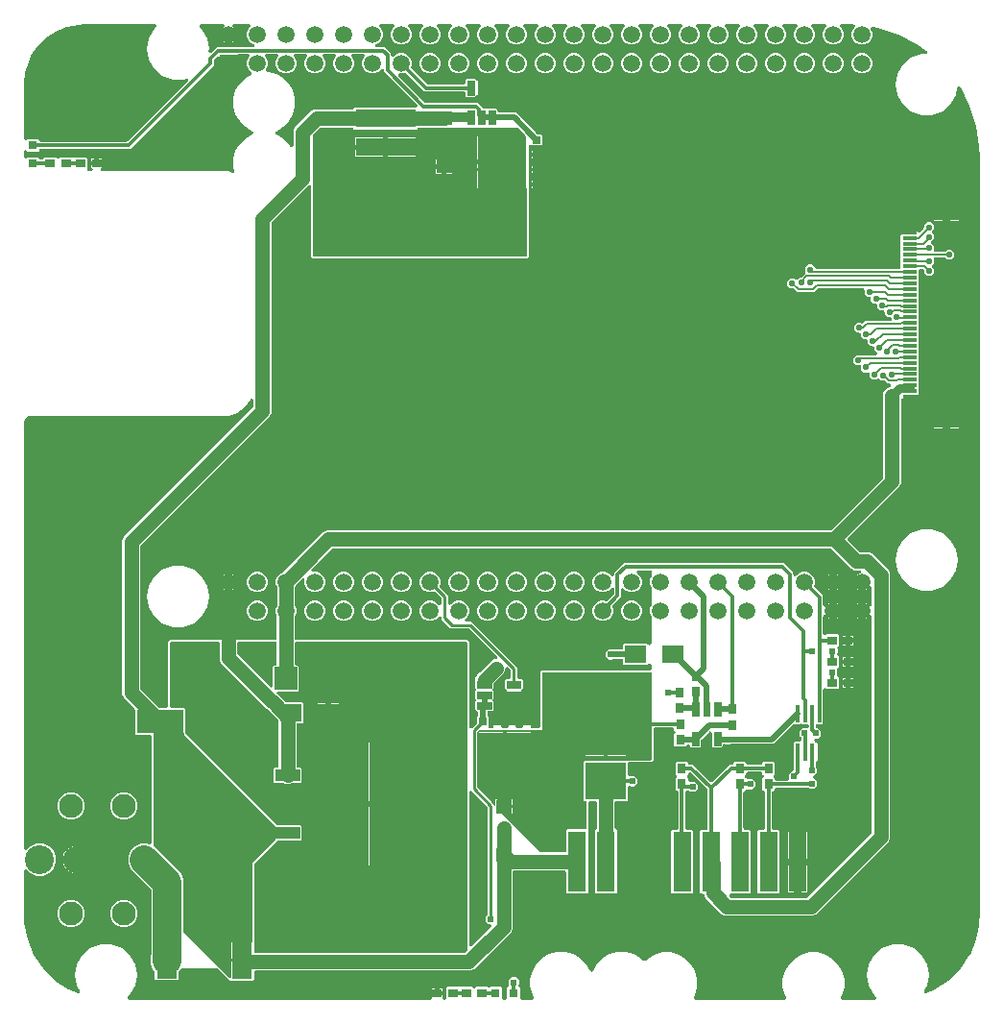
<source format=gbr>
G04 EAGLE Gerber RS-274X export*
G75*
%MOMM*%
%FSLAX34Y34*%
%LPD*%
%INTop Copper*%
%IPPOS*%
%AMOC8*
5,1,8,0,0,1.08239X$1,22.5*%
G01*
%ADD10R,1.500000X1.500000*%
%ADD11C,1.500000*%
%ADD12R,1.778000X3.175000*%
%ADD13R,4.100000X2.000000*%
%ADD14R,1.900000X1.600000*%
%ADD15R,2.000000X2.000000*%
%ADD16R,7.000000X10.800000*%
%ADD17R,2.160000X1.070000*%
%ADD18R,1.650000X5.330000*%
%ADD19R,0.800000X0.900000*%
%ADD20R,0.900000X0.800000*%
%ADD21C,0.050800*%
%ADD22R,3.600000X3.250000*%
%ADD23R,0.650000X0.750000*%
%ADD24R,4.550000X4.300000*%
%ADD25R,0.650000X0.650000*%
%ADD26R,1.470000X1.270000*%
%ADD27R,0.750000X0.650000*%
%ADD28R,4.300000X4.550000*%
%ADD29R,5.330000X1.650000*%
%ADD30R,1.300000X0.300000*%
%ADD31R,2.200000X1.800000*%
%ADD32C,2.300000*%
%ADD33C,2.415000*%
%ADD34C,2.550000*%
%ADD35C,2.100000*%
%ADD36R,0.300000X1.600000*%
%ADD37R,0.800000X0.800000*%
%ADD38C,1.270000*%
%ADD39C,0.604000*%
%ADD40C,0.975000*%
%ADD41C,0.254000*%
%ADD42C,0.127000*%
%ADD43C,0.508000*%
%ADD44C,0.812800*%
%ADD45C,0.304800*%
%ADD46C,0.762000*%
%ADD47C,2.540000*%
%ADD48C,0.558800*%
%ADD49C,0.203200*%

G36*
X370796Y23310D02*
X370796Y23310D01*
X370822Y23308D01*
X370969Y23330D01*
X371116Y23347D01*
X371141Y23356D01*
X371167Y23360D01*
X371305Y23415D01*
X371444Y23465D01*
X371466Y23479D01*
X371491Y23488D01*
X371612Y23573D01*
X371737Y23654D01*
X371755Y23672D01*
X371777Y23687D01*
X371876Y23797D01*
X371979Y23904D01*
X371993Y23927D01*
X372010Y23946D01*
X372082Y24076D01*
X372158Y24203D01*
X372166Y24228D01*
X372179Y24251D01*
X372219Y24394D01*
X372264Y24535D01*
X372266Y24561D01*
X372274Y24587D01*
X372293Y24830D01*
X372293Y26957D01*
X376318Y26957D01*
X376344Y26960D01*
X376370Y26958D01*
X376517Y26980D01*
X376664Y26997D01*
X376689Y27005D01*
X376715Y27009D01*
X376796Y27042D01*
X376834Y27031D01*
X376975Y26986D01*
X377001Y26983D01*
X377026Y26976D01*
X377270Y26957D01*
X381295Y26957D01*
X381295Y24830D01*
X381298Y24804D01*
X381296Y24778D01*
X381318Y24631D01*
X381335Y24484D01*
X381343Y24460D01*
X381347Y24434D01*
X381402Y24296D01*
X381452Y24156D01*
X381466Y24134D01*
X381476Y24110D01*
X381561Y23988D01*
X381641Y23863D01*
X381660Y23845D01*
X381675Y23824D01*
X381785Y23724D01*
X381892Y23621D01*
X381914Y23608D01*
X381934Y23590D01*
X382064Y23518D01*
X382191Y23442D01*
X382216Y23434D01*
X382239Y23422D01*
X382382Y23381D01*
X382523Y23336D01*
X382549Y23334D01*
X382574Y23327D01*
X382818Y23307D01*
X383246Y23307D01*
X383272Y23310D01*
X383298Y23308D01*
X383445Y23330D01*
X383592Y23347D01*
X383617Y23356D01*
X383643Y23360D01*
X383781Y23415D01*
X383920Y23465D01*
X383942Y23479D01*
X383967Y23488D01*
X384088Y23573D01*
X384213Y23654D01*
X384231Y23672D01*
X384253Y23687D01*
X384352Y23797D01*
X384455Y23904D01*
X384469Y23927D01*
X384486Y23946D01*
X384558Y24076D01*
X384634Y24203D01*
X384642Y24228D01*
X384655Y24251D01*
X384695Y24394D01*
X384740Y24535D01*
X384742Y24561D01*
X384750Y24587D01*
X384769Y24830D01*
X384769Y33588D01*
X385662Y34481D01*
X396183Y34481D01*
X396328Y34455D01*
X396473Y34423D01*
X396499Y34424D01*
X396525Y34419D01*
X396673Y34427D01*
X396821Y34429D01*
X396847Y34436D01*
X396873Y34437D01*
X397015Y34478D01*
X397025Y34481D01*
X407580Y34481D01*
X408371Y33689D01*
X408391Y33673D01*
X408408Y33653D01*
X408528Y33565D01*
X408644Y33473D01*
X408668Y33462D01*
X408689Y33446D01*
X408825Y33387D01*
X408959Y33324D01*
X408985Y33318D01*
X409009Y33308D01*
X409155Y33282D01*
X409300Y33250D01*
X409326Y33251D01*
X409352Y33246D01*
X409500Y33254D01*
X409648Y33256D01*
X409674Y33263D01*
X409700Y33264D01*
X409842Y33305D01*
X409986Y33341D01*
X410009Y33353D01*
X410035Y33361D01*
X410164Y33433D01*
X410296Y33501D01*
X410316Y33518D01*
X410339Y33531D01*
X410525Y33689D01*
X411316Y34481D01*
X421612Y34481D01*
X421613Y34480D01*
X421729Y34388D01*
X421753Y34377D01*
X421774Y34361D01*
X421910Y34302D01*
X422044Y34239D01*
X422070Y34233D01*
X422094Y34223D01*
X422240Y34197D01*
X422385Y34165D01*
X422411Y34166D01*
X422437Y34161D01*
X422585Y34169D01*
X422733Y34171D01*
X422759Y34178D01*
X422785Y34179D01*
X422927Y34220D01*
X423071Y34256D01*
X423094Y34268D01*
X423120Y34276D01*
X423249Y34348D01*
X423381Y34416D01*
X423401Y34433D01*
X423424Y34446D01*
X423465Y34481D01*
X432750Y34481D01*
X433643Y33588D01*
X433643Y24830D01*
X433646Y24804D01*
X433644Y24778D01*
X433666Y24631D01*
X433683Y24484D01*
X433691Y24460D01*
X433695Y24434D01*
X433750Y24296D01*
X433800Y24156D01*
X433814Y24134D01*
X433824Y24110D01*
X433909Y23988D01*
X433989Y23863D01*
X434008Y23845D01*
X434023Y23824D01*
X434133Y23724D01*
X434240Y23621D01*
X434262Y23608D01*
X434282Y23590D01*
X434412Y23518D01*
X434539Y23442D01*
X434564Y23434D01*
X434587Y23422D01*
X434730Y23381D01*
X434871Y23336D01*
X434897Y23334D01*
X434922Y23327D01*
X435166Y23307D01*
X437070Y23307D01*
X437096Y23310D01*
X437122Y23308D01*
X437269Y23330D01*
X437416Y23347D01*
X437441Y23356D01*
X437467Y23360D01*
X437605Y23415D01*
X437744Y23465D01*
X437766Y23479D01*
X437791Y23488D01*
X437912Y23573D01*
X438037Y23654D01*
X438055Y23672D01*
X438077Y23687D01*
X438176Y23797D01*
X438279Y23904D01*
X438293Y23927D01*
X438310Y23946D01*
X438382Y24076D01*
X438458Y24203D01*
X438466Y24228D01*
X438479Y24251D01*
X438519Y24394D01*
X438564Y24535D01*
X438566Y24561D01*
X438574Y24587D01*
X438593Y24830D01*
X438593Y33588D01*
X439580Y34574D01*
X439596Y34595D01*
X439616Y34612D01*
X439705Y34731D01*
X439797Y34847D01*
X439808Y34871D01*
X439824Y34892D01*
X439882Y35028D01*
X439946Y35163D01*
X439951Y35188D01*
X439962Y35212D01*
X439988Y35358D01*
X440019Y35503D01*
X440019Y35529D01*
X440023Y35555D01*
X440016Y35704D01*
X440013Y35852D01*
X440007Y35877D01*
X440005Y35903D01*
X439964Y36046D01*
X439928Y36190D01*
X439916Y36213D01*
X439909Y36238D01*
X439836Y36368D01*
X439768Y36499D01*
X439751Y36519D01*
X439739Y36542D01*
X439701Y36586D01*
X439701Y40373D01*
X442363Y43035D01*
X446129Y43035D01*
X448791Y40373D01*
X448791Y36607D01*
X448784Y36601D01*
X448768Y36580D01*
X448748Y36563D01*
X448659Y36444D01*
X448567Y36328D01*
X448556Y36304D01*
X448540Y36283D01*
X448482Y36147D01*
X448418Y36013D01*
X448413Y35987D01*
X448402Y35963D01*
X448376Y35817D01*
X448345Y35672D01*
X448345Y35646D01*
X448341Y35620D01*
X448348Y35471D01*
X448351Y35323D01*
X448357Y35298D01*
X448359Y35272D01*
X448400Y35129D01*
X448436Y34985D01*
X448448Y34962D01*
X448455Y34937D01*
X448528Y34807D01*
X448596Y34676D01*
X448613Y34656D01*
X448625Y34633D01*
X448741Y34496D01*
X448748Y34486D01*
X448755Y34480D01*
X448784Y34446D01*
X449643Y33588D01*
X449643Y24830D01*
X449646Y24804D01*
X449644Y24778D01*
X449666Y24631D01*
X449683Y24484D01*
X449691Y24460D01*
X449695Y24434D01*
X449750Y24296D01*
X449800Y24156D01*
X449814Y24134D01*
X449824Y24110D01*
X449909Y23988D01*
X449989Y23863D01*
X450008Y23845D01*
X450023Y23824D01*
X450133Y23724D01*
X450240Y23621D01*
X450262Y23608D01*
X450282Y23590D01*
X450412Y23518D01*
X450539Y23442D01*
X450564Y23434D01*
X450587Y23422D01*
X450730Y23381D01*
X450871Y23336D01*
X450897Y23334D01*
X450922Y23327D01*
X451166Y23307D01*
X460702Y23307D01*
X460777Y23316D01*
X460853Y23315D01*
X460950Y23336D01*
X461048Y23347D01*
X461119Y23373D01*
X461193Y23389D01*
X461283Y23431D01*
X461376Y23465D01*
X461440Y23506D01*
X461508Y23538D01*
X461586Y23600D01*
X461669Y23654D01*
X461721Y23708D01*
X461781Y23755D01*
X461842Y23833D01*
X461911Y23904D01*
X461950Y23969D01*
X461997Y24029D01*
X462039Y24118D01*
X462090Y24203D01*
X462113Y24275D01*
X462145Y24344D01*
X462166Y24441D01*
X462196Y24535D01*
X462202Y24611D01*
X462218Y24685D01*
X462216Y24784D01*
X462224Y24883D01*
X462213Y24957D01*
X462211Y25033D01*
X462187Y25129D01*
X462172Y25227D01*
X462144Y25298D01*
X462126Y25371D01*
X462061Y25508D01*
X462044Y25551D01*
X462033Y25566D01*
X462021Y25592D01*
X460748Y27796D01*
X458897Y34704D01*
X458897Y41856D01*
X460748Y48764D01*
X464324Y54957D01*
X469381Y60014D01*
X475574Y63590D01*
X482482Y65441D01*
X489634Y65441D01*
X496542Y63590D01*
X502735Y60014D01*
X507792Y54957D01*
X511439Y48641D01*
X511484Y48580D01*
X511521Y48514D01*
X511587Y48440D01*
X511646Y48361D01*
X511704Y48312D01*
X511755Y48256D01*
X511837Y48199D01*
X511912Y48135D01*
X511980Y48101D01*
X512042Y48058D01*
X512134Y48021D01*
X512222Y47976D01*
X512296Y47958D01*
X512366Y47930D01*
X512464Y47916D01*
X512561Y47892D01*
X512636Y47891D01*
X512711Y47880D01*
X512810Y47888D01*
X512909Y47886D01*
X512983Y47903D01*
X513059Y47909D01*
X513153Y47939D01*
X513250Y47960D01*
X513318Y47993D01*
X513390Y48016D01*
X513475Y48067D01*
X513564Y48110D01*
X513624Y48157D01*
X513689Y48196D01*
X513760Y48265D01*
X513837Y48327D01*
X513884Y48386D01*
X513938Y48439D01*
X514024Y48564D01*
X514053Y48600D01*
X514061Y48617D01*
X514077Y48641D01*
X517724Y54957D01*
X522781Y60014D01*
X528974Y63590D01*
X535882Y65441D01*
X543034Y65441D01*
X549942Y63590D01*
X556135Y60014D01*
X558392Y57757D01*
X558412Y57741D01*
X558429Y57721D01*
X558549Y57633D01*
X558665Y57541D01*
X558689Y57529D01*
X558710Y57514D01*
X558846Y57455D01*
X558980Y57392D01*
X559006Y57386D01*
X559030Y57376D01*
X559176Y57349D01*
X559321Y57318D01*
X559347Y57319D01*
X559373Y57314D01*
X559521Y57322D01*
X559669Y57324D01*
X559695Y57331D01*
X559721Y57332D01*
X559863Y57373D01*
X560007Y57409D01*
X560030Y57421D01*
X560056Y57429D01*
X560185Y57501D01*
X560317Y57569D01*
X560337Y57586D01*
X560360Y57599D01*
X560546Y57757D01*
X562373Y59584D01*
X568566Y63160D01*
X575474Y65011D01*
X582626Y65011D01*
X589534Y63160D01*
X595727Y59584D01*
X600784Y54527D01*
X604360Y48334D01*
X606211Y41426D01*
X606211Y34274D01*
X604360Y27366D01*
X603335Y25592D01*
X603305Y25523D01*
X603266Y25458D01*
X603236Y25363D01*
X603197Y25272D01*
X603183Y25198D01*
X603160Y25126D01*
X603152Y25027D01*
X603134Y24929D01*
X603138Y24854D01*
X603132Y24778D01*
X603147Y24680D01*
X603152Y24581D01*
X603173Y24508D01*
X603184Y24434D01*
X603220Y24341D01*
X603248Y24246D01*
X603285Y24180D01*
X603313Y24110D01*
X603369Y24028D01*
X603417Y23942D01*
X603468Y23886D01*
X603512Y23824D01*
X603585Y23757D01*
X603652Y23684D01*
X603714Y23641D01*
X603770Y23590D01*
X603857Y23542D01*
X603939Y23486D01*
X604009Y23458D01*
X604075Y23422D01*
X604171Y23395D01*
X604263Y23358D01*
X604338Y23347D01*
X604411Y23327D01*
X604561Y23315D01*
X604608Y23308D01*
X604626Y23309D01*
X604655Y23307D01*
X683045Y23307D01*
X683121Y23316D01*
X683196Y23315D01*
X683293Y23336D01*
X683392Y23347D01*
X683463Y23373D01*
X683537Y23389D01*
X683626Y23431D01*
X683720Y23465D01*
X683784Y23506D01*
X683852Y23538D01*
X683929Y23600D01*
X684013Y23654D01*
X684065Y23708D01*
X684125Y23755D01*
X684186Y23833D01*
X684255Y23904D01*
X684294Y23969D01*
X684341Y24029D01*
X684383Y24118D01*
X684434Y24203D01*
X684457Y24275D01*
X684489Y24344D01*
X684510Y24441D01*
X684540Y24535D01*
X684546Y24611D01*
X684562Y24685D01*
X684560Y24784D01*
X684568Y24883D01*
X684557Y24957D01*
X684555Y25033D01*
X684531Y25129D01*
X684516Y25227D01*
X684488Y25298D01*
X684470Y25371D01*
X684405Y25508D01*
X684387Y25551D01*
X684377Y25566D01*
X684365Y25592D01*
X683340Y27366D01*
X681489Y34274D01*
X681489Y41426D01*
X683340Y48334D01*
X686916Y54527D01*
X691973Y59584D01*
X698166Y63160D01*
X705074Y65011D01*
X712226Y65011D01*
X719134Y63160D01*
X725327Y59584D01*
X730384Y54527D01*
X733960Y48334D01*
X735811Y41426D01*
X735811Y34274D01*
X733960Y27366D01*
X732935Y25592D01*
X732905Y25523D01*
X732866Y25458D01*
X732836Y25363D01*
X732797Y25272D01*
X732783Y25198D01*
X732760Y25126D01*
X732752Y25027D01*
X732734Y24929D01*
X732738Y24854D01*
X732732Y24778D01*
X732747Y24680D01*
X732752Y24581D01*
X732773Y24508D01*
X732784Y24434D01*
X732820Y24341D01*
X732848Y24246D01*
X732885Y24180D01*
X732913Y24110D01*
X732969Y24028D01*
X733017Y23942D01*
X733068Y23886D01*
X733112Y23824D01*
X733185Y23757D01*
X733252Y23684D01*
X733314Y23641D01*
X733370Y23590D01*
X733457Y23542D01*
X733539Y23486D01*
X733609Y23458D01*
X733675Y23422D01*
X733771Y23395D01*
X733863Y23358D01*
X733938Y23347D01*
X734011Y23327D01*
X734161Y23315D01*
X734208Y23308D01*
X734226Y23309D01*
X734255Y23307D01*
X762658Y23307D01*
X762824Y23326D01*
X762989Y23344D01*
X762997Y23346D01*
X763005Y23347D01*
X763163Y23404D01*
X763319Y23458D01*
X763325Y23462D01*
X763333Y23465D01*
X763473Y23555D01*
X763613Y23644D01*
X763619Y23649D01*
X763626Y23654D01*
X763741Y23773D01*
X763858Y23892D01*
X763862Y23899D01*
X763868Y23904D01*
X763953Y24046D01*
X764040Y24189D01*
X764043Y24197D01*
X764047Y24203D01*
X764097Y24360D01*
X764150Y24520D01*
X764150Y24528D01*
X764153Y24535D01*
X764166Y24700D01*
X764181Y24867D01*
X764180Y24875D01*
X764181Y24883D01*
X764156Y25048D01*
X764133Y25212D01*
X764130Y25219D01*
X764129Y25227D01*
X764067Y25383D01*
X764008Y25537D01*
X764003Y25544D01*
X764000Y25551D01*
X763905Y25688D01*
X763812Y25826D01*
X763805Y25832D01*
X763801Y25837D01*
X763782Y25855D01*
X763638Y25997D01*
X762121Y27270D01*
X757360Y35515D01*
X755707Y44891D01*
X757360Y54268D01*
X762121Y62513D01*
X769414Y68633D01*
X778361Y71889D01*
X787882Y71889D01*
X796829Y68633D01*
X804122Y62513D01*
X808882Y54268D01*
X810536Y44891D01*
X808882Y35515D01*
X806341Y31113D01*
X806331Y31089D01*
X806316Y31068D01*
X806261Y30930D01*
X806202Y30793D01*
X806197Y30768D01*
X806188Y30744D01*
X806166Y30597D01*
X806140Y30450D01*
X806141Y30425D01*
X806137Y30399D01*
X806150Y30251D01*
X806157Y30102D01*
X806164Y30077D01*
X806166Y30052D01*
X806212Y29910D01*
X806253Y29767D01*
X806265Y29745D01*
X806273Y29720D01*
X806350Y29593D01*
X806423Y29463D01*
X806440Y29444D01*
X806453Y29422D01*
X806556Y29315D01*
X806657Y29205D01*
X806678Y29190D01*
X806696Y29172D01*
X806821Y29091D01*
X806944Y29007D01*
X806968Y28997D01*
X806989Y28984D01*
X807130Y28933D01*
X807268Y28879D01*
X807293Y28875D01*
X807318Y28867D01*
X807466Y28850D01*
X807613Y28829D01*
X807638Y28831D01*
X807664Y28828D01*
X807812Y28845D01*
X807960Y28858D01*
X807984Y28866D01*
X808010Y28869D01*
X808243Y28944D01*
X815813Y32080D01*
X815837Y32093D01*
X815863Y32101D01*
X816076Y32220D01*
X828026Y40205D01*
X828046Y40222D01*
X828070Y40236D01*
X828257Y40394D01*
X838419Y50556D01*
X838436Y50578D01*
X838456Y50595D01*
X838608Y50787D01*
X846592Y62737D01*
X846605Y62761D01*
X846622Y62782D01*
X846733Y63000D01*
X852233Y76277D01*
X852240Y76304D01*
X852253Y76328D01*
X852320Y76563D01*
X852575Y77849D01*
X852878Y79372D01*
X853181Y80895D01*
X853181Y80896D01*
X853787Y83942D01*
X854090Y85465D01*
X854393Y86988D01*
X854393Y86989D01*
X854696Y88511D01*
X854696Y88512D01*
X854999Y90035D01*
X855123Y90658D01*
X855126Y90690D01*
X855151Y90881D01*
X855504Y98067D01*
X855502Y98095D01*
X855506Y98141D01*
X855506Y766142D01*
X855503Y766165D01*
X855504Y766201D01*
X855149Y775248D01*
X855141Y775297D01*
X855131Y775427D01*
X852301Y793298D01*
X852298Y793310D01*
X852245Y793531D01*
X846654Y810740D01*
X846649Y810750D01*
X846562Y810961D01*
X838347Y827083D01*
X838341Y827093D01*
X838223Y827286D01*
X838158Y827376D01*
X838099Y827440D01*
X838047Y827511D01*
X837981Y827568D01*
X837922Y827633D01*
X837850Y827682D01*
X837784Y827739D01*
X837706Y827780D01*
X837634Y827829D01*
X837553Y827861D01*
X837475Y827901D01*
X837391Y827923D01*
X837309Y827955D01*
X837222Y827967D01*
X837138Y827989D01*
X837051Y827991D01*
X836964Y828004D01*
X836877Y827996D01*
X836790Y827998D01*
X836704Y827980D01*
X836617Y827973D01*
X836534Y827945D01*
X836448Y827928D01*
X836369Y827891D01*
X836286Y827864D01*
X836211Y827818D01*
X836132Y827781D01*
X836063Y827728D01*
X835988Y827682D01*
X835926Y827621D01*
X835857Y827567D01*
X835802Y827499D01*
X835740Y827438D01*
X835693Y827364D01*
X835638Y827296D01*
X835600Y827217D01*
X835553Y827143D01*
X835525Y827061D01*
X835487Y826982D01*
X835455Y826862D01*
X835439Y826814D01*
X835436Y826787D01*
X835425Y826745D01*
X834282Y820265D01*
X829522Y812020D01*
X822229Y805900D01*
X813282Y802644D01*
X803761Y802644D01*
X794814Y805900D01*
X787521Y812020D01*
X782760Y820265D01*
X781107Y829641D01*
X782760Y839018D01*
X787521Y847263D01*
X794814Y853383D01*
X803761Y856639D01*
X807589Y856639D01*
X807635Y856644D01*
X807680Y856642D01*
X807808Y856664D01*
X807936Y856679D01*
X807979Y856694D01*
X808023Y856702D01*
X808142Y856753D01*
X808264Y856797D01*
X808302Y856821D01*
X808344Y856839D01*
X808448Y856915D01*
X808557Y856986D01*
X808588Y857018D01*
X808625Y857045D01*
X808709Y857143D01*
X808799Y857236D01*
X808822Y857275D01*
X808852Y857310D01*
X808911Y857425D01*
X808978Y857535D01*
X808991Y857579D01*
X809012Y857619D01*
X809044Y857744D01*
X809084Y857867D01*
X809087Y857913D01*
X809099Y857957D01*
X809101Y858086D01*
X809112Y858215D01*
X809105Y858260D01*
X809106Y858305D01*
X809079Y858431D01*
X809060Y858559D01*
X809043Y858602D01*
X809034Y858646D01*
X808979Y858763D01*
X808931Y858883D01*
X808905Y858921D01*
X808886Y858962D01*
X808806Y859063D01*
X808732Y859169D01*
X808699Y859200D01*
X808670Y859236D01*
X808485Y859395D01*
X799817Y865693D01*
X799807Y865698D01*
X799613Y865817D01*
X783491Y874032D01*
X783480Y874036D01*
X783270Y874124D01*
X766061Y879715D01*
X766050Y879717D01*
X765829Y879771D01*
X761114Y880518D01*
X761018Y880522D01*
X760924Y880536D01*
X760845Y880529D01*
X760765Y880532D01*
X760672Y880515D01*
X760576Y880507D01*
X760501Y880482D01*
X760423Y880468D01*
X760336Y880429D01*
X760245Y880400D01*
X760177Y880359D01*
X760104Y880327D01*
X760028Y880269D01*
X759946Y880220D01*
X759889Y880165D01*
X759826Y880117D01*
X759765Y880044D01*
X759696Y879977D01*
X759653Y879911D01*
X759602Y879850D01*
X759559Y879764D01*
X759508Y879684D01*
X759481Y879609D01*
X759446Y879538D01*
X759423Y879446D01*
X759391Y879355D01*
X759382Y879277D01*
X759364Y879200D01*
X759363Y879104D01*
X759352Y879009D01*
X759361Y878930D01*
X759361Y878851D01*
X759382Y878758D01*
X759393Y878663D01*
X759426Y878559D01*
X759437Y878511D01*
X759451Y878482D01*
X759468Y878430D01*
X760535Y875855D01*
X760535Y872265D01*
X759161Y868948D01*
X756622Y866409D01*
X753305Y865035D01*
X749715Y865035D01*
X746398Y866409D01*
X743859Y868948D01*
X742485Y872265D01*
X742485Y875855D01*
X743859Y879172D01*
X744862Y880174D01*
X744905Y880230D01*
X744956Y880279D01*
X745013Y880366D01*
X745078Y880447D01*
X745108Y880511D01*
X745147Y880570D01*
X745183Y880668D01*
X745227Y880763D01*
X745242Y880832D01*
X745266Y880898D01*
X745279Y881001D01*
X745300Y881103D01*
X745299Y881174D01*
X745308Y881244D01*
X745296Y881348D01*
X745294Y881452D01*
X745277Y881520D01*
X745270Y881590D01*
X745235Y881689D01*
X745209Y881790D01*
X745177Y881852D01*
X745154Y881919D01*
X745098Y882007D01*
X745050Y882100D01*
X745004Y882153D01*
X744966Y882213D01*
X744892Y882286D01*
X744824Y882365D01*
X744767Y882407D01*
X744717Y882456D01*
X744628Y882510D01*
X744544Y882572D01*
X744479Y882600D01*
X744418Y882637D01*
X744319Y882669D01*
X744224Y882710D01*
X744154Y882723D01*
X744087Y882744D01*
X743923Y882764D01*
X743881Y882772D01*
X743866Y882771D01*
X743844Y882774D01*
X738731Y882974D01*
X738708Y882973D01*
X738671Y882976D01*
X733635Y882976D01*
X733535Y882964D01*
X733434Y882962D01*
X733362Y882944D01*
X733288Y882936D01*
X733194Y882902D01*
X733096Y882877D01*
X733030Y882843D01*
X732960Y882818D01*
X732876Y882764D01*
X732787Y882718D01*
X732730Y882670D01*
X732668Y882629D01*
X732598Y882557D01*
X732521Y882492D01*
X732477Y882432D01*
X732425Y882379D01*
X732374Y882292D01*
X732314Y882212D01*
X732285Y882143D01*
X732246Y882080D01*
X732216Y881984D01*
X732176Y881892D01*
X732163Y881818D01*
X732140Y881748D01*
X732132Y881648D01*
X732114Y881549D01*
X732118Y881474D01*
X732112Y881400D01*
X732127Y881301D01*
X732132Y881201D01*
X732153Y881129D01*
X732164Y881056D01*
X732201Y880962D01*
X732229Y880866D01*
X732265Y880801D01*
X732293Y880732D01*
X732350Y880649D01*
X732399Y880562D01*
X732464Y880485D01*
X732492Y880446D01*
X732518Y880422D01*
X732558Y880375D01*
X733761Y879172D01*
X735135Y875855D01*
X735135Y872265D01*
X733761Y868948D01*
X731222Y866409D01*
X727905Y865035D01*
X724315Y865035D01*
X720998Y866409D01*
X718459Y868948D01*
X717085Y872265D01*
X717085Y875855D01*
X718459Y879172D01*
X719662Y880375D01*
X719725Y880454D01*
X719795Y880526D01*
X719833Y880590D01*
X719879Y880648D01*
X719922Y880739D01*
X719974Y880825D01*
X719996Y880896D01*
X720028Y880963D01*
X720049Y881062D01*
X720080Y881157D01*
X720086Y881231D01*
X720101Y881304D01*
X720100Y881404D01*
X720108Y881505D01*
X720097Y881578D01*
X720095Y881653D01*
X720071Y881750D01*
X720056Y881849D01*
X720029Y881918D01*
X720010Y881991D01*
X719964Y882080D01*
X719927Y882173D01*
X719885Y882234D01*
X719851Y882300D01*
X719786Y882377D01*
X719728Y882459D01*
X719673Y882509D01*
X719625Y882566D01*
X719544Y882625D01*
X719470Y882693D01*
X719404Y882729D01*
X719345Y882773D01*
X719253Y882813D01*
X719165Y882861D01*
X719093Y882882D01*
X719025Y882911D01*
X718926Y882929D01*
X718829Y882956D01*
X718729Y882964D01*
X718682Y882973D01*
X718646Y882971D01*
X718585Y882976D01*
X708235Y882976D01*
X708135Y882964D01*
X708034Y882962D01*
X707962Y882944D01*
X707888Y882936D01*
X707794Y882902D01*
X707696Y882877D01*
X707630Y882843D01*
X707560Y882818D01*
X707476Y882764D01*
X707387Y882718D01*
X707330Y882670D01*
X707268Y882629D01*
X707198Y882557D01*
X707121Y882492D01*
X707077Y882432D01*
X707025Y882379D01*
X706974Y882292D01*
X706914Y882212D01*
X706885Y882143D01*
X706846Y882080D01*
X706816Y881984D01*
X706776Y881892D01*
X706763Y881818D01*
X706740Y881748D01*
X706732Y881648D01*
X706714Y881549D01*
X706718Y881474D01*
X706712Y881400D01*
X706727Y881301D01*
X706732Y881201D01*
X706753Y881129D01*
X706764Y881056D01*
X706801Y880962D01*
X706829Y880866D01*
X706865Y880801D01*
X706893Y880732D01*
X706950Y880649D01*
X706999Y880562D01*
X707064Y880485D01*
X707092Y880446D01*
X707118Y880422D01*
X707158Y880375D01*
X708361Y879172D01*
X709735Y875855D01*
X709735Y872265D01*
X708361Y868948D01*
X705822Y866409D01*
X702505Y865035D01*
X698915Y865035D01*
X695598Y866409D01*
X693059Y868948D01*
X691685Y872265D01*
X691685Y875855D01*
X693059Y879172D01*
X694262Y880375D01*
X694325Y880454D01*
X694395Y880526D01*
X694433Y880590D01*
X694479Y880648D01*
X694522Y880739D01*
X694574Y880825D01*
X694596Y880896D01*
X694628Y880963D01*
X694649Y881062D01*
X694680Y881157D01*
X694686Y881231D01*
X694701Y881304D01*
X694700Y881404D01*
X694708Y881505D01*
X694697Y881578D01*
X694695Y881653D01*
X694671Y881750D01*
X694656Y881849D01*
X694629Y881918D01*
X694610Y881991D01*
X694564Y882080D01*
X694527Y882173D01*
X694485Y882234D01*
X694451Y882300D01*
X694386Y882377D01*
X694328Y882459D01*
X694273Y882509D01*
X694225Y882566D01*
X694144Y882625D01*
X694070Y882693D01*
X694004Y882729D01*
X693945Y882773D01*
X693853Y882813D01*
X693765Y882861D01*
X693693Y882882D01*
X693625Y882911D01*
X693526Y882929D01*
X693429Y882956D01*
X693329Y882964D01*
X693282Y882973D01*
X693246Y882971D01*
X693185Y882976D01*
X682835Y882976D01*
X682735Y882964D01*
X682634Y882962D01*
X682562Y882944D01*
X682488Y882936D01*
X682394Y882902D01*
X682296Y882877D01*
X682230Y882843D01*
X682160Y882818D01*
X682076Y882764D01*
X681987Y882718D01*
X681930Y882670D01*
X681868Y882629D01*
X681798Y882557D01*
X681721Y882492D01*
X681677Y882432D01*
X681625Y882379D01*
X681574Y882292D01*
X681514Y882212D01*
X681485Y882143D01*
X681446Y882080D01*
X681416Y881984D01*
X681376Y881892D01*
X681363Y881818D01*
X681340Y881748D01*
X681332Y881648D01*
X681314Y881549D01*
X681318Y881474D01*
X681312Y881400D01*
X681327Y881301D01*
X681332Y881201D01*
X681353Y881129D01*
X681364Y881056D01*
X681401Y880962D01*
X681429Y880866D01*
X681465Y880801D01*
X681493Y880732D01*
X681550Y880649D01*
X681599Y880562D01*
X681664Y880485D01*
X681692Y880446D01*
X681718Y880422D01*
X681758Y880375D01*
X682961Y879172D01*
X684335Y875855D01*
X684335Y872265D01*
X682961Y868948D01*
X680422Y866409D01*
X677105Y865035D01*
X673515Y865035D01*
X670198Y866409D01*
X667659Y868948D01*
X666285Y872265D01*
X666285Y875855D01*
X667659Y879172D01*
X668862Y880375D01*
X668925Y880454D01*
X668995Y880526D01*
X669033Y880590D01*
X669079Y880648D01*
X669122Y880739D01*
X669174Y880825D01*
X669196Y880896D01*
X669228Y880963D01*
X669249Y881062D01*
X669280Y881157D01*
X669286Y881231D01*
X669301Y881304D01*
X669300Y881404D01*
X669308Y881505D01*
X669297Y881578D01*
X669295Y881653D01*
X669271Y881750D01*
X669256Y881849D01*
X669229Y881918D01*
X669210Y881991D01*
X669164Y882080D01*
X669127Y882173D01*
X669085Y882234D01*
X669051Y882300D01*
X668986Y882377D01*
X668928Y882459D01*
X668873Y882509D01*
X668825Y882566D01*
X668744Y882625D01*
X668670Y882693D01*
X668604Y882729D01*
X668545Y882773D01*
X668453Y882813D01*
X668365Y882861D01*
X668293Y882882D01*
X668225Y882911D01*
X668126Y882929D01*
X668029Y882956D01*
X667929Y882964D01*
X667882Y882973D01*
X667846Y882971D01*
X667785Y882976D01*
X657435Y882976D01*
X657335Y882964D01*
X657234Y882962D01*
X657162Y882944D01*
X657088Y882936D01*
X656994Y882902D01*
X656896Y882877D01*
X656830Y882843D01*
X656760Y882818D01*
X656676Y882764D01*
X656587Y882718D01*
X656530Y882670D01*
X656468Y882629D01*
X656398Y882557D01*
X656321Y882492D01*
X656277Y882432D01*
X656225Y882379D01*
X656174Y882292D01*
X656114Y882212D01*
X656085Y882143D01*
X656046Y882080D01*
X656016Y881984D01*
X655976Y881892D01*
X655963Y881818D01*
X655940Y881748D01*
X655932Y881648D01*
X655914Y881549D01*
X655918Y881474D01*
X655912Y881400D01*
X655927Y881301D01*
X655932Y881201D01*
X655953Y881129D01*
X655964Y881056D01*
X656001Y880962D01*
X656029Y880866D01*
X656065Y880801D01*
X656093Y880732D01*
X656150Y880649D01*
X656199Y880562D01*
X656264Y880485D01*
X656292Y880446D01*
X656318Y880422D01*
X656358Y880375D01*
X657561Y879172D01*
X658935Y875855D01*
X658935Y872265D01*
X657561Y868948D01*
X655022Y866409D01*
X651705Y865035D01*
X648115Y865035D01*
X644798Y866409D01*
X642259Y868948D01*
X640885Y872265D01*
X640885Y875855D01*
X642259Y879172D01*
X643462Y880375D01*
X643525Y880454D01*
X643595Y880526D01*
X643633Y880590D01*
X643679Y880648D01*
X643722Y880739D01*
X643774Y880825D01*
X643796Y880896D01*
X643828Y880963D01*
X643849Y881062D01*
X643880Y881157D01*
X643886Y881231D01*
X643901Y881304D01*
X643900Y881404D01*
X643908Y881505D01*
X643897Y881578D01*
X643895Y881653D01*
X643871Y881750D01*
X643856Y881849D01*
X643829Y881918D01*
X643810Y881991D01*
X643764Y882080D01*
X643727Y882173D01*
X643685Y882234D01*
X643651Y882300D01*
X643586Y882377D01*
X643528Y882459D01*
X643473Y882509D01*
X643425Y882566D01*
X643344Y882625D01*
X643270Y882693D01*
X643204Y882729D01*
X643145Y882773D01*
X643053Y882813D01*
X642965Y882861D01*
X642893Y882882D01*
X642825Y882911D01*
X642726Y882929D01*
X642629Y882956D01*
X642529Y882964D01*
X642482Y882973D01*
X642446Y882971D01*
X642385Y882976D01*
X632035Y882976D01*
X631935Y882964D01*
X631834Y882962D01*
X631762Y882944D01*
X631688Y882936D01*
X631594Y882902D01*
X631496Y882877D01*
X631430Y882843D01*
X631360Y882818D01*
X631276Y882764D01*
X631187Y882718D01*
X631130Y882670D01*
X631068Y882629D01*
X630998Y882557D01*
X630921Y882492D01*
X630877Y882432D01*
X630825Y882379D01*
X630774Y882292D01*
X630714Y882212D01*
X630685Y882143D01*
X630646Y882080D01*
X630616Y881984D01*
X630576Y881892D01*
X630563Y881818D01*
X630540Y881748D01*
X630532Y881648D01*
X630514Y881549D01*
X630518Y881474D01*
X630512Y881400D01*
X630527Y881301D01*
X630532Y881201D01*
X630553Y881129D01*
X630564Y881056D01*
X630601Y880962D01*
X630629Y880866D01*
X630665Y880801D01*
X630693Y880732D01*
X630750Y880649D01*
X630799Y880562D01*
X630864Y880485D01*
X630892Y880446D01*
X630918Y880422D01*
X630958Y880375D01*
X632161Y879172D01*
X633535Y875855D01*
X633535Y872265D01*
X632161Y868948D01*
X629622Y866409D01*
X626305Y865035D01*
X622715Y865035D01*
X619398Y866409D01*
X616859Y868948D01*
X615485Y872265D01*
X615485Y875855D01*
X616859Y879172D01*
X618062Y880375D01*
X618125Y880454D01*
X618195Y880526D01*
X618233Y880590D01*
X618279Y880648D01*
X618322Y880739D01*
X618374Y880825D01*
X618396Y880896D01*
X618428Y880963D01*
X618449Y881062D01*
X618480Y881157D01*
X618486Y881231D01*
X618501Y881304D01*
X618500Y881404D01*
X618508Y881505D01*
X618497Y881578D01*
X618495Y881653D01*
X618471Y881750D01*
X618456Y881849D01*
X618429Y881918D01*
X618410Y881991D01*
X618364Y882080D01*
X618327Y882173D01*
X618285Y882234D01*
X618251Y882300D01*
X618186Y882377D01*
X618128Y882459D01*
X618073Y882509D01*
X618025Y882566D01*
X617944Y882625D01*
X617870Y882693D01*
X617804Y882729D01*
X617745Y882773D01*
X617653Y882813D01*
X617565Y882861D01*
X617493Y882882D01*
X617425Y882911D01*
X617326Y882929D01*
X617229Y882956D01*
X617129Y882964D01*
X617082Y882973D01*
X617046Y882971D01*
X616985Y882976D01*
X606635Y882976D01*
X606535Y882964D01*
X606434Y882962D01*
X606362Y882944D01*
X606288Y882936D01*
X606194Y882902D01*
X606096Y882877D01*
X606030Y882843D01*
X605960Y882818D01*
X605876Y882764D01*
X605787Y882718D01*
X605730Y882670D01*
X605668Y882629D01*
X605598Y882557D01*
X605521Y882492D01*
X605477Y882432D01*
X605425Y882379D01*
X605374Y882292D01*
X605314Y882212D01*
X605285Y882143D01*
X605246Y882080D01*
X605216Y881984D01*
X605176Y881892D01*
X605163Y881818D01*
X605140Y881748D01*
X605132Y881648D01*
X605114Y881549D01*
X605118Y881474D01*
X605112Y881400D01*
X605127Y881301D01*
X605132Y881201D01*
X605153Y881129D01*
X605164Y881056D01*
X605201Y880962D01*
X605229Y880866D01*
X605265Y880801D01*
X605293Y880732D01*
X605350Y880649D01*
X605399Y880562D01*
X605464Y880485D01*
X605492Y880446D01*
X605518Y880422D01*
X605558Y880375D01*
X606761Y879172D01*
X608135Y875855D01*
X608135Y872265D01*
X606761Y868948D01*
X604222Y866409D01*
X600905Y865035D01*
X597315Y865035D01*
X593998Y866409D01*
X591459Y868948D01*
X590085Y872265D01*
X590085Y875855D01*
X591459Y879172D01*
X592662Y880375D01*
X592725Y880454D01*
X592795Y880526D01*
X592833Y880590D01*
X592879Y880648D01*
X592922Y880739D01*
X592974Y880825D01*
X592996Y880896D01*
X593028Y880963D01*
X593049Y881062D01*
X593080Y881157D01*
X593086Y881231D01*
X593101Y881304D01*
X593100Y881404D01*
X593108Y881505D01*
X593097Y881578D01*
X593095Y881653D01*
X593071Y881750D01*
X593056Y881849D01*
X593029Y881918D01*
X593010Y881991D01*
X592964Y882080D01*
X592927Y882173D01*
X592885Y882234D01*
X592851Y882300D01*
X592786Y882377D01*
X592728Y882459D01*
X592673Y882509D01*
X592625Y882566D01*
X592544Y882625D01*
X592470Y882693D01*
X592404Y882729D01*
X592345Y882773D01*
X592253Y882813D01*
X592165Y882861D01*
X592093Y882882D01*
X592025Y882911D01*
X591926Y882929D01*
X591829Y882956D01*
X591729Y882964D01*
X591682Y882973D01*
X591646Y882971D01*
X591585Y882976D01*
X581235Y882976D01*
X581135Y882964D01*
X581034Y882962D01*
X580962Y882944D01*
X580888Y882936D01*
X580794Y882902D01*
X580696Y882877D01*
X580630Y882843D01*
X580560Y882818D01*
X580476Y882764D01*
X580387Y882718D01*
X580330Y882670D01*
X580268Y882629D01*
X580198Y882557D01*
X580121Y882492D01*
X580077Y882432D01*
X580025Y882379D01*
X579974Y882292D01*
X579914Y882212D01*
X579885Y882143D01*
X579846Y882080D01*
X579816Y881984D01*
X579776Y881892D01*
X579763Y881818D01*
X579740Y881748D01*
X579732Y881648D01*
X579714Y881549D01*
X579718Y881474D01*
X579712Y881400D01*
X579727Y881301D01*
X579732Y881201D01*
X579753Y881129D01*
X579764Y881056D01*
X579801Y880962D01*
X579829Y880866D01*
X579865Y880801D01*
X579893Y880732D01*
X579950Y880649D01*
X579999Y880562D01*
X580064Y880485D01*
X580092Y880446D01*
X580118Y880422D01*
X580158Y880375D01*
X581361Y879172D01*
X582735Y875855D01*
X582735Y872265D01*
X581361Y868948D01*
X578822Y866409D01*
X575505Y865035D01*
X571915Y865035D01*
X568598Y866409D01*
X566059Y868948D01*
X564685Y872265D01*
X564685Y875855D01*
X566059Y879172D01*
X567262Y880375D01*
X567325Y880454D01*
X567395Y880526D01*
X567433Y880590D01*
X567479Y880648D01*
X567522Y880739D01*
X567574Y880825D01*
X567596Y880896D01*
X567628Y880963D01*
X567649Y881062D01*
X567680Y881157D01*
X567686Y881231D01*
X567701Y881304D01*
X567700Y881404D01*
X567708Y881505D01*
X567697Y881578D01*
X567695Y881653D01*
X567671Y881750D01*
X567656Y881849D01*
X567629Y881918D01*
X567610Y881991D01*
X567564Y882080D01*
X567527Y882173D01*
X567485Y882234D01*
X567451Y882300D01*
X567386Y882377D01*
X567328Y882459D01*
X567273Y882509D01*
X567225Y882566D01*
X567144Y882625D01*
X567070Y882693D01*
X567004Y882729D01*
X566945Y882773D01*
X566853Y882813D01*
X566765Y882861D01*
X566693Y882882D01*
X566625Y882911D01*
X566526Y882929D01*
X566429Y882956D01*
X566329Y882964D01*
X566282Y882973D01*
X566246Y882971D01*
X566185Y882976D01*
X555835Y882976D01*
X555735Y882964D01*
X555634Y882962D01*
X555562Y882944D01*
X555488Y882936D01*
X555394Y882902D01*
X555296Y882877D01*
X555230Y882843D01*
X555160Y882818D01*
X555076Y882764D01*
X554987Y882718D01*
X554930Y882670D01*
X554868Y882629D01*
X554798Y882557D01*
X554721Y882492D01*
X554677Y882432D01*
X554625Y882379D01*
X554574Y882292D01*
X554514Y882212D01*
X554485Y882143D01*
X554446Y882080D01*
X554416Y881984D01*
X554376Y881892D01*
X554363Y881818D01*
X554340Y881748D01*
X554332Y881648D01*
X554314Y881549D01*
X554318Y881474D01*
X554312Y881400D01*
X554327Y881301D01*
X554332Y881201D01*
X554353Y881129D01*
X554364Y881056D01*
X554401Y880962D01*
X554429Y880866D01*
X554465Y880801D01*
X554493Y880732D01*
X554550Y880649D01*
X554599Y880562D01*
X554664Y880485D01*
X554692Y880446D01*
X554718Y880422D01*
X554758Y880375D01*
X555961Y879172D01*
X557335Y875855D01*
X557335Y872265D01*
X555961Y868948D01*
X553422Y866409D01*
X550105Y865035D01*
X546515Y865035D01*
X543198Y866409D01*
X540659Y868948D01*
X539285Y872265D01*
X539285Y875855D01*
X540659Y879172D01*
X541862Y880375D01*
X541925Y880454D01*
X541995Y880526D01*
X542033Y880590D01*
X542079Y880648D01*
X542122Y880739D01*
X542174Y880825D01*
X542196Y880896D01*
X542228Y880963D01*
X542249Y881062D01*
X542280Y881157D01*
X542286Y881231D01*
X542301Y881304D01*
X542300Y881404D01*
X542308Y881505D01*
X542297Y881578D01*
X542295Y881653D01*
X542271Y881750D01*
X542256Y881849D01*
X542229Y881918D01*
X542210Y881991D01*
X542164Y882080D01*
X542127Y882173D01*
X542085Y882234D01*
X542051Y882300D01*
X541986Y882377D01*
X541928Y882459D01*
X541873Y882509D01*
X541825Y882566D01*
X541744Y882625D01*
X541670Y882693D01*
X541604Y882729D01*
X541545Y882773D01*
X541453Y882813D01*
X541365Y882861D01*
X541293Y882882D01*
X541225Y882911D01*
X541126Y882929D01*
X541029Y882956D01*
X540929Y882964D01*
X540882Y882973D01*
X540846Y882971D01*
X540785Y882976D01*
X530435Y882976D01*
X530335Y882964D01*
X530234Y882962D01*
X530162Y882944D01*
X530088Y882936D01*
X529994Y882902D01*
X529896Y882877D01*
X529830Y882843D01*
X529760Y882818D01*
X529676Y882764D01*
X529587Y882718D01*
X529530Y882670D01*
X529468Y882629D01*
X529398Y882557D01*
X529321Y882492D01*
X529277Y882432D01*
X529225Y882379D01*
X529174Y882292D01*
X529114Y882212D01*
X529085Y882143D01*
X529046Y882080D01*
X529016Y881984D01*
X528976Y881892D01*
X528963Y881818D01*
X528940Y881748D01*
X528932Y881648D01*
X528914Y881549D01*
X528918Y881474D01*
X528912Y881400D01*
X528927Y881301D01*
X528932Y881201D01*
X528953Y881129D01*
X528964Y881056D01*
X529001Y880962D01*
X529029Y880866D01*
X529065Y880801D01*
X529093Y880732D01*
X529150Y880649D01*
X529199Y880562D01*
X529264Y880485D01*
X529292Y880446D01*
X529318Y880422D01*
X529358Y880375D01*
X530561Y879172D01*
X531935Y875855D01*
X531935Y872265D01*
X530561Y868948D01*
X528022Y866409D01*
X524705Y865035D01*
X521115Y865035D01*
X517798Y866409D01*
X515259Y868948D01*
X513885Y872265D01*
X513885Y875855D01*
X515259Y879172D01*
X516462Y880375D01*
X516525Y880454D01*
X516595Y880526D01*
X516633Y880590D01*
X516679Y880648D01*
X516722Y880739D01*
X516774Y880825D01*
X516796Y880896D01*
X516828Y880963D01*
X516849Y881062D01*
X516880Y881157D01*
X516886Y881231D01*
X516901Y881304D01*
X516900Y881404D01*
X516908Y881505D01*
X516897Y881578D01*
X516895Y881653D01*
X516871Y881750D01*
X516856Y881849D01*
X516829Y881918D01*
X516810Y881991D01*
X516764Y882080D01*
X516727Y882173D01*
X516685Y882234D01*
X516651Y882300D01*
X516586Y882377D01*
X516528Y882459D01*
X516473Y882509D01*
X516425Y882566D01*
X516344Y882625D01*
X516270Y882693D01*
X516204Y882729D01*
X516145Y882773D01*
X516053Y882813D01*
X515965Y882861D01*
X515893Y882882D01*
X515825Y882911D01*
X515726Y882929D01*
X515629Y882956D01*
X515529Y882964D01*
X515482Y882973D01*
X515446Y882971D01*
X515385Y882976D01*
X505035Y882976D01*
X504935Y882964D01*
X504834Y882962D01*
X504762Y882944D01*
X504688Y882936D01*
X504594Y882902D01*
X504496Y882877D01*
X504430Y882843D01*
X504360Y882818D01*
X504276Y882764D01*
X504187Y882718D01*
X504130Y882670D01*
X504068Y882629D01*
X503998Y882557D01*
X503921Y882492D01*
X503877Y882432D01*
X503825Y882379D01*
X503774Y882292D01*
X503714Y882212D01*
X503685Y882143D01*
X503646Y882080D01*
X503616Y881984D01*
X503576Y881892D01*
X503563Y881818D01*
X503540Y881748D01*
X503532Y881648D01*
X503514Y881549D01*
X503518Y881474D01*
X503512Y881400D01*
X503527Y881301D01*
X503532Y881201D01*
X503553Y881129D01*
X503564Y881056D01*
X503601Y880962D01*
X503629Y880866D01*
X503665Y880801D01*
X503693Y880732D01*
X503750Y880649D01*
X503799Y880562D01*
X503864Y880485D01*
X503892Y880446D01*
X503918Y880422D01*
X503958Y880375D01*
X505161Y879172D01*
X506535Y875855D01*
X506535Y872265D01*
X505161Y868948D01*
X502622Y866409D01*
X499305Y865035D01*
X495715Y865035D01*
X492398Y866409D01*
X489859Y868948D01*
X488485Y872265D01*
X488485Y875855D01*
X489859Y879172D01*
X491062Y880375D01*
X491125Y880454D01*
X491195Y880526D01*
X491233Y880590D01*
X491279Y880648D01*
X491322Y880739D01*
X491374Y880825D01*
X491396Y880896D01*
X491428Y880963D01*
X491449Y881062D01*
X491480Y881157D01*
X491486Y881231D01*
X491501Y881304D01*
X491500Y881404D01*
X491508Y881505D01*
X491497Y881578D01*
X491495Y881653D01*
X491471Y881750D01*
X491456Y881849D01*
X491429Y881918D01*
X491410Y881991D01*
X491364Y882080D01*
X491327Y882173D01*
X491285Y882234D01*
X491251Y882300D01*
X491186Y882377D01*
X491128Y882459D01*
X491073Y882509D01*
X491025Y882566D01*
X490944Y882625D01*
X490870Y882693D01*
X490804Y882729D01*
X490745Y882773D01*
X490653Y882813D01*
X490565Y882861D01*
X490493Y882882D01*
X490425Y882911D01*
X490326Y882929D01*
X490229Y882956D01*
X490129Y882964D01*
X490082Y882973D01*
X490046Y882971D01*
X489985Y882976D01*
X479635Y882976D01*
X479535Y882964D01*
X479434Y882962D01*
X479362Y882944D01*
X479288Y882936D01*
X479194Y882902D01*
X479096Y882877D01*
X479030Y882843D01*
X478960Y882818D01*
X478876Y882764D01*
X478787Y882718D01*
X478730Y882670D01*
X478668Y882629D01*
X478598Y882557D01*
X478521Y882492D01*
X478477Y882432D01*
X478425Y882379D01*
X478374Y882292D01*
X478314Y882212D01*
X478285Y882143D01*
X478246Y882080D01*
X478216Y881984D01*
X478176Y881892D01*
X478163Y881818D01*
X478140Y881748D01*
X478132Y881648D01*
X478114Y881549D01*
X478118Y881474D01*
X478112Y881400D01*
X478127Y881301D01*
X478132Y881201D01*
X478153Y881129D01*
X478164Y881056D01*
X478201Y880962D01*
X478229Y880866D01*
X478265Y880801D01*
X478293Y880732D01*
X478350Y880649D01*
X478399Y880562D01*
X478464Y880485D01*
X478492Y880446D01*
X478518Y880422D01*
X478558Y880375D01*
X479761Y879172D01*
X481135Y875855D01*
X481135Y872265D01*
X479761Y868948D01*
X477222Y866409D01*
X473905Y865035D01*
X470315Y865035D01*
X466998Y866409D01*
X464459Y868948D01*
X463085Y872265D01*
X463085Y875855D01*
X464459Y879172D01*
X465662Y880375D01*
X465725Y880454D01*
X465795Y880526D01*
X465833Y880590D01*
X465879Y880648D01*
X465922Y880739D01*
X465974Y880825D01*
X465996Y880896D01*
X466028Y880963D01*
X466049Y881062D01*
X466080Y881157D01*
X466086Y881231D01*
X466101Y881304D01*
X466100Y881404D01*
X466108Y881505D01*
X466097Y881578D01*
X466095Y881653D01*
X466071Y881750D01*
X466056Y881849D01*
X466029Y881918D01*
X466010Y881991D01*
X465964Y882080D01*
X465927Y882173D01*
X465885Y882234D01*
X465851Y882300D01*
X465786Y882377D01*
X465728Y882459D01*
X465673Y882509D01*
X465625Y882566D01*
X465544Y882625D01*
X465470Y882693D01*
X465404Y882729D01*
X465345Y882773D01*
X465253Y882813D01*
X465165Y882861D01*
X465093Y882882D01*
X465025Y882911D01*
X464926Y882929D01*
X464829Y882956D01*
X464729Y882964D01*
X464682Y882973D01*
X464646Y882971D01*
X464585Y882976D01*
X454235Y882976D01*
X454135Y882964D01*
X454034Y882962D01*
X453962Y882944D01*
X453888Y882936D01*
X453794Y882902D01*
X453696Y882877D01*
X453630Y882843D01*
X453560Y882818D01*
X453476Y882764D01*
X453387Y882718D01*
X453330Y882670D01*
X453268Y882629D01*
X453198Y882557D01*
X453121Y882492D01*
X453077Y882432D01*
X453025Y882379D01*
X452974Y882292D01*
X452914Y882212D01*
X452885Y882143D01*
X452846Y882080D01*
X452816Y881984D01*
X452776Y881892D01*
X452763Y881818D01*
X452740Y881748D01*
X452732Y881648D01*
X452714Y881549D01*
X452718Y881474D01*
X452712Y881400D01*
X452727Y881301D01*
X452732Y881201D01*
X452753Y881129D01*
X452764Y881056D01*
X452801Y880962D01*
X452829Y880866D01*
X452865Y880801D01*
X452893Y880732D01*
X452950Y880649D01*
X452999Y880562D01*
X453064Y880485D01*
X453092Y880446D01*
X453118Y880422D01*
X453158Y880375D01*
X454361Y879172D01*
X455735Y875855D01*
X455735Y872265D01*
X454361Y868948D01*
X451822Y866409D01*
X448505Y865035D01*
X444915Y865035D01*
X441598Y866409D01*
X439059Y868948D01*
X437685Y872265D01*
X437685Y875855D01*
X439059Y879172D01*
X440262Y880375D01*
X440325Y880454D01*
X440395Y880526D01*
X440433Y880590D01*
X440479Y880648D01*
X440522Y880739D01*
X440574Y880825D01*
X440596Y880896D01*
X440628Y880963D01*
X440649Y881062D01*
X440680Y881157D01*
X440686Y881231D01*
X440701Y881304D01*
X440700Y881404D01*
X440708Y881505D01*
X440697Y881578D01*
X440695Y881653D01*
X440671Y881750D01*
X440656Y881849D01*
X440629Y881918D01*
X440610Y881991D01*
X440564Y882080D01*
X440527Y882173D01*
X440485Y882234D01*
X440451Y882300D01*
X440386Y882377D01*
X440328Y882459D01*
X440273Y882509D01*
X440225Y882566D01*
X440144Y882625D01*
X440070Y882693D01*
X440004Y882729D01*
X439945Y882773D01*
X439853Y882813D01*
X439765Y882861D01*
X439693Y882882D01*
X439625Y882911D01*
X439526Y882929D01*
X439429Y882956D01*
X439329Y882964D01*
X439282Y882973D01*
X439246Y882971D01*
X439185Y882976D01*
X428835Y882976D01*
X428735Y882964D01*
X428634Y882962D01*
X428562Y882944D01*
X428488Y882936D01*
X428394Y882902D01*
X428296Y882877D01*
X428230Y882843D01*
X428160Y882818D01*
X428076Y882764D01*
X427987Y882718D01*
X427930Y882670D01*
X427868Y882629D01*
X427798Y882557D01*
X427721Y882492D01*
X427677Y882432D01*
X427625Y882379D01*
X427574Y882292D01*
X427514Y882212D01*
X427485Y882143D01*
X427446Y882080D01*
X427416Y881984D01*
X427376Y881892D01*
X427363Y881818D01*
X427340Y881748D01*
X427332Y881648D01*
X427314Y881549D01*
X427318Y881474D01*
X427312Y881400D01*
X427327Y881301D01*
X427332Y881201D01*
X427353Y881129D01*
X427364Y881056D01*
X427401Y880962D01*
X427429Y880866D01*
X427465Y880801D01*
X427493Y880732D01*
X427550Y880649D01*
X427599Y880562D01*
X427664Y880485D01*
X427692Y880446D01*
X427718Y880422D01*
X427758Y880375D01*
X428961Y879172D01*
X430335Y875855D01*
X430335Y872265D01*
X428961Y868948D01*
X426422Y866409D01*
X423105Y865035D01*
X419515Y865035D01*
X416198Y866409D01*
X413659Y868948D01*
X412285Y872265D01*
X412285Y875855D01*
X413659Y879172D01*
X414862Y880375D01*
X414925Y880454D01*
X414995Y880526D01*
X415033Y880590D01*
X415079Y880648D01*
X415122Y880739D01*
X415174Y880825D01*
X415196Y880896D01*
X415228Y880963D01*
X415249Y881062D01*
X415280Y881157D01*
X415286Y881231D01*
X415301Y881304D01*
X415300Y881404D01*
X415308Y881505D01*
X415297Y881578D01*
X415295Y881653D01*
X415271Y881750D01*
X415256Y881849D01*
X415229Y881918D01*
X415210Y881991D01*
X415164Y882080D01*
X415127Y882173D01*
X415085Y882234D01*
X415051Y882300D01*
X414986Y882377D01*
X414928Y882459D01*
X414873Y882509D01*
X414825Y882566D01*
X414744Y882625D01*
X414670Y882693D01*
X414604Y882729D01*
X414545Y882773D01*
X414453Y882813D01*
X414365Y882861D01*
X414293Y882882D01*
X414225Y882911D01*
X414126Y882929D01*
X414029Y882956D01*
X413929Y882964D01*
X413882Y882973D01*
X413846Y882971D01*
X413785Y882976D01*
X403435Y882976D01*
X403335Y882964D01*
X403234Y882962D01*
X403162Y882944D01*
X403088Y882936D01*
X402994Y882902D01*
X402896Y882877D01*
X402830Y882843D01*
X402760Y882818D01*
X402676Y882764D01*
X402587Y882718D01*
X402530Y882670D01*
X402468Y882629D01*
X402398Y882557D01*
X402321Y882492D01*
X402277Y882432D01*
X402225Y882379D01*
X402174Y882292D01*
X402114Y882212D01*
X402085Y882143D01*
X402046Y882080D01*
X402016Y881984D01*
X401976Y881892D01*
X401963Y881818D01*
X401940Y881748D01*
X401932Y881648D01*
X401914Y881549D01*
X401918Y881474D01*
X401912Y881400D01*
X401927Y881301D01*
X401932Y881201D01*
X401953Y881129D01*
X401964Y881056D01*
X402001Y880962D01*
X402029Y880866D01*
X402065Y880801D01*
X402093Y880732D01*
X402150Y880649D01*
X402199Y880562D01*
X402264Y880485D01*
X402292Y880446D01*
X402318Y880422D01*
X402358Y880375D01*
X403561Y879172D01*
X404935Y875855D01*
X404935Y872265D01*
X403561Y868948D01*
X401022Y866409D01*
X397705Y865035D01*
X394115Y865035D01*
X390798Y866409D01*
X388259Y868948D01*
X386885Y872265D01*
X386885Y875855D01*
X388259Y879172D01*
X389462Y880375D01*
X389525Y880454D01*
X389595Y880526D01*
X389633Y880590D01*
X389679Y880648D01*
X389722Y880739D01*
X389774Y880825D01*
X389796Y880896D01*
X389828Y880963D01*
X389849Y881062D01*
X389880Y881157D01*
X389886Y881231D01*
X389901Y881304D01*
X389900Y881404D01*
X389908Y881505D01*
X389897Y881578D01*
X389895Y881653D01*
X389871Y881750D01*
X389856Y881849D01*
X389829Y881918D01*
X389810Y881991D01*
X389764Y882080D01*
X389727Y882173D01*
X389685Y882234D01*
X389651Y882300D01*
X389586Y882377D01*
X389528Y882459D01*
X389473Y882509D01*
X389425Y882566D01*
X389344Y882625D01*
X389270Y882693D01*
X389204Y882729D01*
X389145Y882773D01*
X389053Y882813D01*
X388965Y882861D01*
X388893Y882882D01*
X388825Y882911D01*
X388726Y882929D01*
X388629Y882956D01*
X388529Y882964D01*
X388482Y882973D01*
X388446Y882971D01*
X388385Y882976D01*
X378035Y882976D01*
X377935Y882964D01*
X377834Y882962D01*
X377762Y882944D01*
X377688Y882936D01*
X377594Y882902D01*
X377496Y882877D01*
X377430Y882843D01*
X377360Y882818D01*
X377276Y882764D01*
X377187Y882718D01*
X377130Y882670D01*
X377068Y882629D01*
X376998Y882557D01*
X376921Y882492D01*
X376877Y882432D01*
X376825Y882379D01*
X376774Y882292D01*
X376714Y882212D01*
X376685Y882143D01*
X376646Y882080D01*
X376616Y881984D01*
X376576Y881892D01*
X376563Y881818D01*
X376540Y881748D01*
X376532Y881648D01*
X376514Y881549D01*
X376518Y881474D01*
X376512Y881400D01*
X376527Y881301D01*
X376532Y881201D01*
X376553Y881129D01*
X376564Y881056D01*
X376601Y880962D01*
X376629Y880866D01*
X376665Y880801D01*
X376693Y880732D01*
X376750Y880649D01*
X376799Y880562D01*
X376864Y880485D01*
X376892Y880446D01*
X376918Y880422D01*
X376958Y880375D01*
X378161Y879172D01*
X379535Y875855D01*
X379535Y872265D01*
X378161Y868948D01*
X375622Y866409D01*
X372305Y865035D01*
X368715Y865035D01*
X365398Y866409D01*
X362859Y868948D01*
X361485Y872265D01*
X361485Y875855D01*
X362859Y879172D01*
X364062Y880375D01*
X364125Y880454D01*
X364195Y880526D01*
X364233Y880590D01*
X364279Y880648D01*
X364322Y880739D01*
X364374Y880825D01*
X364396Y880896D01*
X364428Y880963D01*
X364449Y881062D01*
X364480Y881157D01*
X364486Y881231D01*
X364501Y881304D01*
X364500Y881404D01*
X364508Y881505D01*
X364497Y881578D01*
X364495Y881653D01*
X364471Y881750D01*
X364456Y881849D01*
X364429Y881918D01*
X364410Y881991D01*
X364364Y882080D01*
X364327Y882173D01*
X364285Y882234D01*
X364251Y882300D01*
X364186Y882377D01*
X364128Y882459D01*
X364073Y882509D01*
X364025Y882566D01*
X363944Y882625D01*
X363870Y882693D01*
X363804Y882729D01*
X363745Y882773D01*
X363653Y882813D01*
X363565Y882861D01*
X363493Y882882D01*
X363425Y882911D01*
X363326Y882929D01*
X363229Y882956D01*
X363129Y882964D01*
X363082Y882973D01*
X363046Y882971D01*
X362985Y882976D01*
X352635Y882976D01*
X352535Y882964D01*
X352434Y882962D01*
X352362Y882944D01*
X352288Y882936D01*
X352194Y882902D01*
X352096Y882877D01*
X352030Y882843D01*
X351960Y882818D01*
X351876Y882764D01*
X351787Y882718D01*
X351730Y882670D01*
X351668Y882629D01*
X351598Y882557D01*
X351521Y882492D01*
X351477Y882432D01*
X351425Y882379D01*
X351374Y882292D01*
X351314Y882212D01*
X351285Y882143D01*
X351246Y882080D01*
X351216Y881984D01*
X351176Y881892D01*
X351163Y881818D01*
X351140Y881748D01*
X351132Y881648D01*
X351114Y881549D01*
X351118Y881474D01*
X351112Y881400D01*
X351127Y881301D01*
X351132Y881201D01*
X351153Y881129D01*
X351164Y881056D01*
X351201Y880962D01*
X351229Y880866D01*
X351265Y880801D01*
X351293Y880732D01*
X351350Y880649D01*
X351399Y880562D01*
X351464Y880485D01*
X351492Y880446D01*
X351518Y880422D01*
X351558Y880375D01*
X352761Y879172D01*
X354135Y875855D01*
X354135Y872265D01*
X352761Y868948D01*
X350222Y866409D01*
X346905Y865035D01*
X343315Y865035D01*
X339998Y866409D01*
X337459Y868948D01*
X336085Y872265D01*
X336085Y875855D01*
X337459Y879172D01*
X338662Y880375D01*
X338725Y880454D01*
X338795Y880526D01*
X338833Y880590D01*
X338879Y880648D01*
X338922Y880739D01*
X338974Y880825D01*
X338996Y880896D01*
X339028Y880963D01*
X339049Y881062D01*
X339080Y881157D01*
X339086Y881231D01*
X339101Y881304D01*
X339100Y881404D01*
X339108Y881505D01*
X339097Y881578D01*
X339095Y881653D01*
X339071Y881750D01*
X339056Y881849D01*
X339029Y881918D01*
X339010Y881991D01*
X338964Y882080D01*
X338927Y882173D01*
X338885Y882234D01*
X338851Y882300D01*
X338786Y882377D01*
X338728Y882459D01*
X338673Y882509D01*
X338625Y882566D01*
X338544Y882625D01*
X338470Y882693D01*
X338404Y882729D01*
X338345Y882773D01*
X338253Y882813D01*
X338165Y882861D01*
X338093Y882882D01*
X338025Y882911D01*
X337926Y882929D01*
X337829Y882956D01*
X337729Y882964D01*
X337682Y882973D01*
X337646Y882971D01*
X337585Y882976D01*
X327235Y882976D01*
X327135Y882964D01*
X327034Y882962D01*
X326962Y882944D01*
X326888Y882936D01*
X326794Y882902D01*
X326696Y882877D01*
X326630Y882843D01*
X326560Y882818D01*
X326476Y882764D01*
X326387Y882718D01*
X326330Y882670D01*
X326268Y882629D01*
X326198Y882557D01*
X326121Y882492D01*
X326077Y882432D01*
X326025Y882379D01*
X325974Y882292D01*
X325914Y882212D01*
X325885Y882143D01*
X325846Y882080D01*
X325816Y881984D01*
X325776Y881892D01*
X325763Y881818D01*
X325740Y881748D01*
X325732Y881648D01*
X325714Y881549D01*
X325718Y881474D01*
X325712Y881400D01*
X325727Y881301D01*
X325732Y881201D01*
X325753Y881129D01*
X325764Y881056D01*
X325801Y880962D01*
X325829Y880866D01*
X325865Y880801D01*
X325893Y880732D01*
X325950Y880649D01*
X325999Y880562D01*
X326064Y880485D01*
X326092Y880446D01*
X326118Y880422D01*
X326158Y880375D01*
X327361Y879172D01*
X328735Y875855D01*
X328735Y872265D01*
X327361Y868948D01*
X324822Y866409D01*
X323099Y865695D01*
X323055Y865671D01*
X323007Y865654D01*
X322903Y865586D01*
X322794Y865526D01*
X322757Y865492D01*
X322714Y865465D01*
X322628Y865375D01*
X322536Y865292D01*
X322507Y865250D01*
X322472Y865214D01*
X322408Y865107D01*
X322338Y865005D01*
X322319Y864958D01*
X322293Y864915D01*
X322255Y864797D01*
X322210Y864681D01*
X322202Y864631D01*
X322187Y864583D01*
X322177Y864459D01*
X322159Y864336D01*
X322163Y864286D01*
X322159Y864236D01*
X322178Y864113D01*
X322188Y863989D01*
X322203Y863941D01*
X322211Y863891D01*
X322257Y863776D01*
X322295Y863657D01*
X322321Y863614D01*
X322340Y863567D01*
X322411Y863465D01*
X322475Y863359D01*
X322510Y863322D01*
X322538Y863281D01*
X322631Y863198D01*
X322717Y863109D01*
X322760Y863081D01*
X322797Y863048D01*
X322906Y862988D01*
X323011Y862920D01*
X323058Y862903D01*
X323102Y862879D01*
X323222Y862845D01*
X323339Y862804D01*
X323389Y862798D01*
X323438Y862784D01*
X323681Y862765D01*
X330267Y862765D01*
X335833Y857199D01*
X335833Y855823D01*
X335844Y855723D01*
X335846Y855623D01*
X335864Y855551D01*
X335873Y855477D01*
X335906Y855382D01*
X335931Y855285D01*
X335965Y855219D01*
X335990Y855149D01*
X336045Y855064D01*
X336091Y854975D01*
X336139Y854918D01*
X336179Y854856D01*
X336251Y854786D01*
X336316Y854710D01*
X336376Y854665D01*
X336430Y854614D01*
X336516Y854562D01*
X336597Y854503D01*
X336665Y854473D01*
X336729Y854435D01*
X336825Y854404D01*
X336917Y854365D01*
X336990Y854351D01*
X337061Y854329D01*
X337161Y854321D01*
X337260Y854303D01*
X337334Y854307D01*
X337408Y854301D01*
X337508Y854316D01*
X337608Y854321D01*
X337679Y854341D01*
X337753Y854352D01*
X337846Y854389D01*
X337943Y854417D01*
X338008Y854454D01*
X338077Y854481D01*
X338159Y854538D01*
X338247Y854587D01*
X338323Y854653D01*
X338363Y854680D01*
X338387Y854706D01*
X338433Y854746D01*
X339998Y856311D01*
X343315Y857685D01*
X346905Y857685D01*
X350222Y856311D01*
X352761Y853772D01*
X354135Y850455D01*
X354135Y846865D01*
X353670Y845742D01*
X353649Y845668D01*
X353618Y845598D01*
X353601Y845501D01*
X353574Y845407D01*
X353570Y845330D01*
X353557Y845255D01*
X353562Y845157D01*
X353557Y845059D01*
X353571Y844983D01*
X353575Y844907D01*
X353602Y844813D01*
X353619Y844716D01*
X353650Y844646D01*
X353671Y844572D01*
X353719Y844486D01*
X353758Y844396D01*
X353804Y844335D01*
X353841Y844268D01*
X353938Y844154D01*
X353966Y844116D01*
X353981Y844104D01*
X354000Y844082D01*
X367753Y830329D01*
X367852Y830250D01*
X367946Y830166D01*
X367988Y830142D01*
X368026Y830112D01*
X368140Y830058D01*
X368251Y829997D01*
X368297Y829984D01*
X368341Y829963D01*
X368464Y829937D01*
X368586Y829902D01*
X368647Y829897D01*
X368682Y829890D01*
X368730Y829891D01*
X368830Y829883D01*
X400067Y829883D01*
X400093Y829886D01*
X400119Y829884D01*
X400266Y829906D01*
X400413Y829923D01*
X400438Y829931D01*
X400464Y829935D01*
X400602Y829990D01*
X400741Y830040D01*
X400763Y830054D01*
X400788Y830064D01*
X400909Y830149D01*
X401034Y830229D01*
X401052Y830248D01*
X401074Y830263D01*
X401173Y830373D01*
X401276Y830480D01*
X401290Y830502D01*
X401307Y830522D01*
X401379Y830652D01*
X401455Y830779D01*
X401463Y830804D01*
X401476Y830827D01*
X401516Y830970D01*
X401561Y831111D01*
X401563Y831137D01*
X401571Y831162D01*
X401590Y831406D01*
X401590Y833667D01*
X402632Y834709D01*
X409948Y834709D01*
X411146Y833510D01*
X411206Y833462D01*
X411260Y833408D01*
X411342Y833355D01*
X411419Y833293D01*
X411489Y833261D01*
X411553Y833219D01*
X411646Y833186D01*
X411735Y833144D01*
X411809Y833128D01*
X411881Y833103D01*
X411979Y833092D01*
X412075Y833071D01*
X412152Y833072D01*
X412228Y833064D01*
X412326Y833075D01*
X412424Y833077D01*
X412498Y833096D01*
X412574Y833105D01*
X412716Y833151D01*
X412762Y833162D01*
X412779Y833171D01*
X412807Y833180D01*
X412818Y833185D01*
X414203Y833185D01*
X414203Y826898D01*
X414206Y826872D01*
X414204Y826845D01*
X414207Y826823D01*
X414203Y826770D01*
X414203Y820483D01*
X412818Y820483D01*
X412807Y820488D01*
X412733Y820509D01*
X412663Y820539D01*
X412566Y820557D01*
X412471Y820584D01*
X412395Y820588D01*
X412320Y820601D01*
X412221Y820596D01*
X412123Y820601D01*
X412048Y820587D01*
X411972Y820583D01*
X411877Y820556D01*
X411781Y820538D01*
X411710Y820508D01*
X411637Y820487D01*
X411551Y820439D01*
X411461Y820399D01*
X411400Y820354D01*
X411333Y820316D01*
X411219Y820220D01*
X411181Y820192D01*
X411169Y820177D01*
X411146Y820158D01*
X409948Y818959D01*
X402632Y818959D01*
X401590Y820001D01*
X401590Y822262D01*
X401587Y822288D01*
X401589Y822314D01*
X401567Y822461D01*
X401550Y822608D01*
X401542Y822633D01*
X401538Y822659D01*
X401483Y822797D01*
X401433Y822936D01*
X401419Y822958D01*
X401409Y822983D01*
X401324Y823104D01*
X401244Y823229D01*
X401225Y823247D01*
X401210Y823269D01*
X401100Y823368D01*
X400993Y823471D01*
X400971Y823485D01*
X400951Y823502D01*
X400821Y823574D01*
X400694Y823650D01*
X400669Y823658D01*
X400646Y823671D01*
X400503Y823711D01*
X400362Y823756D01*
X400336Y823758D01*
X400311Y823766D01*
X400067Y823785D01*
X365673Y823785D01*
X349688Y839770D01*
X349628Y839818D01*
X349575Y839873D01*
X349492Y839926D01*
X349415Y839987D01*
X349346Y840019D01*
X349282Y840061D01*
X349189Y840094D01*
X349100Y840136D01*
X349025Y840152D01*
X348953Y840177D01*
X348855Y840188D01*
X348759Y840209D01*
X348683Y840208D01*
X348607Y840216D01*
X348509Y840205D01*
X348411Y840203D01*
X348337Y840185D01*
X348261Y840176D01*
X348119Y840130D01*
X348073Y840118D01*
X348056Y840109D01*
X348028Y840100D01*
X346905Y839635D01*
X343948Y839635D01*
X343848Y839624D01*
X343748Y839622D01*
X343676Y839604D01*
X343602Y839595D01*
X343507Y839562D01*
X343410Y839537D01*
X343344Y839503D01*
X343274Y839478D01*
X343189Y839423D01*
X343100Y839377D01*
X343044Y839329D01*
X342981Y839289D01*
X342911Y839217D01*
X342835Y839152D01*
X342791Y839092D01*
X342739Y839038D01*
X342687Y838952D01*
X342628Y838871D01*
X342598Y838803D01*
X342560Y838739D01*
X342529Y838643D01*
X342490Y838551D01*
X342476Y838478D01*
X342454Y838407D01*
X342446Y838307D01*
X342428Y838208D01*
X342432Y838134D01*
X342426Y838060D01*
X342441Y837960D01*
X342446Y837860D01*
X342466Y837789D01*
X342478Y837715D01*
X342515Y837622D01*
X342542Y837525D01*
X342579Y837460D01*
X342606Y837391D01*
X342664Y837309D01*
X342713Y837221D01*
X342778Y837145D01*
X342805Y837105D01*
X342832Y837081D01*
X342871Y837035D01*
X365671Y814235D01*
X365770Y814156D01*
X365864Y814072D01*
X365906Y814048D01*
X365944Y814018D01*
X366058Y813964D01*
X366169Y813903D01*
X366216Y813890D01*
X366259Y813869D01*
X366383Y813843D01*
X366504Y813808D01*
X366565Y813803D01*
X366600Y813796D01*
X366648Y813797D01*
X366748Y813789D01*
X412052Y813789D01*
X416686Y809155D01*
X416785Y809076D01*
X416879Y808992D01*
X416921Y808968D01*
X416959Y808938D01*
X417073Y808884D01*
X417184Y808823D01*
X417230Y808810D01*
X417274Y808789D01*
X417397Y808763D01*
X417519Y808728D01*
X417580Y808723D01*
X417615Y808716D01*
X417663Y808717D01*
X417763Y808709D01*
X419448Y808709D01*
X419463Y808694D01*
X419483Y808677D01*
X419500Y808657D01*
X419620Y808569D01*
X419736Y808477D01*
X419760Y808466D01*
X419781Y808450D01*
X419917Y808391D01*
X420051Y808328D01*
X420077Y808323D01*
X420101Y808312D01*
X420247Y808286D01*
X420392Y808255D01*
X420418Y808255D01*
X420444Y808250D01*
X420592Y808258D01*
X420740Y808261D01*
X420766Y808267D01*
X420792Y808268D01*
X420934Y808309D01*
X421078Y808346D01*
X421101Y808358D01*
X421127Y808365D01*
X421256Y808437D01*
X421388Y808505D01*
X421408Y808522D01*
X421431Y808535D01*
X421617Y808694D01*
X421632Y808709D01*
X428948Y808709D01*
X429990Y807667D01*
X429990Y806422D01*
X429993Y806396D01*
X429991Y806370D01*
X430013Y806223D01*
X430030Y806076D01*
X430038Y806051D01*
X430042Y806025D01*
X430097Y805887D01*
X430147Y805748D01*
X430161Y805726D01*
X430171Y805701D01*
X430256Y805580D01*
X430336Y805455D01*
X430355Y805437D01*
X430370Y805415D01*
X430480Y805316D01*
X430587Y805213D01*
X430609Y805199D01*
X430629Y805182D01*
X430759Y805110D01*
X430886Y805034D01*
X430911Y805026D01*
X430934Y805013D01*
X431077Y804973D01*
X431218Y804928D01*
X431244Y804926D01*
X431269Y804918D01*
X431513Y804899D01*
X446626Y804899D01*
X463740Y787784D01*
X463744Y787715D01*
X463757Y787668D01*
X463763Y787620D01*
X463775Y787587D01*
X463775Y787582D01*
X463787Y787553D01*
X463805Y787501D01*
X463840Y787380D01*
X463864Y787338D01*
X463880Y787292D01*
X463949Y787186D01*
X464010Y787076D01*
X464050Y787030D01*
X464069Y787000D01*
X464104Y786966D01*
X464169Y786890D01*
X464864Y786195D01*
X464963Y786116D01*
X465056Y786032D01*
X465099Y786008D01*
X465137Y785978D01*
X465251Y785924D01*
X465361Y785863D01*
X465408Y785850D01*
X465452Y785829D01*
X465575Y785803D01*
X465697Y785768D01*
X465758Y785763D01*
X465792Y785756D01*
X465840Y785757D01*
X465941Y785749D01*
X468718Y785749D01*
X469611Y784856D01*
X469611Y777092D01*
X468718Y776199D01*
X459937Y776199D01*
X459904Y776231D01*
X459840Y776269D01*
X459782Y776315D01*
X459691Y776358D01*
X459605Y776410D01*
X459534Y776432D01*
X459467Y776464D01*
X459369Y776485D01*
X459273Y776516D01*
X459199Y776522D01*
X459126Y776538D01*
X459026Y776536D01*
X458926Y776544D01*
X458852Y776533D01*
X458778Y776532D01*
X458680Y776507D01*
X458581Y776492D01*
X458512Y776465D01*
X458440Y776447D01*
X458351Y776401D01*
X458257Y776363D01*
X458196Y776321D01*
X458130Y776287D01*
X458054Y776222D01*
X457971Y776165D01*
X457921Y776109D01*
X457865Y776061D01*
X457805Y775980D01*
X457738Y775906D01*
X457702Y775841D01*
X457657Y775781D01*
X457618Y775689D01*
X457569Y775601D01*
X457549Y775529D01*
X457519Y775461D01*
X457502Y775362D01*
X457474Y775265D01*
X457466Y775165D01*
X457458Y775118D01*
X457460Y775082D01*
X457455Y775022D01*
X457455Y677890D01*
X455966Y676401D01*
X266918Y676401D01*
X265429Y677890D01*
X265429Y739653D01*
X265418Y739753D01*
X265416Y739853D01*
X265398Y739925D01*
X265389Y739999D01*
X265356Y740094D01*
X265331Y740191D01*
X265297Y740257D01*
X265272Y740327D01*
X265217Y740412D01*
X265171Y740501D01*
X265123Y740558D01*
X265083Y740620D01*
X265011Y740690D01*
X264946Y740766D01*
X264886Y740811D01*
X264832Y740862D01*
X264746Y740914D01*
X264665Y740973D01*
X264597Y741003D01*
X264533Y741041D01*
X264438Y741072D01*
X264345Y741112D01*
X264272Y741125D01*
X264201Y741147D01*
X264101Y741155D01*
X264002Y741173D01*
X263928Y741169D01*
X263854Y741175D01*
X263755Y741160D01*
X263654Y741155D01*
X263583Y741135D01*
X263509Y741124D01*
X263416Y741086D01*
X263319Y741059D01*
X263254Y741022D01*
X263185Y740995D01*
X263103Y740938D01*
X263015Y740889D01*
X262939Y740823D01*
X262899Y740796D01*
X262875Y740770D01*
X262829Y740730D01*
X262020Y739922D01*
X262020Y739921D01*
X230789Y708690D01*
X230710Y708591D01*
X230626Y708497D01*
X230602Y708455D01*
X230572Y708417D01*
X230518Y708303D01*
X230457Y708192D01*
X230444Y708146D01*
X230423Y708102D01*
X230397Y707978D01*
X230362Y707857D01*
X230357Y707796D01*
X230350Y707761D01*
X230351Y707713D01*
X230343Y707613D01*
X230343Y540597D01*
X229144Y537703D01*
X115087Y423646D01*
X115008Y423547D01*
X114924Y423453D01*
X114900Y423410D01*
X114870Y423373D01*
X114816Y423258D01*
X114755Y423148D01*
X114742Y423101D01*
X114721Y423058D01*
X114695Y422934D01*
X114660Y422812D01*
X114655Y422752D01*
X114648Y422717D01*
X114649Y422669D01*
X114641Y422569D01*
X114641Y297623D01*
X114655Y297497D01*
X114662Y297371D01*
X114675Y297325D01*
X114681Y297277D01*
X114723Y297158D01*
X114758Y297036D01*
X114782Y296994D01*
X114798Y296948D01*
X114867Y296842D01*
X114928Y296732D01*
X114968Y296686D01*
X114987Y296656D01*
X115022Y296622D01*
X115087Y296546D01*
X130516Y281117D01*
X130615Y281038D01*
X130709Y280954D01*
X130751Y280930D01*
X130789Y280900D01*
X130903Y280846D01*
X131014Y280785D01*
X131060Y280772D01*
X131104Y280751D01*
X131227Y280725D01*
X131349Y280690D01*
X131410Y280685D01*
X131445Y280678D01*
X131493Y280679D01*
X131593Y280671D01*
X137922Y280671D01*
X137948Y280674D01*
X137974Y280672D01*
X138121Y280694D01*
X138268Y280711D01*
X138293Y280719D01*
X138319Y280723D01*
X138457Y280778D01*
X138596Y280828D01*
X138618Y280842D01*
X138643Y280852D01*
X138764Y280937D01*
X138889Y281017D01*
X138907Y281036D01*
X138929Y281051D01*
X139028Y281161D01*
X139131Y281268D01*
X139145Y281290D01*
X139162Y281310D01*
X139234Y281440D01*
X139310Y281567D01*
X139318Y281592D01*
X139331Y281615D01*
X139371Y281758D01*
X139416Y281899D01*
X139418Y281925D01*
X139426Y281950D01*
X139445Y282194D01*
X139445Y338470D01*
X141082Y340107D01*
X233814Y340107D01*
X233840Y340110D01*
X233866Y340108D01*
X234013Y340130D01*
X234160Y340147D01*
X234185Y340155D01*
X234211Y340159D01*
X234349Y340214D01*
X234488Y340264D01*
X234510Y340278D01*
X234535Y340288D01*
X234656Y340373D01*
X234781Y340453D01*
X234799Y340472D01*
X234821Y340487D01*
X234920Y340597D01*
X235023Y340704D01*
X235037Y340726D01*
X235054Y340746D01*
X235126Y340876D01*
X235202Y341003D01*
X235210Y341028D01*
X235223Y341051D01*
X235263Y341194D01*
X235308Y341335D01*
X235310Y341361D01*
X235318Y341386D01*
X235337Y341630D01*
X235337Y361905D01*
X235337Y361907D01*
X235337Y361909D01*
X235318Y362073D01*
X235297Y362251D01*
X235297Y362253D01*
X235296Y362255D01*
X235221Y362488D01*
X234485Y364265D01*
X234485Y367855D01*
X235519Y370351D01*
X235520Y370353D01*
X235521Y370355D01*
X235566Y370515D01*
X235615Y370687D01*
X235615Y370689D01*
X235616Y370691D01*
X235635Y370934D01*
X235635Y386586D01*
X235635Y386588D01*
X235635Y386590D01*
X235615Y386759D01*
X235595Y386932D01*
X235595Y386934D01*
X235594Y386936D01*
X235519Y387169D01*
X234485Y389665D01*
X234485Y393255D01*
X235859Y396572D01*
X238398Y399111D01*
X240894Y400145D01*
X240896Y400146D01*
X240898Y400146D01*
X241048Y400231D01*
X241199Y400314D01*
X241200Y400316D01*
X241202Y400317D01*
X241388Y400475D01*
X274166Y433252D01*
X276595Y435682D01*
X279490Y436881D01*
X723055Y436881D01*
X723181Y436895D01*
X723307Y436902D01*
X723353Y436915D01*
X723401Y436921D01*
X723520Y436963D01*
X723642Y436998D01*
X723684Y437022D01*
X723730Y437038D01*
X723836Y437107D01*
X723946Y437168D01*
X723992Y437208D01*
X724022Y437227D01*
X724056Y437262D01*
X724132Y437327D01*
X769681Y482876D01*
X769760Y482975D01*
X769844Y483069D01*
X769868Y483111D01*
X769898Y483149D01*
X769952Y483263D01*
X770013Y483374D01*
X770026Y483420D01*
X770047Y483464D01*
X770073Y483587D01*
X770108Y483709D01*
X770113Y483770D01*
X770120Y483805D01*
X770119Y483853D01*
X770127Y483953D01*
X770127Y557064D01*
X771326Y559959D01*
X773541Y562174D01*
X776102Y563235D01*
X776146Y563259D01*
X776194Y563276D01*
X776298Y563344D01*
X776407Y563404D01*
X776444Y563438D01*
X776487Y563465D01*
X776573Y563555D01*
X776665Y563638D01*
X776694Y563680D01*
X776729Y563716D01*
X776793Y563823D01*
X776863Y563925D01*
X776882Y563972D01*
X776908Y564015D01*
X776946Y564133D01*
X776991Y564249D01*
X776999Y564299D01*
X777014Y564347D01*
X777024Y564471D01*
X777042Y564594D01*
X777038Y564644D01*
X777042Y564694D01*
X777023Y564817D01*
X777013Y564941D01*
X776998Y564989D01*
X776990Y565039D01*
X776944Y565154D01*
X776906Y565273D01*
X776880Y565316D01*
X776861Y565363D01*
X776791Y565465D01*
X776726Y565571D01*
X776691Y565608D01*
X776663Y565649D01*
X776570Y565732D01*
X776484Y565821D01*
X776441Y565849D01*
X776404Y565882D01*
X776295Y565942D01*
X776190Y566010D01*
X776143Y566027D01*
X776099Y566051D01*
X775979Y566085D01*
X775862Y566126D01*
X775812Y566132D01*
X775763Y566146D01*
X775520Y566165D01*
X774486Y566165D01*
X771884Y568767D01*
X771785Y568846D01*
X771691Y568930D01*
X771649Y568954D01*
X771611Y568984D01*
X771497Y569038D01*
X771386Y569099D01*
X771340Y569112D01*
X771296Y569133D01*
X771173Y569159D01*
X771051Y569194D01*
X770990Y569199D01*
X770955Y569206D01*
X770907Y569205D01*
X770807Y569213D01*
X768339Y569213D01*
X767014Y570538D01*
X766994Y570555D01*
X766977Y570575D01*
X766857Y570663D01*
X766741Y570755D01*
X766717Y570766D01*
X766696Y570782D01*
X766560Y570840D01*
X766426Y570904D01*
X766400Y570909D01*
X766376Y570920D01*
X766230Y570946D01*
X766085Y570977D01*
X766059Y570977D01*
X766033Y570981D01*
X765885Y570974D01*
X765737Y570971D01*
X765711Y570965D01*
X765685Y570963D01*
X765543Y570922D01*
X765399Y570886D01*
X765376Y570874D01*
X765350Y570867D01*
X765221Y570794D01*
X765089Y570727D01*
X765069Y570710D01*
X765046Y570697D01*
X764860Y570538D01*
X764335Y570014D01*
X760757Y570014D01*
X758228Y572543D01*
X758228Y574739D01*
X758225Y574759D01*
X758227Y574776D01*
X758226Y574781D01*
X758227Y574791D01*
X758205Y574938D01*
X758188Y575085D01*
X758179Y575110D01*
X758175Y575136D01*
X758120Y575273D01*
X758070Y575413D01*
X758056Y575435D01*
X758046Y575460D01*
X757962Y575581D01*
X757881Y575706D01*
X757862Y575724D01*
X757847Y575746D01*
X757737Y575845D01*
X757631Y575948D01*
X757608Y575962D01*
X757589Y575979D01*
X757459Y576051D01*
X757331Y576127D01*
X757306Y576135D01*
X757283Y576148D01*
X757141Y576188D01*
X756999Y576233D01*
X756973Y576235D01*
X756948Y576242D01*
X756704Y576262D01*
X753290Y576262D01*
X750760Y578792D01*
X750760Y581216D01*
X750757Y581242D01*
X750759Y581268D01*
X750737Y581415D01*
X750720Y581562D01*
X750711Y581587D01*
X750707Y581613D01*
X750653Y581750D01*
X750603Y581890D01*
X750588Y581912D01*
X750579Y581937D01*
X750494Y582058D01*
X750414Y582183D01*
X750395Y582201D01*
X750380Y582223D01*
X750270Y582322D01*
X750163Y582425D01*
X750140Y582439D01*
X750121Y582456D01*
X749991Y582528D01*
X749864Y582604D01*
X749839Y582612D01*
X749816Y582625D01*
X749673Y582665D01*
X749532Y582710D01*
X749506Y582712D01*
X749481Y582719D01*
X749237Y582739D01*
X746559Y582739D01*
X744029Y585269D01*
X744029Y588847D01*
X746559Y591377D01*
X750421Y591377D01*
X750466Y591367D01*
X750588Y591332D01*
X750648Y591327D01*
X750683Y591320D01*
X750731Y591321D01*
X750831Y591313D01*
X763644Y591313D01*
X763744Y591324D01*
X763844Y591326D01*
X763917Y591344D01*
X763990Y591353D01*
X764085Y591386D01*
X764182Y591411D01*
X764249Y591445D01*
X764319Y591470D01*
X764403Y591525D01*
X764492Y591571D01*
X764549Y591619D01*
X764611Y591659D01*
X764681Y591731D01*
X764758Y591796D01*
X764802Y591856D01*
X764854Y591910D01*
X764905Y591996D01*
X764965Y592077D01*
X764994Y592145D01*
X765032Y592209D01*
X765063Y592305D01*
X765103Y592397D01*
X765116Y592470D01*
X765139Y592541D01*
X765147Y592641D01*
X765164Y592740D01*
X765161Y592814D01*
X765167Y592888D01*
X765152Y592988D01*
X765147Y593088D01*
X765126Y593159D01*
X765115Y593233D01*
X765078Y593326D01*
X765050Y593423D01*
X765014Y593488D01*
X764986Y593557D01*
X764929Y593639D01*
X764880Y593727D01*
X764815Y593803D01*
X764787Y593843D01*
X764761Y593867D01*
X764721Y593913D01*
X762253Y596381D01*
X762253Y597662D01*
X762250Y597688D01*
X762252Y597714D01*
X762230Y597861D01*
X762213Y598008D01*
X762205Y598033D01*
X762201Y598059D01*
X762146Y598197D01*
X762096Y598336D01*
X762082Y598358D01*
X762072Y598383D01*
X761987Y598504D01*
X761907Y598629D01*
X761888Y598647D01*
X761873Y598669D01*
X761763Y598768D01*
X761656Y598871D01*
X761634Y598885D01*
X761614Y598902D01*
X761484Y598974D01*
X761357Y599050D01*
X761332Y599058D01*
X761309Y599071D01*
X761166Y599111D01*
X761025Y599156D01*
X760999Y599158D01*
X760974Y599166D01*
X760730Y599185D01*
X758941Y599185D01*
X756411Y601715D01*
X756411Y604165D01*
X756408Y604191D01*
X756410Y604217D01*
X756388Y604364D01*
X756371Y604511D01*
X756363Y604536D01*
X756359Y604562D01*
X756304Y604700D01*
X756254Y604839D01*
X756240Y604861D01*
X756230Y604886D01*
X756145Y605007D01*
X756065Y605132D01*
X756046Y605150D01*
X756031Y605172D01*
X755921Y605271D01*
X755814Y605374D01*
X755792Y605388D01*
X755772Y605405D01*
X755642Y605477D01*
X755515Y605553D01*
X755490Y605561D01*
X755467Y605574D01*
X755324Y605614D01*
X755183Y605659D01*
X755157Y605662D01*
X755132Y605669D01*
X754888Y605688D01*
X752998Y605688D01*
X750468Y608218D01*
X750468Y609525D01*
X750465Y609551D01*
X750467Y609577D01*
X750445Y609724D01*
X750428Y609871D01*
X750420Y609895D01*
X750416Y609921D01*
X750361Y610059D01*
X750311Y610199D01*
X750297Y610221D01*
X750287Y610245D01*
X750203Y610367D01*
X750122Y610492D01*
X750103Y610510D01*
X750088Y610531D01*
X749978Y610631D01*
X749871Y610734D01*
X749849Y610747D01*
X749829Y610765D01*
X749699Y610837D01*
X749572Y610913D01*
X749547Y610921D01*
X749524Y610933D01*
X749381Y610974D01*
X749240Y611019D01*
X749214Y611021D01*
X749189Y611028D01*
X748945Y611048D01*
X746928Y611048D01*
X744398Y613578D01*
X744398Y617155D01*
X746928Y619685D01*
X750505Y619685D01*
X750548Y619643D01*
X750568Y619627D01*
X750585Y619607D01*
X750705Y619519D01*
X750821Y619426D01*
X750844Y619415D01*
X750866Y619400D01*
X751002Y619341D01*
X751136Y619277D01*
X751162Y619272D01*
X751186Y619262D01*
X751331Y619235D01*
X751476Y619204D01*
X751503Y619205D01*
X751529Y619200D01*
X751677Y619208D01*
X751825Y619210D01*
X751851Y619216D01*
X751877Y619218D01*
X752019Y619259D01*
X752163Y619295D01*
X752186Y619307D01*
X752211Y619314D01*
X752341Y619387D01*
X752473Y619455D01*
X752493Y619472D01*
X752516Y619485D01*
X752702Y619643D01*
X754488Y621429D01*
X776224Y621429D01*
X776250Y621432D01*
X776276Y621430D01*
X776423Y621452D01*
X776570Y621469D01*
X776595Y621477D01*
X776621Y621481D01*
X776759Y621536D01*
X776898Y621586D01*
X776920Y621600D01*
X776945Y621610D01*
X777066Y621695D01*
X777191Y621775D01*
X777209Y621794D01*
X777231Y621809D01*
X777330Y621919D01*
X777433Y622026D01*
X777447Y622048D01*
X777464Y622068D01*
X777536Y622198D01*
X777612Y622325D01*
X777620Y622350D01*
X777633Y622373D01*
X777673Y622516D01*
X777718Y622657D01*
X777720Y622683D01*
X777728Y622708D01*
X777747Y622952D01*
X777747Y623316D01*
X777744Y623342D01*
X777746Y623368D01*
X777724Y623515D01*
X777707Y623662D01*
X777699Y623687D01*
X777695Y623713D01*
X777640Y623851D01*
X777590Y623990D01*
X777576Y624012D01*
X777566Y624037D01*
X777481Y624158D01*
X777401Y624283D01*
X777382Y624301D01*
X777367Y624323D01*
X777257Y624422D01*
X777150Y624525D01*
X777128Y624539D01*
X777108Y624556D01*
X776978Y624628D01*
X776851Y624704D01*
X776826Y624712D01*
X776803Y624725D01*
X776660Y624765D01*
X776519Y624810D01*
X776493Y624812D01*
X776468Y624820D01*
X776224Y624839D01*
X773927Y624839D01*
X771397Y627369D01*
X771397Y629158D01*
X771394Y629184D01*
X771396Y629210D01*
X771374Y629357D01*
X771357Y629504D01*
X771349Y629529D01*
X771345Y629555D01*
X771290Y629693D01*
X771240Y629832D01*
X771226Y629854D01*
X771216Y629879D01*
X771131Y630000D01*
X771051Y630125D01*
X771032Y630143D01*
X771017Y630165D01*
X770907Y630264D01*
X770800Y630367D01*
X770778Y630381D01*
X770758Y630398D01*
X770628Y630470D01*
X770501Y630546D01*
X770476Y630554D01*
X770453Y630567D01*
X770310Y630607D01*
X770169Y630652D01*
X770143Y630654D01*
X770118Y630662D01*
X769874Y630681D01*
X767831Y630681D01*
X765301Y633211D01*
X765301Y635000D01*
X765298Y635026D01*
X765300Y635052D01*
X765278Y635199D01*
X765261Y635346D01*
X765253Y635371D01*
X765249Y635397D01*
X765194Y635535D01*
X765144Y635674D01*
X765130Y635696D01*
X765120Y635721D01*
X765035Y635842D01*
X764955Y635967D01*
X764936Y635985D01*
X764921Y636007D01*
X764811Y636106D01*
X764704Y636209D01*
X764682Y636223D01*
X764662Y636240D01*
X764532Y636312D01*
X764405Y636388D01*
X764380Y636396D01*
X764357Y636409D01*
X764214Y636449D01*
X764073Y636494D01*
X764047Y636496D01*
X764022Y636504D01*
X763778Y636523D01*
X761989Y636523D01*
X759459Y639053D01*
X759459Y641096D01*
X759456Y641122D01*
X759458Y641148D01*
X759436Y641295D01*
X759419Y641442D01*
X759411Y641467D01*
X759407Y641493D01*
X759352Y641631D01*
X759302Y641770D01*
X759288Y641792D01*
X759278Y641817D01*
X759193Y641938D01*
X759113Y642063D01*
X759094Y642081D01*
X759079Y642103D01*
X758969Y642202D01*
X758862Y642305D01*
X758840Y642319D01*
X758820Y642336D01*
X758690Y642408D01*
X758563Y642484D01*
X758538Y642492D01*
X758515Y642505D01*
X758372Y642545D01*
X758231Y642590D01*
X758205Y642592D01*
X758180Y642600D01*
X757936Y642619D01*
X756147Y642619D01*
X753617Y645149D01*
X753617Y648716D01*
X753614Y648742D01*
X753616Y648768D01*
X753594Y648915D01*
X753577Y649062D01*
X753569Y649087D01*
X753565Y649113D01*
X753510Y649251D01*
X753460Y649390D01*
X753446Y649412D01*
X753436Y649437D01*
X753351Y649558D01*
X753271Y649683D01*
X753252Y649701D01*
X753237Y649723D01*
X753127Y649822D01*
X753020Y649925D01*
X752998Y649939D01*
X752978Y649956D01*
X752848Y650028D01*
X752721Y650104D01*
X752696Y650112D01*
X752673Y650125D01*
X752530Y650165D01*
X752389Y650210D01*
X752363Y650212D01*
X752338Y650220D01*
X752094Y650239D01*
X713594Y650239D01*
X713469Y650225D01*
X713343Y650218D01*
X713296Y650205D01*
X713248Y650199D01*
X713129Y650157D01*
X713008Y650122D01*
X712966Y650098D01*
X712920Y650082D01*
X712814Y650013D01*
X712704Y649952D01*
X712657Y649912D01*
X712627Y649893D01*
X712594Y649858D01*
X712517Y649793D01*
X709407Y646683D01*
X694400Y646683D01*
X691036Y650047D01*
X690937Y650126D01*
X690843Y650210D01*
X690801Y650234D01*
X690763Y650264D01*
X690649Y650318D01*
X690538Y650379D01*
X690491Y650392D01*
X690448Y650413D01*
X690324Y650439D01*
X690202Y650474D01*
X690142Y650479D01*
X690107Y650486D01*
X690059Y650485D01*
X689959Y650493D01*
X688075Y650493D01*
X685545Y653023D01*
X685545Y656601D01*
X688075Y659131D01*
X691653Y659131D01*
X692724Y658060D01*
X692744Y658043D01*
X692761Y658023D01*
X692881Y657935D01*
X692997Y657843D01*
X693021Y657832D01*
X693042Y657816D01*
X693178Y657758D01*
X693312Y657694D01*
X693338Y657689D01*
X693362Y657678D01*
X693508Y657652D01*
X693653Y657621D01*
X693679Y657621D01*
X693705Y657617D01*
X693853Y657624D01*
X694001Y657627D01*
X694027Y657633D01*
X694053Y657635D01*
X694195Y657676D01*
X694339Y657712D01*
X694362Y657724D01*
X694388Y657731D01*
X694517Y657803D01*
X694649Y657871D01*
X694669Y657888D01*
X694692Y657901D01*
X694878Y658060D01*
X696203Y659385D01*
X696817Y659385D01*
X696942Y659399D01*
X697068Y659406D01*
X697115Y659419D01*
X697163Y659425D01*
X697282Y659467D01*
X697403Y659502D01*
X697445Y659526D01*
X697491Y659542D01*
X697597Y659611D01*
X697707Y659672D01*
X697754Y659712D01*
X697784Y659731D01*
X697817Y659766D01*
X697894Y659831D01*
X701135Y663072D01*
X701151Y663092D01*
X701171Y663109D01*
X701259Y663229D01*
X701351Y663345D01*
X701362Y663368D01*
X701378Y663390D01*
X701437Y663526D01*
X701500Y663660D01*
X701506Y663685D01*
X701516Y663710D01*
X701542Y663856D01*
X701573Y664000D01*
X701573Y664027D01*
X701578Y664053D01*
X701570Y664201D01*
X701567Y664349D01*
X701561Y664374D01*
X701560Y664401D01*
X701519Y664543D01*
X701482Y664687D01*
X701470Y664710D01*
X701463Y664736D01*
X701391Y664865D01*
X701323Y664997D01*
X701306Y665017D01*
X701293Y665039D01*
X701293Y668645D01*
X703823Y671175D01*
X707401Y671175D01*
X710198Y668378D01*
X710277Y668255D01*
X710296Y668237D01*
X710311Y668215D01*
X710421Y668116D01*
X710528Y668013D01*
X710550Y667999D01*
X710570Y667982D01*
X710700Y667910D01*
X710827Y667834D01*
X710852Y667826D01*
X710875Y667813D01*
X711018Y667773D01*
X711159Y667728D01*
X711185Y667726D01*
X711210Y667718D01*
X711454Y667699D01*
X777738Y667699D01*
X777800Y667637D01*
X777899Y667558D01*
X777993Y667474D01*
X778035Y667450D01*
X778073Y667420D01*
X778187Y667366D01*
X778298Y667305D01*
X778345Y667292D01*
X778388Y667271D01*
X778512Y667245D01*
X778634Y667210D01*
X778694Y667205D01*
X778729Y667198D01*
X778777Y667199D01*
X778877Y667191D01*
X783902Y667191D01*
X783928Y667194D01*
X783954Y667192D01*
X784101Y667214D01*
X784248Y667231D01*
X784273Y667239D01*
X784299Y667243D01*
X784437Y667298D01*
X784576Y667348D01*
X784598Y667362D01*
X784623Y667372D01*
X784744Y667457D01*
X784869Y667537D01*
X784887Y667556D01*
X784909Y667571D01*
X785008Y667681D01*
X785111Y667788D01*
X785125Y667810D01*
X785142Y667830D01*
X785214Y667960D01*
X785290Y668087D01*
X785298Y668112D01*
X785311Y668135D01*
X785351Y668278D01*
X785396Y668419D01*
X785398Y668445D01*
X785406Y668470D01*
X785425Y668714D01*
X785425Y696782D01*
X786503Y697859D01*
X786582Y697958D01*
X786666Y698052D01*
X786690Y698095D01*
X786715Y698127D01*
X793450Y698127D01*
X793476Y698130D01*
X793502Y698127D01*
X793649Y698149D01*
X793796Y698166D01*
X793821Y698175D01*
X793847Y698179D01*
X793984Y698234D01*
X794124Y698284D01*
X794146Y698298D01*
X794170Y698308D01*
X794292Y698392D01*
X794417Y698473D01*
X794435Y698492D01*
X794457Y698507D01*
X794556Y698617D01*
X794659Y698724D01*
X794673Y698747D01*
X794690Y698766D01*
X794762Y698896D01*
X794838Y699023D01*
X794846Y699048D01*
X794859Y699071D01*
X794899Y699214D01*
X794945Y699355D01*
X794947Y699381D01*
X794954Y699407D01*
X794973Y699650D01*
X794973Y701151D01*
X799950Y701151D01*
X799951Y701150D01*
X799951Y700795D01*
X799962Y700695D01*
X799964Y700595D01*
X799982Y700523D01*
X799991Y700449D01*
X800024Y700355D01*
X800049Y700257D01*
X800083Y700191D01*
X800108Y700121D01*
X800163Y700037D01*
X800209Y699947D01*
X800257Y699891D01*
X800297Y699828D01*
X800369Y699758D01*
X800434Y699682D01*
X800494Y699638D01*
X800548Y699586D01*
X800634Y699534D01*
X800715Y699475D01*
X800783Y699445D01*
X800847Y699407D01*
X800943Y699377D01*
X801035Y699337D01*
X801108Y699324D01*
X801179Y699301D01*
X801279Y699293D01*
X801378Y699275D01*
X801452Y699279D01*
X801526Y699273D01*
X801626Y699288D01*
X801726Y699293D01*
X801797Y699314D01*
X801871Y699325D01*
X801964Y699362D01*
X802061Y699390D01*
X802126Y699426D01*
X802195Y699453D01*
X802277Y699511D01*
X802365Y699560D01*
X802441Y699625D01*
X802481Y699652D01*
X802505Y699679D01*
X802551Y699718D01*
X805749Y702916D01*
X805828Y703015D01*
X805912Y703109D01*
X805936Y703151D01*
X805966Y703189D01*
X806020Y703303D01*
X806081Y703414D01*
X806094Y703461D01*
X806115Y703504D01*
X806141Y703628D01*
X806176Y703750D01*
X806181Y703810D01*
X806188Y703845D01*
X806187Y703893D01*
X806195Y703993D01*
X806195Y705877D01*
X808725Y708407D01*
X812303Y708407D01*
X812349Y708361D01*
X812427Y708298D01*
X812500Y708228D01*
X812564Y708190D01*
X812622Y708144D01*
X812712Y708101D01*
X812799Y708050D01*
X812870Y708027D01*
X812937Y707995D01*
X813035Y707974D01*
X813131Y707943D01*
X813205Y707937D01*
X813233Y707931D01*
X813235Y707874D01*
X813256Y707803D01*
X813267Y707729D01*
X813304Y707636D01*
X813332Y707539D01*
X813368Y707474D01*
X813396Y707405D01*
X813453Y707323D01*
X813502Y707235D01*
X813567Y707159D01*
X813595Y707119D01*
X813621Y707095D01*
X813661Y707049D01*
X814833Y705877D01*
X814833Y702299D01*
X813444Y700911D01*
X813428Y700890D01*
X813408Y700873D01*
X813320Y700754D01*
X813228Y700638D01*
X813216Y700614D01*
X813201Y700593D01*
X813142Y700457D01*
X813079Y700323D01*
X813073Y700297D01*
X813063Y700273D01*
X813036Y700127D01*
X813005Y699982D01*
X813006Y699956D01*
X813001Y699930D01*
X813009Y699781D01*
X813011Y699633D01*
X813018Y699608D01*
X813019Y699582D01*
X813060Y699439D01*
X813096Y699295D01*
X813108Y699272D01*
X813116Y699247D01*
X813188Y699117D01*
X813256Y698986D01*
X813273Y698966D01*
X813286Y698943D01*
X813444Y698756D01*
X814833Y697368D01*
X814833Y693790D01*
X812809Y691767D01*
X812793Y691746D01*
X812773Y691729D01*
X812685Y691610D01*
X812593Y691494D01*
X812581Y691470D01*
X812566Y691449D01*
X812507Y691313D01*
X812444Y691178D01*
X812438Y691153D01*
X812428Y691129D01*
X812401Y690982D01*
X812370Y690838D01*
X812371Y690812D01*
X812366Y690786D01*
X812374Y690637D01*
X812376Y690489D01*
X812383Y690464D01*
X812384Y690438D01*
X812425Y690295D01*
X812461Y690151D01*
X812473Y690128D01*
X812481Y690103D01*
X812553Y689973D01*
X812621Y689842D01*
X812638Y689822D01*
X812651Y689799D01*
X812809Y689612D01*
X814833Y687589D01*
X814833Y684022D01*
X814836Y683996D01*
X814834Y683970D01*
X814856Y683823D01*
X814873Y683676D01*
X814881Y683651D01*
X814885Y683625D01*
X814940Y683487D01*
X814990Y683348D01*
X815004Y683326D01*
X815014Y683301D01*
X815099Y683180D01*
X815179Y683055D01*
X815198Y683037D01*
X815213Y683015D01*
X815323Y682916D01*
X815430Y682813D01*
X815452Y682799D01*
X815472Y682782D01*
X815602Y682710D01*
X815729Y682634D01*
X815754Y682626D01*
X815777Y682613D01*
X815920Y682573D01*
X816061Y682528D01*
X816087Y682526D01*
X816112Y682518D01*
X816356Y682499D01*
X824858Y682499D01*
X824984Y682513D01*
X825110Y682520D01*
X825156Y682533D01*
X825204Y682539D01*
X825323Y682581D01*
X825445Y682616D01*
X825487Y682640D01*
X825532Y682656D01*
X825639Y682725D01*
X825749Y682786D01*
X825795Y682826D01*
X825825Y682845D01*
X825859Y682880D01*
X825935Y682945D01*
X827013Y684023D01*
X830591Y684023D01*
X833121Y681493D01*
X833121Y677915D01*
X830591Y675385D01*
X827013Y675385D01*
X825427Y676971D01*
X825328Y677050D01*
X825234Y677134D01*
X825192Y677158D01*
X825154Y677188D01*
X825040Y677242D01*
X824929Y677303D01*
X824883Y677316D01*
X824839Y677337D01*
X824716Y677363D01*
X824594Y677398D01*
X824533Y677403D01*
X824498Y677410D01*
X824450Y677409D01*
X824350Y677417D01*
X816356Y677417D01*
X816330Y677414D01*
X816304Y677416D01*
X816157Y677394D01*
X816010Y677377D01*
X815985Y677369D01*
X815959Y677365D01*
X815821Y677310D01*
X815682Y677260D01*
X815660Y677246D01*
X815635Y677236D01*
X815514Y677151D01*
X815389Y677071D01*
X815371Y677052D01*
X815349Y677037D01*
X815250Y676927D01*
X815147Y676820D01*
X815133Y676798D01*
X815116Y676778D01*
X815044Y676648D01*
X814968Y676521D01*
X814960Y676496D01*
X814947Y676473D01*
X814907Y676330D01*
X814862Y676189D01*
X814860Y676163D01*
X814852Y676138D01*
X814833Y675894D01*
X814833Y672200D01*
X813444Y670812D01*
X813428Y670791D01*
X813408Y670774D01*
X813320Y670654D01*
X813228Y670539D01*
X813216Y670515D01*
X813201Y670494D01*
X813142Y670358D01*
X813079Y670223D01*
X813073Y670198D01*
X813063Y670174D01*
X813036Y670027D01*
X813005Y669883D01*
X813006Y669857D01*
X813001Y669831D01*
X813009Y669682D01*
X813011Y669534D01*
X813018Y669509D01*
X813019Y669483D01*
X813060Y669340D01*
X813096Y669196D01*
X813108Y669173D01*
X813116Y669148D01*
X813188Y669018D01*
X813256Y668887D01*
X813273Y668867D01*
X813286Y668844D01*
X813444Y668657D01*
X814833Y667269D01*
X814833Y663691D01*
X812303Y661161D01*
X808725Y661161D01*
X806195Y663691D01*
X806195Y665575D01*
X806181Y665700D01*
X806174Y665826D01*
X806161Y665873D01*
X806155Y665921D01*
X806113Y666040D01*
X806078Y666161D01*
X806054Y666203D01*
X806038Y666249D01*
X806006Y666299D01*
X806003Y666307D01*
X805974Y666347D01*
X805969Y666355D01*
X805908Y666465D01*
X805868Y666512D01*
X805849Y666542D01*
X805819Y666570D01*
X805804Y666593D01*
X805784Y666610D01*
X805749Y666652D01*
X805738Y666663D01*
X805657Y666727D01*
X805598Y666784D01*
X805579Y666795D01*
X805545Y666826D01*
X805503Y666850D01*
X805465Y666880D01*
X805351Y666934D01*
X805315Y666954D01*
X805299Y666963D01*
X805296Y666964D01*
X805240Y666995D01*
X805193Y667008D01*
X805150Y667029D01*
X805026Y667055D01*
X804904Y667090D01*
X804844Y667095D01*
X804809Y667102D01*
X804761Y667101D01*
X804661Y667109D01*
X802998Y667109D01*
X802972Y667106D01*
X802946Y667108D01*
X802799Y667086D01*
X802652Y667069D01*
X802627Y667061D01*
X802601Y667057D01*
X802463Y667002D01*
X802324Y666952D01*
X802302Y666938D01*
X802277Y666928D01*
X802156Y666843D01*
X802031Y666763D01*
X802013Y666744D01*
X801991Y666729D01*
X801892Y666619D01*
X801789Y666512D01*
X801775Y666490D01*
X801758Y666470D01*
X801686Y666340D01*
X801610Y666213D01*
X801602Y666188D01*
X801589Y666165D01*
X801549Y666022D01*
X801504Y665881D01*
X801502Y665855D01*
X801494Y665830D01*
X801475Y665586D01*
X801475Y557518D01*
X800397Y556441D01*
X800318Y556342D01*
X800234Y556248D01*
X800210Y556205D01*
X800185Y556173D01*
X793450Y556173D01*
X793424Y556170D01*
X793398Y556172D01*
X793251Y556150D01*
X793104Y556134D01*
X793079Y556125D01*
X793053Y556121D01*
X792916Y556066D01*
X792776Y556016D01*
X792754Y556002D01*
X792730Y555992D01*
X792608Y555908D01*
X792483Y555827D01*
X792465Y555808D01*
X792443Y555793D01*
X792344Y555683D01*
X792241Y555576D01*
X792227Y555553D01*
X792209Y555534D01*
X792138Y555404D01*
X792062Y555277D01*
X792054Y555252D01*
X792041Y555229D01*
X792001Y555086D01*
X791955Y554945D01*
X791953Y554919D01*
X791946Y554893D01*
X791927Y554650D01*
X791927Y553149D01*
X787400Y553149D01*
X787374Y553146D01*
X787348Y553148D01*
X787201Y553126D01*
X787054Y553109D01*
X787029Y553101D01*
X787003Y553097D01*
X786865Y553042D01*
X786726Y552992D01*
X786704Y552978D01*
X786679Y552968D01*
X786558Y552883D01*
X786433Y552803D01*
X786415Y552784D01*
X786393Y552769D01*
X786294Y552659D01*
X786191Y552552D01*
X786177Y552530D01*
X786160Y552510D01*
X786088Y552380D01*
X786012Y552253D01*
X786004Y552228D01*
X785991Y552205D01*
X785951Y552062D01*
X785906Y551921D01*
X785904Y551895D01*
X785896Y551870D01*
X785877Y551626D01*
X785877Y478494D01*
X784678Y475599D01*
X782248Y473170D01*
X739162Y430083D01*
X739145Y430063D01*
X739125Y430046D01*
X739037Y429926D01*
X738945Y429810D01*
X738934Y429786D01*
X738918Y429765D01*
X738859Y429629D01*
X738796Y429495D01*
X738791Y429469D01*
X738780Y429445D01*
X738754Y429299D01*
X738723Y429154D01*
X738723Y429128D01*
X738719Y429102D01*
X738726Y428954D01*
X738729Y428806D01*
X738735Y428780D01*
X738736Y428754D01*
X738778Y428612D01*
X738814Y428468D01*
X738826Y428445D01*
X738833Y428419D01*
X738905Y428290D01*
X738973Y428158D01*
X738990Y428138D01*
X739003Y428115D01*
X739162Y427929D01*
X749142Y417949D01*
X749241Y417870D01*
X749335Y417786D01*
X749377Y417762D01*
X749415Y417732D01*
X749529Y417678D01*
X749640Y417617D01*
X749686Y417604D01*
X749730Y417583D01*
X749853Y417557D01*
X749975Y417522D01*
X750036Y417517D01*
X750071Y417510D01*
X750119Y417511D01*
X750219Y417503D01*
X757667Y417503D01*
X760561Y416304D01*
X774830Y402035D01*
X776029Y399141D01*
X776029Y165572D01*
X774830Y162678D01*
X710622Y98470D01*
X707728Y97271D01*
X630772Y97271D01*
X627878Y98470D01*
X613430Y112918D01*
X612305Y115635D01*
X612268Y115702D01*
X612239Y115773D01*
X612183Y115854D01*
X612135Y115940D01*
X612084Y115996D01*
X612040Y116059D01*
X611967Y116125D01*
X611901Y116198D01*
X611838Y116241D01*
X611782Y116292D01*
X611695Y116340D01*
X611615Y116396D01*
X611543Y116424D01*
X611477Y116461D01*
X611382Y116488D01*
X611290Y116524D01*
X611215Y116535D01*
X611141Y116556D01*
X610992Y116568D01*
X610946Y116575D01*
X610926Y116573D01*
X610897Y116575D01*
X609568Y116575D01*
X608675Y117468D01*
X608675Y172032D01*
X609568Y172925D01*
X613878Y172925D01*
X613904Y172928D01*
X613930Y172926D01*
X614077Y172948D01*
X614224Y172965D01*
X614249Y172973D01*
X614275Y172977D01*
X614413Y173032D01*
X614552Y173082D01*
X614574Y173096D01*
X614599Y173106D01*
X614720Y173191D01*
X614845Y173271D01*
X614863Y173290D01*
X614885Y173305D01*
X614984Y173415D01*
X615087Y173522D01*
X615101Y173544D01*
X615118Y173564D01*
X615190Y173694D01*
X615266Y173821D01*
X615274Y173846D01*
X615287Y173869D01*
X615327Y174012D01*
X615372Y174153D01*
X615374Y174179D01*
X615382Y174204D01*
X615401Y174448D01*
X615401Y207950D01*
X615387Y208076D01*
X615380Y208202D01*
X615367Y208248D01*
X615361Y208296D01*
X615319Y208415D01*
X615284Y208537D01*
X615260Y208579D01*
X615244Y208625D01*
X615175Y208731D01*
X615114Y208841D01*
X615074Y208887D01*
X615055Y208917D01*
X615020Y208951D01*
X614955Y209027D01*
X600801Y223181D01*
X600723Y223244D01*
X600650Y223314D01*
X600586Y223352D01*
X600528Y223398D01*
X600437Y223441D01*
X600351Y223492D01*
X600280Y223515D01*
X600213Y223547D01*
X600115Y223568D01*
X600019Y223599D01*
X599945Y223605D01*
X599872Y223620D01*
X599772Y223619D01*
X599672Y223627D01*
X599598Y223616D01*
X599524Y223614D01*
X599427Y223590D01*
X599327Y223575D01*
X599258Y223547D01*
X599186Y223529D01*
X599096Y223483D01*
X599003Y223446D01*
X598942Y223404D01*
X598876Y223370D01*
X598799Y223304D01*
X598717Y223247D01*
X598667Y223192D01*
X598611Y223144D01*
X598551Y223063D01*
X598484Y222988D01*
X598448Y222923D01*
X598403Y222864D01*
X598364Y222771D01*
X598315Y222683D01*
X598295Y222612D01*
X598265Y222544D01*
X598248Y222445D01*
X598220Y222348D01*
X598212Y222248D01*
X598204Y222201D01*
X598206Y222165D01*
X598201Y222104D01*
X597409Y221313D01*
X597393Y221293D01*
X597373Y221276D01*
X597285Y221156D01*
X597193Y221040D01*
X597182Y221016D01*
X597166Y220995D01*
X597107Y220859D01*
X597044Y220725D01*
X597038Y220699D01*
X597028Y220675D01*
X597002Y220529D01*
X596970Y220384D01*
X596971Y220358D01*
X596966Y220332D01*
X596974Y220184D01*
X596976Y220036D01*
X596983Y220010D01*
X596984Y219984D01*
X597025Y219842D01*
X597061Y219698D01*
X597073Y219675D01*
X597081Y219649D01*
X597153Y219520D01*
X597221Y219388D01*
X597238Y219368D01*
X597251Y219345D01*
X597409Y219159D01*
X598201Y218368D01*
X598201Y216915D01*
X598204Y216889D01*
X598202Y216863D01*
X598224Y216716D01*
X598241Y216569D01*
X598249Y216544D01*
X598253Y216518D01*
X598308Y216381D01*
X598358Y216241D01*
X598372Y216219D01*
X598382Y216194D01*
X598467Y216073D01*
X598547Y215948D01*
X598566Y215930D01*
X598581Y215908D01*
X598691Y215809D01*
X598798Y215706D01*
X598820Y215692D01*
X598840Y215675D01*
X598970Y215603D01*
X599097Y215527D01*
X599122Y215519D01*
X599145Y215506D01*
X599288Y215466D01*
X599429Y215421D01*
X599455Y215419D01*
X599480Y215412D01*
X599724Y215392D01*
X604089Y215392D01*
X606751Y212730D01*
X606751Y208965D01*
X604089Y206303D01*
X600324Y206303D01*
X599439Y207188D01*
X599418Y207204D01*
X599401Y207224D01*
X599312Y207290D01*
X599260Y207337D01*
X599229Y207354D01*
X599166Y207405D01*
X599142Y207416D01*
X599121Y207432D01*
X598985Y207490D01*
X598973Y207496D01*
X598955Y207506D01*
X598947Y207508D01*
X598851Y207554D01*
X598825Y207559D01*
X598801Y207570D01*
X598655Y207596D01*
X598510Y207627D01*
X598484Y207627D01*
X598458Y207631D01*
X598309Y207624D01*
X598161Y207621D01*
X598136Y207615D01*
X598110Y207613D01*
X597967Y207572D01*
X597823Y207536D01*
X597800Y207524D01*
X597775Y207517D01*
X597688Y207468D01*
X597673Y207463D01*
X597641Y207442D01*
X597514Y207376D01*
X597494Y207359D01*
X597471Y207347D01*
X597400Y207287D01*
X597380Y207274D01*
X597358Y207251D01*
X597312Y207211D01*
X597248Y207211D01*
X597222Y207208D01*
X597196Y207210D01*
X597049Y207188D01*
X596902Y207171D01*
X596877Y207163D01*
X596851Y207159D01*
X596713Y207104D01*
X596574Y207054D01*
X596552Y207040D01*
X596527Y207030D01*
X596406Y206945D01*
X596281Y206865D01*
X596263Y206846D01*
X596241Y206831D01*
X596142Y206721D01*
X596039Y206614D01*
X596025Y206592D01*
X596008Y206572D01*
X595936Y206442D01*
X595860Y206315D01*
X595852Y206290D01*
X595839Y206267D01*
X595799Y206124D01*
X595754Y205983D01*
X595752Y205957D01*
X595744Y205932D01*
X595725Y205688D01*
X595725Y174448D01*
X595728Y174422D01*
X595726Y174396D01*
X595748Y174249D01*
X595765Y174102D01*
X595773Y174077D01*
X595777Y174051D01*
X595832Y173913D01*
X595882Y173774D01*
X595896Y173752D01*
X595906Y173727D01*
X595991Y173606D01*
X596071Y173481D01*
X596090Y173463D01*
X596105Y173441D01*
X596215Y173342D01*
X596322Y173239D01*
X596344Y173225D01*
X596364Y173208D01*
X596494Y173136D01*
X596621Y173060D01*
X596646Y173052D01*
X596669Y173039D01*
X596812Y172999D01*
X596953Y172954D01*
X596979Y172952D01*
X597004Y172944D01*
X597248Y172925D01*
X601932Y172925D01*
X602825Y172032D01*
X602825Y117468D01*
X601932Y116575D01*
X584168Y116575D01*
X583275Y117468D01*
X583275Y172032D01*
X584168Y172925D01*
X588104Y172925D01*
X588130Y172928D01*
X588156Y172926D01*
X588303Y172948D01*
X588450Y172965D01*
X588475Y172973D01*
X588501Y172977D01*
X588639Y173032D01*
X588778Y173082D01*
X588800Y173096D01*
X588825Y173106D01*
X588946Y173191D01*
X589071Y173271D01*
X589089Y173290D01*
X589111Y173305D01*
X589210Y173415D01*
X589313Y173522D01*
X589327Y173544D01*
X589344Y173564D01*
X589416Y173694D01*
X589492Y173821D01*
X589500Y173846D01*
X589513Y173869D01*
X589553Y174012D01*
X589598Y174153D01*
X589600Y174179D01*
X589608Y174204D01*
X589627Y174448D01*
X589627Y205688D01*
X589624Y205714D01*
X589626Y205740D01*
X589604Y205887D01*
X589587Y206034D01*
X589579Y206059D01*
X589575Y206085D01*
X589520Y206223D01*
X589470Y206362D01*
X589456Y206384D01*
X589446Y206409D01*
X589361Y206530D01*
X589281Y206655D01*
X589262Y206673D01*
X589247Y206695D01*
X589137Y206794D01*
X589030Y206897D01*
X589008Y206911D01*
X588988Y206928D01*
X588858Y207000D01*
X588731Y207076D01*
X588706Y207084D01*
X588683Y207097D01*
X588540Y207137D01*
X588399Y207182D01*
X588373Y207184D01*
X588348Y207192D01*
X588104Y207211D01*
X588044Y207211D01*
X587151Y208104D01*
X587151Y218368D01*
X587943Y219159D01*
X587959Y219179D01*
X587979Y219196D01*
X588067Y219316D01*
X588159Y219432D01*
X588170Y219456D01*
X588186Y219477D01*
X588245Y219613D01*
X588308Y219747D01*
X588314Y219773D01*
X588324Y219797D01*
X588350Y219943D01*
X588382Y220088D01*
X588381Y220114D01*
X588386Y220140D01*
X588378Y220288D01*
X588376Y220436D01*
X588369Y220462D01*
X588368Y220488D01*
X588327Y220630D01*
X588291Y220774D01*
X588279Y220797D01*
X588271Y220823D01*
X588199Y220952D01*
X588131Y221084D01*
X588114Y221104D01*
X588101Y221127D01*
X587943Y221313D01*
X587151Y222104D01*
X587151Y232368D01*
X588044Y233261D01*
X597308Y233261D01*
X598201Y232368D01*
X598201Y231808D01*
X598204Y231782D01*
X598202Y231756D01*
X598224Y231609D01*
X598241Y231462D01*
X598249Y231437D01*
X598253Y231411D01*
X598308Y231273D01*
X598358Y231134D01*
X598372Y231112D01*
X598382Y231087D01*
X598467Y230966D01*
X598547Y230841D01*
X598566Y230823D01*
X598581Y230801D01*
X598691Y230702D01*
X598798Y230599D01*
X598820Y230585D01*
X598840Y230568D01*
X598970Y230496D01*
X599097Y230420D01*
X599122Y230412D01*
X599145Y230399D01*
X599288Y230359D01*
X599429Y230314D01*
X599455Y230312D01*
X599480Y230304D01*
X599724Y230285D01*
X602321Y230285D01*
X617425Y215180D01*
X617446Y215164D01*
X617463Y215144D01*
X617582Y215056D01*
X617698Y214964D01*
X617722Y214952D01*
X617743Y214937D01*
X617879Y214878D01*
X618014Y214815D01*
X618039Y214809D01*
X618063Y214799D01*
X618210Y214772D01*
X618354Y214741D01*
X618380Y214742D01*
X618406Y214737D01*
X618555Y214745D01*
X618703Y214747D01*
X618728Y214754D01*
X618754Y214755D01*
X618897Y214796D01*
X619041Y214832D01*
X619064Y214844D01*
X619089Y214852D01*
X619218Y214924D01*
X619350Y214992D01*
X619370Y215009D01*
X619393Y215022D01*
X619580Y215180D01*
X634684Y230285D01*
X636773Y230285D01*
X636799Y230288D01*
X636825Y230286D01*
X636972Y230308D01*
X637119Y230325D01*
X637144Y230333D01*
X637170Y230337D01*
X637308Y230392D01*
X637447Y230442D01*
X637469Y230456D01*
X637494Y230466D01*
X637615Y230551D01*
X637740Y230631D01*
X637758Y230650D01*
X637780Y230665D01*
X637879Y230775D01*
X637982Y230882D01*
X637996Y230904D01*
X638013Y230924D01*
X638085Y231054D01*
X638161Y231181D01*
X638169Y231206D01*
X638182Y231229D01*
X638222Y231372D01*
X638267Y231513D01*
X638269Y231539D01*
X638277Y231564D01*
X638296Y231808D01*
X638296Y232368D01*
X639189Y233261D01*
X648453Y233261D01*
X649346Y232368D01*
X649346Y231808D01*
X649349Y231782D01*
X649347Y231756D01*
X649369Y231609D01*
X649386Y231462D01*
X649394Y231437D01*
X649398Y231411D01*
X649453Y231273D01*
X649503Y231134D01*
X649517Y231112D01*
X649527Y231087D01*
X649612Y230966D01*
X649692Y230841D01*
X649711Y230823D01*
X649726Y230801D01*
X649836Y230702D01*
X649943Y230599D01*
X649965Y230585D01*
X649985Y230568D01*
X650115Y230496D01*
X650242Y230420D01*
X650267Y230412D01*
X650290Y230399D01*
X650433Y230359D01*
X650574Y230314D01*
X650600Y230312D01*
X650625Y230304D01*
X650869Y230285D01*
X662010Y230285D01*
X662036Y230288D01*
X662062Y230286D01*
X662209Y230308D01*
X662356Y230325D01*
X662381Y230333D01*
X662407Y230337D01*
X662545Y230392D01*
X662684Y230442D01*
X662706Y230456D01*
X662731Y230466D01*
X662852Y230551D01*
X662977Y230631D01*
X662995Y230650D01*
X663017Y230665D01*
X663116Y230775D01*
X663219Y230882D01*
X663233Y230904D01*
X663250Y230924D01*
X663322Y231054D01*
X663398Y231181D01*
X663406Y231206D01*
X663419Y231229D01*
X663459Y231372D01*
X663504Y231513D01*
X663506Y231539D01*
X663514Y231564D01*
X663533Y231808D01*
X663533Y232368D01*
X664426Y233261D01*
X673690Y233261D01*
X674583Y232368D01*
X674583Y222104D01*
X673791Y221313D01*
X673775Y221293D01*
X673755Y221276D01*
X673667Y221156D01*
X673575Y221040D01*
X673564Y221016D01*
X673548Y220995D01*
X673489Y220859D01*
X673426Y220725D01*
X673420Y220699D01*
X673410Y220675D01*
X673384Y220529D01*
X673352Y220384D01*
X673353Y220358D01*
X673348Y220332D01*
X673356Y220184D01*
X673358Y220036D01*
X673365Y220010D01*
X673366Y219984D01*
X673407Y219842D01*
X673443Y219698D01*
X673455Y219675D01*
X673463Y219649D01*
X673535Y219520D01*
X673603Y219388D01*
X673620Y219368D01*
X673633Y219345D01*
X673791Y219159D01*
X674583Y218368D01*
X674583Y217808D01*
X674586Y217782D01*
X674584Y217756D01*
X674606Y217609D01*
X674623Y217462D01*
X674631Y217437D01*
X674635Y217411D01*
X674690Y217273D01*
X674740Y217134D01*
X674754Y217112D01*
X674764Y217087D01*
X674849Y216966D01*
X674929Y216841D01*
X674948Y216823D01*
X674963Y216801D01*
X675073Y216702D01*
X675180Y216599D01*
X675202Y216585D01*
X675222Y216568D01*
X675352Y216496D01*
X675479Y216420D01*
X675504Y216412D01*
X675527Y216399D01*
X675670Y216359D01*
X675811Y216314D01*
X675837Y216312D01*
X675862Y216304D01*
X676106Y216285D01*
X685404Y216285D01*
X685430Y216288D01*
X685456Y216286D01*
X685603Y216308D01*
X685750Y216325D01*
X685775Y216333D01*
X685801Y216337D01*
X685939Y216392D01*
X686078Y216442D01*
X686100Y216456D01*
X686125Y216466D01*
X686246Y216551D01*
X686371Y216631D01*
X686389Y216650D01*
X686411Y216665D01*
X686510Y216775D01*
X686613Y216882D01*
X686627Y216904D01*
X686644Y216924D01*
X686716Y217054D01*
X686792Y217181D01*
X686800Y217206D01*
X686813Y217229D01*
X686853Y217372D01*
X686898Y217513D01*
X686900Y217539D01*
X686908Y217564D01*
X686927Y217808D01*
X686927Y222076D01*
X689589Y224738D01*
X690020Y224738D01*
X690046Y224741D01*
X690072Y224739D01*
X690219Y224761D01*
X690366Y224778D01*
X690391Y224786D01*
X690417Y224790D01*
X690555Y224845D01*
X690694Y224895D01*
X690716Y224909D01*
X690741Y224919D01*
X690862Y225004D01*
X690987Y225084D01*
X691005Y225103D01*
X691027Y225118D01*
X691126Y225228D01*
X691229Y225335D01*
X691243Y225357D01*
X691260Y225377D01*
X691332Y225507D01*
X691408Y225634D01*
X691416Y225659D01*
X691429Y225682D01*
X691469Y225825D01*
X691514Y225966D01*
X691516Y225992D01*
X691524Y226017D01*
X691543Y226261D01*
X691543Y243231D01*
X691548Y243246D01*
X691553Y243307D01*
X691560Y243342D01*
X691559Y243390D01*
X691567Y243490D01*
X691567Y250204D01*
X692460Y251097D01*
X696520Y251097D01*
X696546Y251100D01*
X696572Y251098D01*
X696719Y251120D01*
X696866Y251137D01*
X696891Y251145D01*
X696917Y251149D01*
X697055Y251204D01*
X697194Y251254D01*
X697216Y251268D01*
X697241Y251278D01*
X697362Y251363D01*
X697487Y251443D01*
X697505Y251462D01*
X697527Y251477D01*
X697626Y251587D01*
X697729Y251694D01*
X697743Y251716D01*
X697760Y251736D01*
X697832Y251866D01*
X697908Y251993D01*
X697916Y252018D01*
X697929Y252041D01*
X697969Y252184D01*
X698014Y252325D01*
X698016Y252351D01*
X698024Y252376D01*
X698043Y252620D01*
X698043Y254003D01*
X698029Y254128D01*
X698022Y254254D01*
X698009Y254301D01*
X698003Y254349D01*
X697961Y254468D01*
X697926Y254589D01*
X697902Y254631D01*
X697886Y254677D01*
X697817Y254783D01*
X697756Y254893D01*
X697716Y254940D01*
X697697Y254970D01*
X697662Y255003D01*
X697597Y255080D01*
X696495Y256181D01*
X696495Y259947D01*
X699157Y262609D01*
X703072Y262609D01*
X703098Y262612D01*
X703124Y262610D01*
X703271Y262632D01*
X703418Y262649D01*
X703443Y262657D01*
X703469Y262661D01*
X703607Y262716D01*
X703746Y262766D01*
X703768Y262780D01*
X703793Y262790D01*
X703914Y262875D01*
X704039Y262955D01*
X704057Y262974D01*
X704079Y262989D01*
X704178Y263099D01*
X704281Y263206D01*
X704295Y263228D01*
X704312Y263248D01*
X704384Y263378D01*
X704460Y263505D01*
X704468Y263530D01*
X704481Y263553D01*
X704521Y263696D01*
X704566Y263837D01*
X704568Y263863D01*
X704576Y263888D01*
X704595Y264132D01*
X704595Y264524D01*
X704592Y264550D01*
X704594Y264576D01*
X704572Y264723D01*
X704555Y264870D01*
X704547Y264895D01*
X704543Y264921D01*
X704488Y265058D01*
X704438Y265198D01*
X704424Y265220D01*
X704414Y265245D01*
X704329Y265366D01*
X704249Y265491D01*
X704230Y265509D01*
X704215Y265531D01*
X704105Y265630D01*
X703998Y265733D01*
X703976Y265747D01*
X703956Y265764D01*
X703826Y265836D01*
X703699Y265912D01*
X703674Y265920D01*
X703651Y265933D01*
X703508Y265973D01*
X703367Y266018D01*
X703341Y266020D01*
X703316Y266028D01*
X703072Y266047D01*
X698960Y266047D01*
X698919Y266089D01*
X698899Y266105D01*
X698882Y266125D01*
X698762Y266213D01*
X698646Y266305D01*
X698622Y266316D01*
X698601Y266332D01*
X698465Y266391D01*
X698331Y266454D01*
X698305Y266460D01*
X698281Y266470D01*
X698135Y266496D01*
X697990Y266528D01*
X697964Y266527D01*
X697938Y266532D01*
X697790Y266524D01*
X697642Y266522D01*
X697616Y266515D01*
X697590Y266514D01*
X697448Y266473D01*
X697304Y266437D01*
X697281Y266425D01*
X697255Y266417D01*
X697126Y266345D01*
X696994Y266277D01*
X696974Y266260D01*
X696951Y266247D01*
X696765Y266089D01*
X696724Y266047D01*
X692371Y266047D01*
X692261Y266095D01*
X692127Y266158D01*
X692101Y266164D01*
X692077Y266174D01*
X691931Y266200D01*
X691786Y266231D01*
X691760Y266231D01*
X691734Y266236D01*
X691586Y266228D01*
X691438Y266225D01*
X691412Y266219D01*
X691386Y266218D01*
X691244Y266177D01*
X691100Y266140D01*
X691077Y266128D01*
X691051Y266121D01*
X690922Y266049D01*
X690790Y265981D01*
X690770Y265964D01*
X690747Y265951D01*
X690561Y265793D01*
X673434Y248665D01*
X636215Y248665D01*
X636090Y248651D01*
X635964Y248644D01*
X635917Y248631D01*
X635869Y248625D01*
X635750Y248583D01*
X635629Y248548D01*
X635587Y248524D01*
X635541Y248508D01*
X635435Y248439D01*
X635325Y248378D01*
X635278Y248338D01*
X635248Y248319D01*
X635215Y248284D01*
X635138Y248219D01*
X635105Y248185D01*
X631339Y248185D01*
X631306Y248219D01*
X631207Y248298D01*
X631113Y248382D01*
X631070Y248406D01*
X631033Y248436D01*
X630918Y248490D01*
X630808Y248551D01*
X630761Y248564D01*
X630718Y248585D01*
X630594Y248611D01*
X630472Y248646D01*
X630412Y248651D01*
X630377Y248658D01*
X630329Y248657D01*
X630229Y248665D01*
X629977Y248665D01*
X629951Y248662D01*
X629925Y248664D01*
X629778Y248642D01*
X629631Y248625D01*
X629606Y248617D01*
X629580Y248613D01*
X629442Y248558D01*
X629303Y248508D01*
X629281Y248494D01*
X629256Y248484D01*
X629135Y248399D01*
X629010Y248319D01*
X628992Y248300D01*
X628970Y248285D01*
X628871Y248175D01*
X628768Y248068D01*
X628754Y248046D01*
X628737Y248026D01*
X628665Y247896D01*
X628589Y247769D01*
X628581Y247744D01*
X628568Y247721D01*
X628528Y247578D01*
X628483Y247437D01*
X628481Y247411D01*
X628473Y247386D01*
X628454Y247142D01*
X628454Y246477D01*
X627412Y245435D01*
X620096Y245435D01*
X619054Y246477D01*
X619054Y258184D01*
X619043Y258284D01*
X619041Y258385D01*
X619023Y258457D01*
X619014Y258531D01*
X618981Y258625D01*
X618956Y258723D01*
X618922Y258789D01*
X618897Y258859D01*
X618842Y258943D01*
X618796Y259032D01*
X618748Y259089D01*
X618708Y259152D01*
X618636Y259221D01*
X618571Y259298D01*
X618511Y259342D01*
X618457Y259394D01*
X618371Y259445D01*
X618290Y259505D01*
X618222Y259534D01*
X618158Y259573D01*
X618062Y259603D01*
X617970Y259643D01*
X617897Y259656D01*
X617826Y259679D01*
X617726Y259687D01*
X617627Y259705D01*
X617553Y259701D01*
X617479Y259707D01*
X617379Y259692D01*
X617279Y259687D01*
X617208Y259666D01*
X617134Y259655D01*
X617041Y259618D01*
X616944Y259590D01*
X616879Y259554D01*
X616810Y259526D01*
X616728Y259469D01*
X616640Y259420D01*
X616564Y259355D01*
X616524Y259327D01*
X616500Y259301D01*
X616454Y259262D01*
X609900Y252707D01*
X609821Y252608D01*
X609737Y252515D01*
X609713Y252472D01*
X609683Y252434D01*
X609629Y252320D01*
X609568Y252210D01*
X609555Y252163D01*
X609534Y252119D01*
X609508Y251996D01*
X609473Y251874D01*
X609468Y251813D01*
X609461Y251779D01*
X609462Y251731D01*
X609454Y251630D01*
X609454Y246477D01*
X608412Y245435D01*
X601096Y245435D01*
X600054Y246477D01*
X600054Y246610D01*
X600051Y246636D01*
X600053Y246662D01*
X600031Y246809D01*
X600014Y246956D01*
X600006Y246981D01*
X600002Y247007D01*
X599947Y247145D01*
X599897Y247284D01*
X599883Y247306D01*
X599873Y247331D01*
X599788Y247452D01*
X599708Y247577D01*
X599689Y247595D01*
X599674Y247617D01*
X599564Y247716D01*
X599457Y247819D01*
X599435Y247833D01*
X599415Y247850D01*
X599285Y247922D01*
X599158Y247998D01*
X599133Y248006D01*
X599110Y248019D01*
X598967Y248059D01*
X598826Y248104D01*
X598800Y248106D01*
X598775Y248114D01*
X598531Y248133D01*
X598188Y248133D01*
X598162Y248130D01*
X598136Y248132D01*
X597989Y248110D01*
X597842Y248093D01*
X597817Y248085D01*
X597791Y248081D01*
X597653Y248026D01*
X597514Y247976D01*
X597492Y247962D01*
X597467Y247952D01*
X597346Y247867D01*
X597221Y247787D01*
X597203Y247768D01*
X597181Y247753D01*
X597082Y247643D01*
X596979Y247536D01*
X596965Y247514D01*
X596948Y247494D01*
X596876Y247364D01*
X596800Y247237D01*
X596792Y247212D01*
X596779Y247189D01*
X596776Y247178D01*
X595772Y246173D01*
X586508Y246173D01*
X585615Y247066D01*
X585615Y257330D01*
X586407Y258121D01*
X586423Y258141D01*
X586443Y258158D01*
X586531Y258278D01*
X586623Y258394D01*
X586634Y258418D01*
X586650Y258439D01*
X586709Y258575D01*
X586772Y258709D01*
X586778Y258735D01*
X586788Y258759D01*
X586814Y258905D01*
X586846Y259050D01*
X586845Y259076D01*
X586850Y259102D01*
X586842Y259250D01*
X586840Y259398D01*
X586833Y259424D01*
X586832Y259450D01*
X586791Y259592D01*
X586755Y259736D01*
X586743Y259759D01*
X586735Y259785D01*
X586663Y259914D01*
X586595Y260046D01*
X586578Y260066D01*
X586565Y260089D01*
X586407Y260275D01*
X585615Y261066D01*
X585615Y261626D01*
X585612Y261652D01*
X585614Y261678D01*
X585592Y261825D01*
X585575Y261972D01*
X585567Y261997D01*
X585563Y262023D01*
X585508Y262161D01*
X585458Y262300D01*
X585444Y262322D01*
X585434Y262347D01*
X585349Y262468D01*
X585269Y262593D01*
X585250Y262611D01*
X585235Y262633D01*
X585125Y262732D01*
X585018Y262835D01*
X584996Y262849D01*
X584976Y262866D01*
X584846Y262938D01*
X584719Y263014D01*
X584694Y263022D01*
X584671Y263035D01*
X584528Y263075D01*
X584387Y263120D01*
X584361Y263122D01*
X584336Y263130D01*
X584092Y263149D01*
X568960Y263149D01*
X568934Y263146D01*
X568908Y263148D01*
X568761Y263126D01*
X568614Y263109D01*
X568589Y263101D01*
X568563Y263097D01*
X568425Y263042D01*
X568286Y262992D01*
X568264Y262978D01*
X568239Y262968D01*
X568118Y262883D01*
X567993Y262803D01*
X567975Y262784D01*
X567953Y262769D01*
X567854Y262659D01*
X567751Y262552D01*
X567737Y262530D01*
X567720Y262510D01*
X567648Y262380D01*
X567572Y262253D01*
X567564Y262228D01*
X567551Y262205D01*
X567511Y262062D01*
X567466Y261921D01*
X567464Y261895D01*
X567456Y261870D01*
X567437Y261626D01*
X567437Y234003D01*
X566097Y232663D01*
X546542Y232663D01*
X546516Y232660D01*
X546490Y232662D01*
X546343Y232640D01*
X546196Y232623D01*
X546171Y232615D01*
X546145Y232611D01*
X546007Y232556D01*
X545868Y232506D01*
X545846Y232492D01*
X545821Y232482D01*
X545700Y232397D01*
X545575Y232317D01*
X545557Y232298D01*
X545535Y232283D01*
X545436Y232173D01*
X545333Y232066D01*
X545319Y232044D01*
X545302Y232024D01*
X545230Y231894D01*
X545154Y231767D01*
X545146Y231742D01*
X545133Y231719D01*
X545093Y231576D01*
X545048Y231435D01*
X545046Y231409D01*
X545038Y231384D01*
X545019Y231140D01*
X545019Y221875D01*
X545030Y221775D01*
X545032Y221675D01*
X545050Y221603D01*
X545059Y221529D01*
X545093Y221435D01*
X545117Y221337D01*
X545151Y221271D01*
X545176Y221201D01*
X545231Y221116D01*
X545277Y221027D01*
X545325Y220971D01*
X545365Y220908D01*
X545437Y220838D01*
X545503Y220762D01*
X545562Y220718D01*
X545616Y220666D01*
X545702Y220614D01*
X545783Y220555D01*
X545851Y220525D01*
X545915Y220487D01*
X546010Y220457D01*
X546103Y220417D01*
X546176Y220404D01*
X546247Y220381D01*
X546347Y220373D01*
X546446Y220355D01*
X546520Y220359D01*
X546594Y220353D01*
X546694Y220368D01*
X546794Y220373D01*
X546865Y220394D01*
X546939Y220405D01*
X547032Y220442D01*
X547042Y220445D01*
X551031Y220445D01*
X553693Y217783D01*
X553693Y214017D01*
X551031Y211355D01*
X547056Y211355D01*
X547031Y211367D01*
X546933Y211388D01*
X546837Y211419D01*
X546763Y211425D01*
X546691Y211441D01*
X546590Y211439D01*
X546490Y211447D01*
X546416Y211436D01*
X546342Y211435D01*
X546245Y211410D01*
X546145Y211395D01*
X546076Y211368D01*
X546004Y211350D01*
X545915Y211304D01*
X545821Y211267D01*
X545760Y211224D01*
X545694Y211190D01*
X545617Y211125D01*
X545535Y211068D01*
X545485Y211013D01*
X545429Y210964D01*
X545369Y210883D01*
X545302Y210809D01*
X545266Y210744D01*
X545222Y210684D01*
X545182Y210592D01*
X545133Y210504D01*
X545113Y210432D01*
X545084Y210364D01*
X545066Y210265D01*
X545038Y210168D01*
X545030Y210068D01*
X545022Y210021D01*
X545024Y209985D01*
X545019Y209925D01*
X545019Y199160D01*
X544126Y198267D01*
X534856Y198267D01*
X534830Y198264D01*
X534804Y198266D01*
X534657Y198244D01*
X534510Y198227D01*
X534485Y198219D01*
X534459Y198215D01*
X534321Y198160D01*
X534182Y198110D01*
X534160Y198096D01*
X534135Y198086D01*
X534014Y198001D01*
X533889Y197921D01*
X533871Y197902D01*
X533849Y197887D01*
X533750Y197777D01*
X533647Y197670D01*
X533633Y197648D01*
X533616Y197628D01*
X533544Y197498D01*
X533468Y197371D01*
X533460Y197346D01*
X533447Y197323D01*
X533407Y197180D01*
X533362Y197039D01*
X533360Y197013D01*
X533352Y196988D01*
X533333Y196744D01*
X533333Y174878D01*
X533336Y174852D01*
X533334Y174826D01*
X533356Y174679D01*
X533373Y174532D01*
X533381Y174507D01*
X533385Y174481D01*
X533440Y174343D01*
X533490Y174204D01*
X533504Y174182D01*
X533514Y174157D01*
X533599Y174036D01*
X533679Y173911D01*
X533698Y173893D01*
X533713Y173871D01*
X533823Y173772D01*
X533930Y173669D01*
X533952Y173655D01*
X533972Y173638D01*
X534102Y173566D01*
X534168Y173526D01*
X535233Y172462D01*
X535233Y117898D01*
X534340Y117005D01*
X516576Y117005D01*
X515683Y117898D01*
X515683Y172462D01*
X516734Y173512D01*
X516756Y173526D01*
X516781Y173536D01*
X516902Y173621D01*
X517027Y173701D01*
X517045Y173720D01*
X517067Y173735D01*
X517166Y173845D01*
X517269Y173952D01*
X517283Y173974D01*
X517300Y173994D01*
X517372Y174124D01*
X517448Y174251D01*
X517456Y174276D01*
X517469Y174299D01*
X517509Y174442D01*
X517554Y174583D01*
X517556Y174609D01*
X517564Y174634D01*
X517583Y174878D01*
X517583Y196744D01*
X517580Y196770D01*
X517582Y196796D01*
X517560Y196943D01*
X517543Y197090D01*
X517535Y197115D01*
X517531Y197141D01*
X517476Y197279D01*
X517426Y197418D01*
X517412Y197440D01*
X517402Y197465D01*
X517317Y197586D01*
X517237Y197711D01*
X517218Y197729D01*
X517203Y197751D01*
X517093Y197850D01*
X516986Y197953D01*
X516964Y197967D01*
X516944Y197984D01*
X516814Y198056D01*
X516687Y198132D01*
X516662Y198140D01*
X516639Y198153D01*
X516496Y198193D01*
X516355Y198238D01*
X516329Y198240D01*
X516304Y198248D01*
X516060Y198267D01*
X511810Y198267D01*
X511784Y198264D01*
X511758Y198266D01*
X511611Y198244D01*
X511464Y198227D01*
X511439Y198219D01*
X511413Y198215D01*
X511275Y198160D01*
X511136Y198110D01*
X511114Y198096D01*
X511089Y198086D01*
X510968Y198001D01*
X510843Y197921D01*
X510825Y197902D01*
X510803Y197887D01*
X510704Y197777D01*
X510601Y197670D01*
X510587Y197648D01*
X510570Y197628D01*
X510498Y197498D01*
X510422Y197371D01*
X510414Y197346D01*
X510401Y197323D01*
X510361Y197180D01*
X510316Y197039D01*
X510314Y197013D01*
X510306Y196988D01*
X510287Y196744D01*
X510287Y151453D01*
X510279Y151445D01*
X510200Y151346D01*
X510116Y151252D01*
X510092Y151210D01*
X510062Y151172D01*
X510008Y151058D01*
X509947Y150947D01*
X509934Y150901D01*
X509913Y150857D01*
X509887Y150733D01*
X509852Y150612D01*
X509847Y150551D01*
X509840Y150516D01*
X509841Y150468D01*
X509833Y150368D01*
X509833Y117898D01*
X508940Y117005D01*
X491176Y117005D01*
X490283Y117898D01*
X490283Y135782D01*
X490280Y135808D01*
X490282Y135834D01*
X490260Y135981D01*
X490243Y136128D01*
X490235Y136153D01*
X490231Y136179D01*
X490176Y136317D01*
X490126Y136456D01*
X490112Y136478D01*
X490102Y136503D01*
X490017Y136624D01*
X489937Y136749D01*
X489918Y136767D01*
X489903Y136789D01*
X489793Y136888D01*
X489686Y136991D01*
X489664Y137005D01*
X489644Y137022D01*
X489514Y137094D01*
X489387Y137170D01*
X489362Y137178D01*
X489339Y137191D01*
X489196Y137231D01*
X489055Y137276D01*
X489029Y137278D01*
X489004Y137286D01*
X488760Y137305D01*
X445030Y137305D01*
X445004Y137302D01*
X444978Y137304D01*
X444831Y137282D01*
X444684Y137265D01*
X444659Y137257D01*
X444633Y137253D01*
X444495Y137198D01*
X444356Y137148D01*
X444334Y137134D01*
X444309Y137124D01*
X444188Y137039D01*
X444063Y136959D01*
X444045Y136940D01*
X444023Y136925D01*
X443924Y136815D01*
X443821Y136708D01*
X443807Y136686D01*
X443790Y136666D01*
X443718Y136536D01*
X443642Y136409D01*
X443634Y136384D01*
X443621Y136361D01*
X443581Y136218D01*
X443536Y136077D01*
X443534Y136051D01*
X443526Y136026D01*
X443507Y135782D01*
X443507Y86086D01*
X442308Y83191D01*
X439879Y80762D01*
X439878Y80762D01*
X411620Y52504D01*
X411620Y52503D01*
X409191Y50074D01*
X406296Y48875D01*
X216916Y48875D01*
X216890Y48872D01*
X216864Y48874D01*
X216717Y48852D01*
X216570Y48835D01*
X216545Y48827D01*
X216519Y48823D01*
X216381Y48768D01*
X216242Y48718D01*
X216220Y48704D01*
X216195Y48694D01*
X216074Y48609D01*
X215949Y48529D01*
X215931Y48510D01*
X215909Y48495D01*
X215810Y48385D01*
X215707Y48278D01*
X215693Y48256D01*
X215676Y48236D01*
X215604Y48106D01*
X215528Y47979D01*
X215520Y47954D01*
X215507Y47931D01*
X215467Y47788D01*
X215422Y47647D01*
X215420Y47621D01*
X215412Y47596D01*
X215393Y47352D01*
X215393Y41217D01*
X214053Y39877D01*
X194379Y39877D01*
X192593Y41663D01*
X183649Y50607D01*
X183550Y50686D01*
X183456Y50770D01*
X183414Y50794D01*
X183376Y50824D01*
X183262Y50878D01*
X183151Y50939D01*
X183105Y50952D01*
X183061Y50973D01*
X182937Y50999D01*
X182816Y51034D01*
X182755Y51039D01*
X182720Y51046D01*
X182672Y51045D01*
X182572Y51053D01*
X151843Y51053D01*
X151717Y51039D01*
X151591Y51032D01*
X151545Y51019D01*
X151497Y51013D01*
X151378Y50971D01*
X151256Y50936D01*
X151214Y50912D01*
X151169Y50896D01*
X151062Y50827D01*
X150952Y50766D01*
X150906Y50726D01*
X150876Y50707D01*
X150842Y50672D01*
X150766Y50607D01*
X148923Y48764D01*
X148844Y48665D01*
X148760Y48571D01*
X148736Y48529D01*
X148706Y48491D01*
X148652Y48377D01*
X148630Y48337D01*
X148612Y48306D01*
X148610Y48300D01*
X148591Y48266D01*
X148578Y48220D01*
X148557Y48176D01*
X148531Y48054D01*
X148506Y47974D01*
X148504Y47959D01*
X148496Y47931D01*
X148491Y47870D01*
X148484Y47835D01*
X148485Y47787D01*
X148477Y47687D01*
X148477Y41513D01*
X147584Y40620D01*
X128540Y40620D01*
X127647Y41513D01*
X127647Y47687D01*
X127645Y47710D01*
X127646Y47731D01*
X127632Y47826D01*
X127626Y47939D01*
X127613Y47985D01*
X127607Y48033D01*
X127597Y48064D01*
X127595Y48076D01*
X127569Y48142D01*
X127565Y48152D01*
X127530Y48274D01*
X127506Y48316D01*
X127490Y48361D01*
X127467Y48396D01*
X127466Y48400D01*
X127453Y48419D01*
X127421Y48468D01*
X127360Y48578D01*
X127320Y48624D01*
X127301Y48654D01*
X127266Y48688D01*
X127201Y48764D01*
X126003Y49962D01*
X123837Y55191D01*
X123837Y60850D01*
X124483Y62409D01*
X124484Y62411D01*
X124485Y62413D01*
X124532Y62580D01*
X124579Y62744D01*
X124579Y62746D01*
X124580Y62748D01*
X124599Y62992D01*
X124599Y119859D01*
X124585Y119985D01*
X124578Y120111D01*
X124565Y120157D01*
X124559Y120205D01*
X124517Y120324D01*
X124482Y120446D01*
X124458Y120488D01*
X124442Y120533D01*
X124373Y120640D01*
X124312Y120750D01*
X124272Y120796D01*
X124253Y120826D01*
X124218Y120860D01*
X124153Y120936D01*
X106503Y138586D01*
X104337Y143815D01*
X104337Y149473D01*
X106503Y154702D01*
X110504Y158703D01*
X115733Y160869D01*
X121392Y160869D01*
X122607Y160365D01*
X122752Y160324D01*
X122895Y160278D01*
X122919Y160276D01*
X122942Y160270D01*
X123093Y160262D01*
X123242Y160250D01*
X123266Y160254D01*
X123290Y160253D01*
X123438Y160280D01*
X123587Y160302D01*
X123609Y160311D01*
X123633Y160315D01*
X123771Y160375D01*
X123911Y160431D01*
X123931Y160444D01*
X123953Y160454D01*
X124074Y160544D01*
X124197Y160629D01*
X124213Y160647D01*
X124233Y160662D01*
X124330Y160777D01*
X124430Y160888D01*
X124442Y160909D01*
X124458Y160928D01*
X124526Y161062D01*
X124599Y161193D01*
X124605Y161217D01*
X124616Y161238D01*
X124653Y161384D01*
X124694Y161529D01*
X124696Y161558D01*
X124701Y161576D01*
X124701Y161623D01*
X124713Y161772D01*
X124713Y255282D01*
X124710Y255308D01*
X124712Y255334D01*
X124690Y255481D01*
X124673Y255628D01*
X124665Y255653D01*
X124661Y255679D01*
X124606Y255817D01*
X124556Y255956D01*
X124542Y255978D01*
X124532Y256003D01*
X124447Y256124D01*
X124367Y256249D01*
X124348Y256267D01*
X124333Y256289D01*
X124223Y256388D01*
X124116Y256491D01*
X124094Y256505D01*
X124074Y256522D01*
X123944Y256594D01*
X123817Y256670D01*
X123792Y256678D01*
X123769Y256691D01*
X123626Y256731D01*
X123485Y256776D01*
X123459Y256778D01*
X123434Y256786D01*
X123190Y256805D01*
X111034Y256805D01*
X110141Y257698D01*
X110141Y278587D01*
X110127Y278713D01*
X110120Y278839D01*
X110107Y278885D01*
X110101Y278933D01*
X110059Y279052D01*
X110024Y279174D01*
X110000Y279216D01*
X109984Y279262D01*
X109915Y279368D01*
X109854Y279478D01*
X109814Y279524D01*
X109795Y279554D01*
X109760Y279588D01*
X109695Y279664D01*
X100090Y289269D01*
X98891Y292164D01*
X98891Y428028D01*
X100090Y430922D01*
X214147Y544979D01*
X214226Y545078D01*
X214310Y545172D01*
X214334Y545214D01*
X214364Y545252D01*
X214418Y545366D01*
X214479Y545477D01*
X214492Y545524D01*
X214513Y545567D01*
X214539Y545691D01*
X214574Y545812D01*
X214579Y545873D01*
X214586Y545908D01*
X214585Y545956D01*
X214593Y546056D01*
X214593Y551371D01*
X214581Y551480D01*
X214577Y551591D01*
X214561Y551653D01*
X214553Y551717D01*
X214516Y551821D01*
X214488Y551928D01*
X214458Y551984D01*
X214436Y552045D01*
X214376Y552138D01*
X214324Y552235D01*
X214282Y552284D01*
X214247Y552338D01*
X214167Y552415D01*
X214095Y552498D01*
X214042Y552535D01*
X213996Y552580D01*
X213901Y552637D01*
X213812Y552701D01*
X213752Y552726D01*
X213697Y552759D01*
X213592Y552792D01*
X213490Y552835D01*
X213426Y552845D01*
X213365Y552865D01*
X213255Y552874D01*
X213146Y552892D01*
X213082Y552888D01*
X213018Y552893D01*
X212909Y552877D01*
X212798Y552869D01*
X212737Y552851D01*
X212673Y552841D01*
X212570Y552800D01*
X212465Y552768D01*
X212409Y552736D01*
X212349Y552713D01*
X212259Y552649D01*
X212163Y552594D01*
X212116Y552550D01*
X212063Y552514D01*
X211989Y552432D01*
X211908Y552356D01*
X211873Y552303D01*
X211830Y552255D01*
X211799Y552200D01*
X206840Y545373D01*
X200166Y540525D01*
X192321Y537976D01*
X17946Y537976D01*
X17904Y537971D01*
X17827Y537971D01*
X17172Y537919D01*
X17116Y537908D01*
X17059Y537906D01*
X16848Y537856D01*
X16830Y537853D01*
X16826Y537851D01*
X16821Y537850D01*
X15575Y537445D01*
X15469Y537396D01*
X15359Y537356D01*
X15296Y537317D01*
X15258Y537300D01*
X15223Y537273D01*
X15151Y537229D01*
X14091Y536459D01*
X14005Y536380D01*
X13913Y536307D01*
X13865Y536251D01*
X13834Y536223D01*
X13809Y536186D01*
X13754Y536122D01*
X12984Y535062D01*
X12927Y534960D01*
X12862Y534863D01*
X12833Y534795D01*
X12813Y534759D01*
X12801Y534716D01*
X12768Y534638D01*
X12363Y533392D01*
X12352Y533336D01*
X12332Y533282D01*
X12298Y533069D01*
X12294Y533050D01*
X12294Y533046D01*
X12293Y533041D01*
X12242Y532386D01*
X12243Y532344D01*
X12237Y532266D01*
X12237Y156684D01*
X12249Y156584D01*
X12250Y156484D01*
X12269Y156412D01*
X12277Y156338D01*
X12311Y156243D01*
X12335Y156146D01*
X12369Y156080D01*
X12395Y156010D01*
X12449Y155925D01*
X12495Y155836D01*
X12543Y155779D01*
X12584Y155717D01*
X12656Y155647D01*
X12721Y155571D01*
X12781Y155527D01*
X12834Y155475D01*
X12920Y155423D01*
X13001Y155364D01*
X13069Y155334D01*
X13133Y155296D01*
X13229Y155265D01*
X13321Y155226D01*
X13394Y155212D01*
X13465Y155190D01*
X13565Y155182D01*
X13664Y155164D01*
X13739Y155168D01*
X13813Y155162D01*
X13912Y155177D01*
X14012Y155182D01*
X14084Y155202D01*
X14157Y155213D01*
X14251Y155251D01*
X14347Y155278D01*
X14412Y155315D01*
X14481Y155342D01*
X14563Y155399D01*
X14651Y155449D01*
X14728Y155514D01*
X14767Y155541D01*
X14791Y155568D01*
X14837Y155607D01*
X17976Y158746D01*
X23223Y160919D01*
X28901Y160919D01*
X34148Y158746D01*
X38164Y154730D01*
X40337Y149483D01*
X40337Y143805D01*
X38164Y138558D01*
X34148Y134542D01*
X28901Y132369D01*
X23223Y132369D01*
X17976Y134542D01*
X14837Y137681D01*
X14759Y137743D01*
X14687Y137813D01*
X14623Y137851D01*
X14564Y137898D01*
X14474Y137941D01*
X14388Y137992D01*
X14317Y138015D01*
X14249Y138047D01*
X14151Y138068D01*
X14056Y138098D01*
X13981Y138104D01*
X13909Y138120D01*
X13808Y138118D01*
X13708Y138126D01*
X13635Y138115D01*
X13560Y138114D01*
X13463Y138089D01*
X13364Y138075D01*
X13294Y138047D01*
X13222Y138029D01*
X13133Y137983D01*
X13040Y137946D01*
X12979Y137903D01*
X12912Y137869D01*
X12836Y137804D01*
X12754Y137747D01*
X12704Y137692D01*
X12647Y137643D01*
X12587Y137563D01*
X12520Y137488D01*
X12484Y137423D01*
X12440Y137363D01*
X12400Y137271D01*
X12352Y137183D01*
X12331Y137111D01*
X12302Y137043D01*
X12284Y136944D01*
X12257Y136848D01*
X12249Y136748D01*
X12240Y136700D01*
X12242Y136664D01*
X12237Y136604D01*
X12237Y98141D01*
X12240Y98113D01*
X12239Y98067D01*
X12592Y90881D01*
X12597Y90850D01*
X12619Y90658D01*
X15423Y76563D01*
X15431Y76537D01*
X15435Y76510D01*
X15510Y76277D01*
X21010Y63000D01*
X21023Y62976D01*
X21031Y62950D01*
X21150Y62737D01*
X29135Y50787D01*
X29152Y50766D01*
X29166Y50743D01*
X29324Y50556D01*
X39486Y40394D01*
X39508Y40377D01*
X39525Y40356D01*
X39717Y40205D01*
X51667Y32220D01*
X51691Y32208D01*
X51712Y32191D01*
X51930Y32080D01*
X59500Y28944D01*
X59525Y28937D01*
X59547Y28925D01*
X59691Y28889D01*
X59835Y28848D01*
X59861Y28847D01*
X59886Y28841D01*
X60035Y28838D01*
X60183Y28831D01*
X60208Y28836D01*
X60234Y28835D01*
X60379Y28867D01*
X60526Y28894D01*
X60550Y28904D01*
X60575Y28909D01*
X60709Y28973D01*
X60846Y29033D01*
X60866Y29048D01*
X60889Y29059D01*
X61006Y29152D01*
X61126Y29241D01*
X61142Y29260D01*
X61162Y29276D01*
X61255Y29393D01*
X61351Y29507D01*
X61362Y29529D01*
X61378Y29549D01*
X61442Y29685D01*
X61509Y29817D01*
X61516Y29842D01*
X61527Y29865D01*
X61558Y30011D01*
X61594Y30155D01*
X61594Y30181D01*
X61599Y30206D01*
X61596Y30355D01*
X61599Y30504D01*
X61593Y30529D01*
X61593Y30554D01*
X61556Y30698D01*
X61524Y30844D01*
X61513Y30867D01*
X61507Y30892D01*
X61402Y31113D01*
X58860Y35515D01*
X57207Y44891D01*
X58860Y54268D01*
X63621Y62513D01*
X70914Y68633D01*
X79861Y71889D01*
X89382Y71889D01*
X98329Y68633D01*
X105622Y62513D01*
X110382Y54268D01*
X112036Y44891D01*
X110382Y35515D01*
X105622Y27270D01*
X104105Y25997D01*
X103991Y25877D01*
X103875Y25757D01*
X103871Y25750D01*
X103866Y25744D01*
X103781Y25600D01*
X103696Y25458D01*
X103694Y25450D01*
X103690Y25443D01*
X103640Y25283D01*
X103590Y25126D01*
X103589Y25118D01*
X103587Y25110D01*
X103575Y24943D01*
X103562Y24778D01*
X103563Y24771D01*
X103563Y24763D01*
X103589Y24598D01*
X103614Y24434D01*
X103617Y24426D01*
X103618Y24419D01*
X103681Y24265D01*
X103742Y24110D01*
X103747Y24103D01*
X103750Y24096D01*
X103847Y23959D01*
X103941Y23824D01*
X103947Y23818D01*
X103952Y23812D01*
X104077Y23701D01*
X104200Y23590D01*
X104207Y23586D01*
X104213Y23581D01*
X104359Y23503D01*
X104505Y23422D01*
X104513Y23419D01*
X104520Y23416D01*
X104679Y23372D01*
X104841Y23327D01*
X104850Y23326D01*
X104856Y23324D01*
X104882Y23323D01*
X105084Y23307D01*
X370770Y23307D01*
X370796Y23310D01*
G37*
G36*
X401041Y64637D02*
X401041Y64637D01*
X401140Y64640D01*
X401198Y64657D01*
X401258Y64665D01*
X401350Y64701D01*
X401445Y64729D01*
X401497Y64759D01*
X401554Y64782D01*
X401634Y64840D01*
X401719Y64890D01*
X401794Y64956D01*
X401811Y64968D01*
X401819Y64978D01*
X401840Y64996D01*
X402979Y66136D01*
X403040Y66214D01*
X403108Y66286D01*
X403137Y66340D01*
X403174Y66387D01*
X403214Y66478D01*
X403262Y66565D01*
X403277Y66624D01*
X403301Y66679D01*
X403316Y66777D01*
X403341Y66873D01*
X403347Y66973D01*
X403351Y66993D01*
X403349Y67006D01*
X403351Y67034D01*
X403351Y337312D01*
X403336Y337430D01*
X403329Y337549D01*
X403316Y337587D01*
X403311Y337628D01*
X403268Y337738D01*
X403231Y337851D01*
X403209Y337886D01*
X403194Y337923D01*
X403125Y338019D01*
X403061Y338120D01*
X403031Y338148D01*
X403008Y338181D01*
X402916Y338257D01*
X402829Y338338D01*
X402794Y338358D01*
X402763Y338383D01*
X402655Y338434D01*
X402551Y338492D01*
X402511Y338502D01*
X402475Y338519D01*
X402358Y338541D01*
X402243Y338571D01*
X402183Y338575D01*
X402163Y338579D01*
X402142Y338577D01*
X402082Y338581D01*
X252356Y338581D01*
X252238Y338566D01*
X252119Y338559D01*
X252081Y338546D01*
X252040Y338541D01*
X251930Y338498D01*
X251817Y338461D01*
X251782Y338439D01*
X251745Y338424D01*
X251649Y338355D01*
X251548Y338291D01*
X251520Y338261D01*
X251487Y338238D01*
X251411Y338146D01*
X251330Y338059D01*
X251310Y338024D01*
X251285Y337993D01*
X251234Y337885D01*
X251176Y337781D01*
X251166Y337741D01*
X251149Y337705D01*
X251127Y337588D01*
X251097Y337473D01*
X251093Y337413D01*
X251089Y337393D01*
X251091Y337372D01*
X251087Y337312D01*
X251087Y319178D01*
X251102Y319060D01*
X251109Y318941D01*
X251122Y318903D01*
X251127Y318862D01*
X251170Y318752D01*
X251207Y318639D01*
X251229Y318604D01*
X251244Y318567D01*
X251313Y318471D01*
X251377Y318370D01*
X251407Y318342D01*
X251430Y318309D01*
X251522Y318233D01*
X251609Y318152D01*
X251644Y318132D01*
X251675Y318107D01*
X251783Y318056D01*
X251887Y317998D01*
X251927Y317988D01*
X251963Y317971D01*
X252080Y317949D01*
X252195Y317919D01*
X252255Y317915D01*
X252275Y317911D01*
X252296Y317913D01*
X252356Y317909D01*
X253844Y317909D01*
X254737Y317016D01*
X254737Y295752D01*
X253844Y294859D01*
X236598Y294859D01*
X236460Y294842D01*
X236321Y294829D01*
X236302Y294822D01*
X236282Y294819D01*
X236153Y294768D01*
X236022Y294721D01*
X236005Y294710D01*
X235986Y294702D01*
X235874Y294621D01*
X235759Y294543D01*
X235745Y294527D01*
X235729Y294516D01*
X235640Y294408D01*
X235548Y294304D01*
X235539Y294286D01*
X235526Y294271D01*
X235467Y294145D01*
X235404Y294021D01*
X235399Y294001D01*
X235391Y293983D01*
X235365Y293847D01*
X235334Y293711D01*
X235335Y293690D01*
X235331Y293671D01*
X235339Y293532D01*
X235344Y293393D01*
X235349Y293373D01*
X235351Y293353D01*
X235393Y293221D01*
X235432Y293087D01*
X235442Y293070D01*
X235449Y293051D01*
X235523Y292933D01*
X235594Y292813D01*
X235612Y292792D01*
X235619Y292782D01*
X235634Y292768D01*
X235700Y292693D01*
X238046Y290346D01*
X242226Y286166D01*
X242304Y286106D01*
X242376Y286038D01*
X242429Y286009D01*
X242477Y285972D01*
X242568Y285932D01*
X242655Y285884D01*
X242713Y285869D01*
X242769Y285845D01*
X242867Y285830D01*
X242963Y285805D01*
X243063Y285799D01*
X243083Y285795D01*
X243096Y285797D01*
X243124Y285795D01*
X257722Y285795D01*
X258615Y284902D01*
X258615Y267638D01*
X257722Y266745D01*
X254046Y266745D01*
X253928Y266730D01*
X253809Y266723D01*
X253771Y266710D01*
X253730Y266705D01*
X253620Y266662D01*
X253507Y266625D01*
X253472Y266603D01*
X253435Y266588D01*
X253339Y266519D01*
X253238Y266455D01*
X253210Y266425D01*
X253177Y266402D01*
X253101Y266310D01*
X253020Y266223D01*
X253000Y266188D01*
X252975Y266157D01*
X252924Y266049D01*
X252866Y265945D01*
X252856Y265905D01*
X252839Y265869D01*
X252817Y265752D01*
X252787Y265637D01*
X252783Y265577D01*
X252779Y265557D01*
X252781Y265536D01*
X252777Y265476D01*
X252777Y229202D01*
X252792Y229084D01*
X252799Y228965D01*
X252812Y228927D01*
X252817Y228886D01*
X252860Y228776D01*
X252897Y228663D01*
X252919Y228628D01*
X252934Y228591D01*
X253003Y228495D01*
X253067Y228394D01*
X253097Y228366D01*
X253120Y228333D01*
X253212Y228257D01*
X253299Y228176D01*
X253334Y228156D01*
X253365Y228131D01*
X253473Y228080D01*
X253577Y228022D01*
X253617Y228012D01*
X253653Y227995D01*
X253770Y227973D01*
X253885Y227943D01*
X253945Y227939D01*
X253965Y227935D01*
X253986Y227937D01*
X254046Y227933D01*
X256334Y227933D01*
X257227Y227040D01*
X257227Y215076D01*
X256334Y214183D01*
X249135Y214183D01*
X249126Y214182D01*
X249117Y214183D01*
X248968Y214162D01*
X248820Y214143D01*
X248811Y214140D01*
X248802Y214139D01*
X248649Y214087D01*
X246468Y213183D01*
X243336Y213183D01*
X241155Y214087D01*
X241146Y214089D01*
X241138Y214094D01*
X240992Y214131D01*
X240848Y214171D01*
X240839Y214171D01*
X240830Y214173D01*
X240669Y214183D01*
X233470Y214183D01*
X232577Y215076D01*
X232577Y227040D01*
X233470Y227933D01*
X235758Y227933D01*
X235876Y227948D01*
X235995Y227955D01*
X236033Y227968D01*
X236074Y227973D01*
X236184Y228016D01*
X236297Y228053D01*
X236332Y228075D01*
X236369Y228090D01*
X236465Y228159D01*
X236566Y228223D01*
X236594Y228253D01*
X236627Y228276D01*
X236703Y228368D01*
X236784Y228455D01*
X236804Y228490D01*
X236829Y228521D01*
X236880Y228629D01*
X236938Y228733D01*
X236948Y228773D01*
X236965Y228809D01*
X236987Y228926D01*
X237017Y229041D01*
X237021Y229101D01*
X237025Y229121D01*
X237023Y229142D01*
X237027Y229202D01*
X237027Y266651D01*
X237015Y266749D01*
X237012Y266848D01*
X236995Y266906D01*
X236987Y266966D01*
X236951Y267058D01*
X236923Y267153D01*
X236893Y267206D01*
X236870Y267262D01*
X236812Y267342D01*
X236762Y267427D01*
X236696Y267503D01*
X236684Y267519D01*
X236674Y267527D01*
X236656Y267548D01*
X236565Y267638D01*
X236565Y269028D01*
X236553Y269127D01*
X236550Y269226D01*
X236533Y269284D01*
X236525Y269344D01*
X236489Y269436D01*
X236461Y269531D01*
X236431Y269583D01*
X236408Y269640D01*
X236350Y269720D01*
X236300Y269805D01*
X236234Y269881D01*
X236222Y269897D01*
X236212Y269905D01*
X236194Y269926D01*
X226956Y279163D01*
X226949Y279169D01*
X226943Y279176D01*
X226824Y279266D01*
X226705Y279358D01*
X226696Y279362D01*
X226689Y279368D01*
X226684Y279370D01*
X186034Y320020D01*
X184835Y322914D01*
X184835Y337312D01*
X184820Y337430D01*
X184813Y337549D01*
X184800Y337587D01*
X184795Y337628D01*
X184752Y337738D01*
X184715Y337851D01*
X184693Y337886D01*
X184678Y337923D01*
X184609Y338019D01*
X184545Y338120D01*
X184515Y338148D01*
X184492Y338181D01*
X184400Y338257D01*
X184313Y338338D01*
X184278Y338358D01*
X184247Y338383D01*
X184139Y338434D01*
X184035Y338492D01*
X183995Y338502D01*
X183959Y338519D01*
X183842Y338541D01*
X183727Y338571D01*
X183667Y338575D01*
X183647Y338579D01*
X183626Y338577D01*
X183566Y338581D01*
X142240Y338581D01*
X142122Y338566D01*
X142003Y338559D01*
X141965Y338546D01*
X141924Y338541D01*
X141814Y338498D01*
X141701Y338461D01*
X141666Y338439D01*
X141629Y338424D01*
X141533Y338355D01*
X141432Y338291D01*
X141404Y338261D01*
X141371Y338238D01*
X141296Y338146D01*
X141214Y338059D01*
X141194Y338024D01*
X141169Y337993D01*
X141118Y337885D01*
X141060Y337781D01*
X141050Y337741D01*
X141033Y337705D01*
X141011Y337588D01*
X140981Y337473D01*
X140977Y337413D01*
X140973Y337393D01*
X140975Y337372D01*
X140971Y337312D01*
X140971Y281940D01*
X140986Y281822D01*
X140993Y281703D01*
X141006Y281665D01*
X141011Y281624D01*
X141054Y281514D01*
X141091Y281401D01*
X141113Y281366D01*
X141128Y281329D01*
X141198Y281233D01*
X141261Y281132D01*
X141291Y281104D01*
X141314Y281071D01*
X141406Y280995D01*
X141493Y280914D01*
X141528Y280894D01*
X141559Y280869D01*
X141667Y280818D01*
X141771Y280760D01*
X141811Y280750D01*
X141847Y280733D01*
X141964Y280711D01*
X142079Y280681D01*
X142140Y280677D01*
X142160Y280673D01*
X142180Y280675D01*
X142240Y280671D01*
X153601Y280671D01*
X154941Y279331D01*
X154941Y258013D01*
X154953Y257915D01*
X154956Y257816D01*
X154973Y257757D01*
X154981Y257697D01*
X155017Y257605D01*
X155045Y257510D01*
X155075Y257458D01*
X155098Y257402D01*
X155156Y257322D01*
X155206Y257236D01*
X155272Y257161D01*
X155284Y257144D01*
X155294Y257137D01*
X155312Y257115D01*
X234923Y177504D01*
X235002Y177444D01*
X235074Y177376D01*
X235127Y177347D01*
X235175Y177310D01*
X235266Y177270D01*
X235352Y177222D01*
X235411Y177207D01*
X235467Y177183D01*
X235565Y177168D01*
X235660Y177143D01*
X235760Y177137D01*
X235781Y177133D01*
X235793Y177135D01*
X235821Y177133D01*
X256334Y177133D01*
X257227Y176240D01*
X257227Y164276D01*
X256334Y163383D01*
X236231Y163383D01*
X236133Y163371D01*
X236034Y163368D01*
X235976Y163351D01*
X235915Y163343D01*
X235823Y163307D01*
X235728Y163279D01*
X235676Y163249D01*
X235620Y163226D01*
X235540Y163168D01*
X235454Y163118D01*
X235379Y163052D01*
X235362Y163040D01*
X235355Y163030D01*
X235333Y163012D01*
X215764Y143443D01*
X215704Y143364D01*
X215636Y143292D01*
X215607Y143239D01*
X215570Y143191D01*
X215530Y143100D01*
X215482Y143014D01*
X215467Y142955D01*
X215443Y142899D01*
X215428Y142801D01*
X215403Y142706D01*
X215397Y142606D01*
X215393Y142585D01*
X215395Y142573D01*
X215393Y142545D01*
X215393Y65894D01*
X215408Y65776D01*
X215415Y65657D01*
X215428Y65619D01*
X215433Y65578D01*
X215476Y65468D01*
X215513Y65355D01*
X215535Y65320D01*
X215550Y65283D01*
X215619Y65187D01*
X215683Y65086D01*
X215713Y65058D01*
X215736Y65025D01*
X215828Y64949D01*
X215915Y64868D01*
X215950Y64848D01*
X215981Y64823D01*
X216089Y64772D01*
X216193Y64714D01*
X216233Y64704D01*
X216269Y64687D01*
X216386Y64665D01*
X216501Y64635D01*
X216561Y64631D01*
X216581Y64627D01*
X216602Y64629D01*
X216662Y64625D01*
X400942Y64625D01*
X401041Y64637D01*
G37*
G36*
X702394Y113035D02*
X702394Y113035D01*
X702521Y113042D01*
X702567Y113055D01*
X702615Y113061D01*
X702734Y113103D01*
X702855Y113138D01*
X702898Y113162D01*
X702943Y113178D01*
X703049Y113247D01*
X703160Y113308D01*
X703206Y113348D01*
X703236Y113367D01*
X703269Y113402D01*
X703346Y113467D01*
X759833Y169954D01*
X759912Y170053D01*
X759996Y170147D01*
X760020Y170189D01*
X760050Y170227D01*
X760104Y170341D01*
X760165Y170452D01*
X760178Y170499D01*
X760199Y170542D01*
X760225Y170666D01*
X760260Y170788D01*
X760265Y170848D01*
X760272Y170883D01*
X760271Y170931D01*
X760279Y171031D01*
X760279Y360662D01*
X760271Y360737D01*
X760272Y360812D01*
X760251Y360909D01*
X760239Y361008D01*
X760214Y361079D01*
X760198Y361153D01*
X760155Y361242D01*
X760122Y361336D01*
X760081Y361400D01*
X760049Y361468D01*
X759987Y361545D01*
X759933Y361629D01*
X759879Y361681D01*
X759832Y361740D01*
X759754Y361802D01*
X759682Y361871D01*
X759617Y361910D01*
X759558Y361957D01*
X759468Y361999D01*
X759383Y362050D01*
X759311Y362073D01*
X759243Y362105D01*
X759146Y362126D01*
X759051Y362156D01*
X758976Y362162D01*
X758902Y362178D01*
X758803Y362176D01*
X758704Y362184D01*
X758629Y362173D01*
X758554Y362171D01*
X758457Y362147D01*
X758359Y362132D01*
X758289Y362105D01*
X758216Y362086D01*
X758127Y362040D01*
X758035Y362004D01*
X757973Y361961D01*
X757906Y361926D01*
X757831Y361861D01*
X757749Y361805D01*
X757699Y361749D01*
X757641Y361700D01*
X757547Y361581D01*
X757516Y361546D01*
X757507Y361530D01*
X757489Y361508D01*
X757336Y361278D01*
X756291Y360234D01*
X755063Y359413D01*
X754009Y358977D01*
X754009Y365084D01*
X754006Y365110D01*
X754008Y365136D01*
X753986Y365283D01*
X753969Y365430D01*
X753961Y365455D01*
X753957Y365481D01*
X753902Y365618D01*
X753852Y365758D01*
X753838Y365780D01*
X753828Y365805D01*
X753743Y365926D01*
X753663Y366051D01*
X753650Y366063D01*
X753695Y366110D01*
X753709Y366133D01*
X753726Y366152D01*
X753798Y366282D01*
X753874Y366409D01*
X753882Y366434D01*
X753895Y366457D01*
X753935Y366600D01*
X753980Y366741D01*
X753982Y366767D01*
X753990Y366792D01*
X754009Y367036D01*
X754009Y373143D01*
X755063Y372707D01*
X756291Y371886D01*
X757336Y370842D01*
X757489Y370612D01*
X757538Y370555D01*
X757579Y370491D01*
X757651Y370422D01*
X757715Y370346D01*
X757776Y370301D01*
X757830Y370249D01*
X757915Y370198D01*
X757995Y370139D01*
X758064Y370109D01*
X758129Y370070D01*
X758223Y370040D01*
X758315Y370000D01*
X758389Y369987D01*
X758461Y369964D01*
X758560Y369956D01*
X758658Y369938D01*
X758733Y369942D01*
X758808Y369936D01*
X758906Y369951D01*
X759006Y369956D01*
X759078Y369976D01*
X759153Y369988D01*
X759245Y370024D01*
X759341Y370052D01*
X759407Y370088D01*
X759477Y370116D01*
X759558Y370173D01*
X759645Y370221D01*
X759701Y370272D01*
X759763Y370315D01*
X759829Y370389D01*
X759903Y370456D01*
X759946Y370518D01*
X759996Y370574D01*
X760044Y370661D01*
X760101Y370743D01*
X760128Y370813D01*
X760165Y370879D01*
X760192Y370975D01*
X760228Y371067D01*
X760239Y371142D01*
X760260Y371214D01*
X760272Y371366D01*
X760279Y371412D01*
X760277Y371430D01*
X760279Y371458D01*
X760279Y386062D01*
X760271Y386137D01*
X760272Y386212D01*
X760251Y386309D01*
X760239Y386408D01*
X760214Y386479D01*
X760198Y386553D01*
X760155Y386642D01*
X760122Y386736D01*
X760081Y386800D01*
X760049Y386868D01*
X759987Y386945D01*
X759933Y387029D01*
X759879Y387081D01*
X759832Y387140D01*
X759754Y387202D01*
X759682Y387271D01*
X759617Y387310D01*
X759558Y387357D01*
X759468Y387399D01*
X759383Y387450D01*
X759311Y387473D01*
X759243Y387505D01*
X759146Y387526D01*
X759051Y387556D01*
X758976Y387562D01*
X758902Y387578D01*
X758803Y387576D01*
X758704Y387584D01*
X758629Y387573D01*
X758554Y387571D01*
X758457Y387547D01*
X758359Y387532D01*
X758289Y387505D01*
X758216Y387486D01*
X758127Y387440D01*
X758035Y387404D01*
X757973Y387361D01*
X757906Y387326D01*
X757831Y387261D01*
X757749Y387205D01*
X757699Y387149D01*
X757641Y387100D01*
X757547Y386981D01*
X757516Y386946D01*
X757507Y386930D01*
X757489Y386908D01*
X757336Y386678D01*
X756291Y385634D01*
X755063Y384813D01*
X754009Y384377D01*
X754009Y390484D01*
X754006Y390510D01*
X754008Y390536D01*
X753986Y390683D01*
X753969Y390830D01*
X753961Y390855D01*
X753957Y390881D01*
X753902Y391018D01*
X753852Y391158D01*
X753838Y391180D01*
X753828Y391205D01*
X753743Y391326D01*
X753663Y391451D01*
X753644Y391469D01*
X753629Y391491D01*
X753519Y391590D01*
X753412Y391693D01*
X753390Y391707D01*
X753370Y391724D01*
X753240Y391796D01*
X753113Y391872D01*
X753088Y391880D01*
X753065Y391893D01*
X752922Y391933D01*
X752781Y391978D01*
X752755Y391980D01*
X752730Y391987D01*
X752486Y392007D01*
X752057Y392007D01*
X752057Y392436D01*
X752054Y392462D01*
X752056Y392488D01*
X752034Y392635D01*
X752017Y392782D01*
X752008Y392807D01*
X752004Y392833D01*
X751950Y392971D01*
X751900Y393110D01*
X751885Y393132D01*
X751876Y393157D01*
X751791Y393278D01*
X751711Y393403D01*
X751692Y393421D01*
X751677Y393443D01*
X751567Y393542D01*
X751460Y393645D01*
X751437Y393659D01*
X751418Y393676D01*
X751288Y393748D01*
X751161Y393824D01*
X751136Y393832D01*
X751113Y393845D01*
X750970Y393885D01*
X750829Y393930D01*
X750803Y393932D01*
X750778Y393940D01*
X750534Y393959D01*
X744427Y393959D01*
X744863Y395013D01*
X745684Y396241D01*
X746729Y397286D01*
X747957Y398107D01*
X749322Y398672D01*
X749642Y398736D01*
X749666Y398744D01*
X749691Y398747D01*
X749831Y398797D01*
X749973Y398843D01*
X749995Y398856D01*
X750019Y398864D01*
X750144Y398945D01*
X750272Y399022D01*
X750290Y399039D01*
X750312Y399053D01*
X750416Y399161D01*
X750523Y399264D01*
X750536Y399286D01*
X750554Y399304D01*
X750631Y399432D01*
X750711Y399557D01*
X750720Y399581D01*
X750733Y399603D01*
X750778Y399745D01*
X750828Y399886D01*
X750831Y399911D01*
X750839Y399935D01*
X750851Y400084D01*
X750868Y400232D01*
X750865Y400257D01*
X750867Y400282D01*
X750845Y400430D01*
X750827Y400578D01*
X750819Y400602D01*
X750815Y400627D01*
X750760Y400766D01*
X750710Y400906D01*
X750696Y400927D01*
X750686Y400951D01*
X750602Y401073D01*
X750520Y401199D01*
X750502Y401216D01*
X750488Y401237D01*
X750377Y401337D01*
X750269Y401440D01*
X750248Y401453D01*
X750229Y401470D01*
X750098Y401543D01*
X749970Y401619D01*
X749946Y401627D01*
X749924Y401639D01*
X749780Y401679D01*
X749638Y401725D01*
X749613Y401727D01*
X749588Y401734D01*
X749345Y401753D01*
X744760Y401753D01*
X741865Y402952D01*
X724132Y420685D01*
X724033Y420764D01*
X723939Y420848D01*
X723897Y420872D01*
X723859Y420902D01*
X723745Y420956D01*
X723634Y421017D01*
X723588Y421030D01*
X723544Y421051D01*
X723421Y421077D01*
X723299Y421112D01*
X723238Y421117D01*
X723203Y421124D01*
X723155Y421123D01*
X723055Y421131D01*
X284949Y421131D01*
X284823Y421117D01*
X284697Y421110D01*
X284651Y421097D01*
X284603Y421091D01*
X284484Y421049D01*
X284362Y421014D01*
X284320Y420990D01*
X284274Y420974D01*
X284168Y420905D01*
X284058Y420844D01*
X284012Y420804D01*
X283982Y420785D01*
X283948Y420750D01*
X283872Y420685D01*
X266272Y403085D01*
X266209Y403007D01*
X266139Y402934D01*
X266101Y402870D01*
X266055Y402812D01*
X266012Y402721D01*
X265961Y402635D01*
X265938Y402564D01*
X265906Y402497D01*
X265885Y402399D01*
X265854Y402303D01*
X265848Y402229D01*
X265833Y402156D01*
X265834Y402056D01*
X265826Y401956D01*
X265837Y401882D01*
X265839Y401808D01*
X265863Y401711D01*
X265878Y401611D01*
X265906Y401542D01*
X265924Y401470D01*
X265970Y401380D01*
X266007Y401287D01*
X266049Y401226D01*
X266083Y401160D01*
X266149Y401083D01*
X266206Y401001D01*
X266261Y400951D01*
X266309Y400895D01*
X266390Y400835D01*
X266465Y400768D01*
X266530Y400732D01*
X266589Y400687D01*
X266682Y400648D01*
X266770Y400599D01*
X266841Y400579D01*
X266909Y400549D01*
X267008Y400532D01*
X267105Y400504D01*
X267205Y400496D01*
X267252Y400488D01*
X267288Y400490D01*
X267349Y400485D01*
X270705Y400485D01*
X274022Y399111D01*
X276561Y396572D01*
X277935Y393255D01*
X277935Y389665D01*
X276561Y386348D01*
X274022Y383809D01*
X270705Y382435D01*
X267115Y382435D01*
X263798Y383809D01*
X261259Y386348D01*
X259885Y389665D01*
X259885Y393021D01*
X259874Y393121D01*
X259872Y393221D01*
X259854Y393294D01*
X259845Y393367D01*
X259812Y393462D01*
X259787Y393559D01*
X259753Y393626D01*
X259728Y393696D01*
X259673Y393780D01*
X259627Y393869D01*
X259579Y393926D01*
X259539Y393988D01*
X259467Y394058D01*
X259402Y394135D01*
X259342Y394179D01*
X259288Y394231D01*
X259202Y394282D01*
X259121Y394342D01*
X259053Y394371D01*
X258989Y394409D01*
X258893Y394440D01*
X258801Y394480D01*
X258728Y394493D01*
X258657Y394516D01*
X258557Y394524D01*
X258458Y394541D01*
X258384Y394538D01*
X258310Y394544D01*
X258210Y394529D01*
X258110Y394524D01*
X258039Y394503D01*
X257965Y394492D01*
X257872Y394455D01*
X257775Y394427D01*
X257710Y394391D01*
X257641Y394363D01*
X257559Y394306D01*
X257471Y394257D01*
X257395Y394192D01*
X257355Y394164D01*
X257331Y394138D01*
X257285Y394098D01*
X252525Y389338D01*
X252524Y389337D01*
X252522Y389336D01*
X252413Y389198D01*
X252308Y389065D01*
X252308Y389064D01*
X252306Y389062D01*
X252195Y388844D01*
X251501Y387168D01*
X251500Y387167D01*
X251499Y387165D01*
X251453Y387000D01*
X251405Y386833D01*
X251405Y386831D01*
X251404Y386829D01*
X251385Y386586D01*
X251385Y370934D01*
X251385Y370932D01*
X251385Y370930D01*
X251405Y370760D01*
X251425Y370588D01*
X251425Y370586D01*
X251426Y370584D01*
X251501Y370351D01*
X252535Y367855D01*
X252535Y364265D01*
X251203Y361049D01*
X251202Y361047D01*
X251201Y361045D01*
X251154Y360878D01*
X251107Y360714D01*
X251107Y360712D01*
X251106Y360710D01*
X251087Y360466D01*
X251087Y341630D01*
X251088Y341619D01*
X251088Y341614D01*
X251090Y341601D01*
X251088Y341578D01*
X251110Y341431D01*
X251127Y341284D01*
X251135Y341259D01*
X251139Y341233D01*
X251194Y341095D01*
X251244Y340956D01*
X251258Y340934D01*
X251268Y340909D01*
X251353Y340788D01*
X251433Y340663D01*
X251452Y340645D01*
X251467Y340623D01*
X251577Y340524D01*
X251684Y340421D01*
X251706Y340407D01*
X251726Y340390D01*
X251856Y340318D01*
X251983Y340242D01*
X252008Y340234D01*
X252031Y340221D01*
X252174Y340181D01*
X252315Y340136D01*
X252341Y340134D01*
X252366Y340126D01*
X252610Y340107D01*
X403240Y340107D01*
X404877Y338470D01*
X404877Y263733D01*
X404888Y263633D01*
X404890Y263532D01*
X404908Y263460D01*
X404917Y263386D01*
X404950Y263292D01*
X404975Y263194D01*
X405009Y263128D01*
X405034Y263058D01*
X405089Y262974D01*
X405135Y262885D01*
X405183Y262828D01*
X405223Y262765D01*
X405295Y262696D01*
X405360Y262619D01*
X405420Y262575D01*
X405474Y262523D01*
X405560Y262472D01*
X405641Y262412D01*
X405709Y262383D01*
X405773Y262344D01*
X405869Y262314D01*
X405961Y262274D01*
X406034Y262261D01*
X406105Y262238D01*
X406205Y262230D01*
X406304Y262212D01*
X406378Y262216D01*
X406452Y262210D01*
X406552Y262225D01*
X406652Y262230D01*
X406723Y262251D01*
X406797Y262262D01*
X406890Y262299D01*
X406987Y262327D01*
X407052Y262363D01*
X407121Y262391D01*
X407203Y262448D01*
X407291Y262497D01*
X407367Y262562D01*
X407407Y262590D01*
X407431Y262616D01*
X407477Y262655D01*
X411703Y266881D01*
X411782Y266980D01*
X411866Y267074D01*
X411890Y267117D01*
X411920Y267154D01*
X411974Y267269D01*
X412035Y267379D01*
X412048Y267426D01*
X412069Y267470D01*
X412095Y267593D01*
X412130Y267715D01*
X412135Y267776D01*
X412142Y267810D01*
X412141Y267858D01*
X412149Y267959D01*
X412149Y272532D01*
X412413Y272795D01*
X412492Y272894D01*
X412576Y272988D01*
X412600Y273031D01*
X412630Y273068D01*
X412684Y273183D01*
X412745Y273293D01*
X412758Y273340D01*
X412779Y273383D01*
X412805Y273507D01*
X412840Y273629D01*
X412845Y273689D01*
X412852Y273724D01*
X412851Y273772D01*
X412859Y273872D01*
X412859Y276233D01*
X412856Y276259D01*
X412858Y276285D01*
X412836Y276432D01*
X412819Y276579D01*
X412811Y276604D01*
X412807Y276630D01*
X412752Y276768D01*
X412702Y276907D01*
X412688Y276929D01*
X412678Y276954D01*
X412593Y277075D01*
X412513Y277200D01*
X412494Y277218D01*
X412479Y277240D01*
X412369Y277339D01*
X412262Y277442D01*
X412240Y277456D01*
X412220Y277473D01*
X412090Y277545D01*
X411963Y277621D01*
X411938Y277629D01*
X411915Y277642D01*
X411772Y277682D01*
X411631Y277727D01*
X411605Y277729D01*
X411580Y277737D01*
X411550Y277739D01*
X410491Y278798D01*
X410491Y286114D01*
X410506Y286129D01*
X410523Y286149D01*
X410543Y286166D01*
X410631Y286286D01*
X410723Y286402D01*
X410734Y286426D01*
X410750Y286447D01*
X410809Y286583D01*
X410872Y286717D01*
X410877Y286743D01*
X410888Y286767D01*
X410914Y286913D01*
X410945Y287058D01*
X410945Y287084D01*
X410950Y287110D01*
X410942Y287258D01*
X410939Y287406D01*
X410933Y287432D01*
X410932Y287458D01*
X410891Y287600D01*
X410854Y287744D01*
X410842Y287768D01*
X410835Y287793D01*
X410763Y287922D01*
X410695Y288054D01*
X410678Y288074D01*
X410665Y288097D01*
X410506Y288283D01*
X410491Y288298D01*
X410491Y295614D01*
X410506Y295629D01*
X410523Y295649D01*
X410543Y295666D01*
X410631Y295786D01*
X410723Y295902D01*
X410734Y295926D01*
X410750Y295947D01*
X410809Y296083D01*
X410872Y296217D01*
X410877Y296243D01*
X410888Y296267D01*
X410914Y296413D01*
X410945Y296558D01*
X410945Y296584D01*
X410950Y296610D01*
X410942Y296758D01*
X410939Y296906D01*
X410933Y296932D01*
X410932Y296958D01*
X410891Y297100D01*
X410854Y297244D01*
X410842Y297268D01*
X410835Y297293D01*
X410763Y297422D01*
X410695Y297554D01*
X410678Y297574D01*
X410665Y297597D01*
X410506Y297783D01*
X410491Y297798D01*
X410491Y299587D01*
X410491Y299588D01*
X410491Y299593D01*
X410491Y299594D01*
X410491Y299595D01*
X410491Y301418D01*
X410491Y304856D01*
X410491Y306394D01*
X411111Y307890D01*
X411690Y309289D01*
X412888Y310487D01*
X414118Y311717D01*
X414119Y311718D01*
X424545Y322144D01*
X427440Y323343D01*
X428422Y323343D01*
X428522Y323354D01*
X428622Y323356D01*
X428694Y323374D01*
X428768Y323383D01*
X428862Y323416D01*
X428960Y323441D01*
X429026Y323475D01*
X429096Y323500D01*
X429180Y323555D01*
X429270Y323601D01*
X429326Y323649D01*
X429389Y323689D01*
X429459Y323761D01*
X429535Y323826D01*
X429579Y323886D01*
X429631Y323940D01*
X429683Y324026D01*
X429742Y324107D01*
X429772Y324175D01*
X429810Y324239D01*
X429840Y324335D01*
X429880Y324427D01*
X429893Y324500D01*
X429916Y324571D01*
X429924Y324671D01*
X429942Y324770D01*
X429938Y324844D01*
X429944Y324918D01*
X429929Y325018D01*
X429924Y325118D01*
X429903Y325189D01*
X429892Y325263D01*
X429855Y325356D01*
X429827Y325453D01*
X429791Y325518D01*
X429764Y325587D01*
X429706Y325669D01*
X429657Y325757D01*
X429592Y325833D01*
X429565Y325873D01*
X429538Y325897D01*
X429499Y325943D01*
X405114Y350328D01*
X405015Y350407D01*
X404921Y350492D01*
X404878Y350515D01*
X404841Y350545D01*
X404726Y350599D01*
X404616Y350660D01*
X404569Y350673D01*
X404525Y350694D01*
X404402Y350720D01*
X404280Y350755D01*
X404220Y350760D01*
X404185Y350767D01*
X404137Y350766D01*
X404036Y350774D01*
X388411Y350774D01*
X380581Y358604D01*
X380581Y359691D01*
X380569Y359790D01*
X380568Y359891D01*
X380550Y359963D01*
X380541Y360037D01*
X380507Y360131D01*
X380483Y360229D01*
X380449Y360295D01*
X380424Y360365D01*
X380369Y360449D01*
X380323Y360539D01*
X380275Y360595D01*
X380235Y360658D01*
X380162Y360728D01*
X380097Y360804D01*
X380038Y360848D01*
X379984Y360900D01*
X379898Y360951D01*
X379817Y361011D01*
X379749Y361041D01*
X379685Y361079D01*
X379589Y361109D01*
X379497Y361149D01*
X379424Y361162D01*
X379353Y361185D01*
X379253Y361193D01*
X379154Y361211D01*
X379079Y361207D01*
X379005Y361213D01*
X378906Y361198D01*
X378806Y361193D01*
X378734Y361172D01*
X378661Y361161D01*
X378568Y361124D01*
X378471Y361096D01*
X378406Y361060D01*
X378337Y361033D01*
X378255Y360975D01*
X378167Y360926D01*
X378090Y360861D01*
X378051Y360834D01*
X378027Y360807D01*
X377981Y360768D01*
X375622Y358409D01*
X372305Y357035D01*
X368715Y357035D01*
X365398Y358409D01*
X362859Y360948D01*
X361485Y364265D01*
X361485Y367855D01*
X362859Y371172D01*
X365398Y373711D01*
X368715Y375085D01*
X372305Y375085D01*
X375622Y373711D01*
X377981Y371352D01*
X378059Y371290D01*
X378131Y371220D01*
X378195Y371182D01*
X378254Y371136D01*
X378344Y371093D01*
X378431Y371041D01*
X378501Y371019D01*
X378569Y370987D01*
X378667Y370966D01*
X378762Y370935D01*
X378837Y370929D01*
X378909Y370913D01*
X379010Y370915D01*
X379110Y370907D01*
X379183Y370918D01*
X379258Y370919D01*
X379355Y370944D01*
X379455Y370959D01*
X379524Y370986D01*
X379596Y371004D01*
X379685Y371050D01*
X379778Y371087D01*
X379840Y371130D01*
X379906Y371164D01*
X379982Y371229D01*
X380065Y371286D01*
X380114Y371342D01*
X380171Y371390D01*
X380231Y371471D01*
X380298Y371545D01*
X380334Y371610D01*
X380378Y371670D01*
X380418Y371762D01*
X380467Y371850D01*
X380487Y371922D01*
X380516Y371990D01*
X380534Y372089D01*
X380561Y372186D01*
X380569Y372286D01*
X380578Y372333D01*
X380576Y372369D01*
X380581Y372429D01*
X380581Y376806D01*
X380566Y376931D01*
X380560Y377058D01*
X380547Y377104D01*
X380541Y377152D01*
X380498Y377271D01*
X380463Y377392D01*
X380440Y377435D01*
X380424Y377480D01*
X380355Y377586D01*
X380293Y377697D01*
X380254Y377743D01*
X380235Y377773D01*
X380200Y377806D01*
X380135Y377883D01*
X375342Y382675D01*
X375282Y382723D01*
X375229Y382778D01*
X375146Y382831D01*
X375069Y382892D01*
X375000Y382925D01*
X374936Y382966D01*
X374843Y382999D01*
X374754Y383041D01*
X374679Y383057D01*
X374607Y383083D01*
X374509Y383094D01*
X374413Y383114D01*
X374337Y383113D01*
X374261Y383122D01*
X374163Y383110D01*
X374065Y383108D01*
X373991Y383090D01*
X373915Y383081D01*
X373773Y383035D01*
X373727Y383023D01*
X373710Y383015D01*
X373682Y383006D01*
X372305Y382435D01*
X368715Y382435D01*
X365398Y383809D01*
X362859Y386348D01*
X361485Y389665D01*
X361485Y393255D01*
X362859Y396572D01*
X365398Y399111D01*
X368715Y400485D01*
X372305Y400485D01*
X375622Y399111D01*
X378161Y396572D01*
X379535Y393255D01*
X379535Y389665D01*
X378964Y388288D01*
X378943Y388214D01*
X378913Y388144D01*
X378896Y388047D01*
X378869Y387953D01*
X378865Y387876D01*
X378851Y387801D01*
X378856Y387703D01*
X378852Y387605D01*
X378865Y387529D01*
X378869Y387453D01*
X378897Y387359D01*
X378914Y387262D01*
X378945Y387192D01*
X378966Y387118D01*
X379014Y387032D01*
X379053Y386942D01*
X379099Y386881D01*
X379136Y386814D01*
X379233Y386700D01*
X379261Y386662D01*
X379276Y386650D01*
X379295Y386628D01*
X386170Y379752D01*
X386170Y372761D01*
X386182Y372661D01*
X386184Y372561D01*
X386202Y372488D01*
X386210Y372414D01*
X386244Y372320D01*
X386269Y372223D01*
X386303Y372156D01*
X386328Y372086D01*
X386382Y372002D01*
X386428Y371913D01*
X386476Y371856D01*
X386517Y371794D01*
X386589Y371724D01*
X386654Y371647D01*
X386714Y371603D01*
X386767Y371551D01*
X386854Y371500D01*
X386934Y371440D01*
X387003Y371411D01*
X387067Y371373D01*
X387162Y371342D01*
X387254Y371302D01*
X387328Y371289D01*
X387398Y371266D01*
X387498Y371258D01*
X387597Y371240D01*
X387672Y371244D01*
X387746Y371238D01*
X387845Y371253D01*
X387945Y371258D01*
X388017Y371279D01*
X388090Y371290D01*
X388184Y371327D01*
X388280Y371355D01*
X388345Y371391D01*
X388414Y371419D01*
X388497Y371476D01*
X388584Y371525D01*
X388661Y371590D01*
X388701Y371618D01*
X388724Y371644D01*
X388771Y371684D01*
X390798Y373711D01*
X394115Y375085D01*
X397705Y375085D01*
X401022Y373711D01*
X403561Y371172D01*
X404935Y367855D01*
X404935Y364265D01*
X403561Y360948D01*
X401577Y358964D01*
X401515Y358886D01*
X401445Y358813D01*
X401407Y358749D01*
X401360Y358691D01*
X401318Y358600D01*
X401266Y358514D01*
X401243Y358443D01*
X401212Y358376D01*
X401190Y358278D01*
X401160Y358182D01*
X401154Y358108D01*
X401138Y358035D01*
X401140Y357935D01*
X401132Y357835D01*
X401143Y357761D01*
X401144Y357687D01*
X401169Y357590D01*
X401184Y357490D01*
X401211Y357421D01*
X401229Y357349D01*
X401275Y357260D01*
X401312Y357166D01*
X401355Y357105D01*
X401389Y357039D01*
X401454Y356963D01*
X401511Y356880D01*
X401566Y356830D01*
X401615Y356774D01*
X401695Y356714D01*
X401770Y356647D01*
X401835Y356611D01*
X401895Y356567D01*
X401987Y356527D01*
X402075Y356478D01*
X402147Y356458D01*
X402215Y356429D01*
X402314Y356411D01*
X402410Y356384D01*
X402510Y356375D01*
X402558Y356367D01*
X402594Y356369D01*
X402654Y356364D01*
X406983Y356364D01*
X447161Y316186D01*
X447161Y307679D01*
X447164Y307653D01*
X447162Y307627D01*
X447184Y307480D01*
X447201Y307333D01*
X447209Y307308D01*
X447213Y307282D01*
X447268Y307144D01*
X447318Y307005D01*
X447332Y306983D01*
X447342Y306958D01*
X447427Y306837D01*
X447507Y306712D01*
X447526Y306694D01*
X447541Y306672D01*
X447651Y306573D01*
X447758Y306470D01*
X447780Y306456D01*
X447800Y306439D01*
X447930Y306367D01*
X448057Y306291D01*
X448082Y306283D01*
X448105Y306270D01*
X448248Y306230D01*
X448389Y306185D01*
X448415Y306183D01*
X448440Y306175D01*
X448684Y306156D01*
X451199Y306156D01*
X452241Y305114D01*
X452241Y297798D01*
X451042Y296600D01*
X450994Y296540D01*
X450940Y296486D01*
X450887Y296404D01*
X450825Y296327D01*
X450793Y296257D01*
X450751Y296193D01*
X450718Y296100D01*
X450676Y296011D01*
X450660Y295937D01*
X450635Y295865D01*
X450624Y295767D01*
X450603Y295671D01*
X450604Y295594D01*
X450596Y295518D01*
X450607Y295420D01*
X450609Y295322D01*
X450628Y295248D01*
X450637Y295172D01*
X450683Y295030D01*
X450694Y294984D01*
X450703Y294967D01*
X450712Y294939D01*
X450717Y294928D01*
X450717Y293543D01*
X444430Y293543D01*
X444404Y293540D01*
X444377Y293542D01*
X444355Y293539D01*
X444302Y293543D01*
X438015Y293543D01*
X438015Y294928D01*
X438020Y294939D01*
X438041Y295013D01*
X438071Y295083D01*
X438089Y295180D01*
X438116Y295275D01*
X438120Y295351D01*
X438133Y295426D01*
X438128Y295525D01*
X438133Y295623D01*
X438119Y295698D01*
X438115Y295774D01*
X438088Y295869D01*
X438070Y295965D01*
X438040Y296036D01*
X438019Y296109D01*
X437971Y296195D01*
X437931Y296285D01*
X437886Y296346D01*
X437848Y296413D01*
X437752Y296527D01*
X437724Y296565D01*
X437709Y296577D01*
X437690Y296600D01*
X436491Y297798D01*
X436491Y305114D01*
X437533Y306156D01*
X440048Y306156D01*
X440074Y306159D01*
X440100Y306157D01*
X440247Y306179D01*
X440394Y306196D01*
X440419Y306204D01*
X440445Y306208D01*
X440583Y306263D01*
X440722Y306313D01*
X440744Y306327D01*
X440769Y306337D01*
X440890Y306422D01*
X441015Y306502D01*
X441033Y306521D01*
X441055Y306536D01*
X441154Y306646D01*
X441257Y306753D01*
X441271Y306775D01*
X441288Y306795D01*
X441360Y306925D01*
X441436Y307052D01*
X441444Y307077D01*
X441457Y307100D01*
X441497Y307243D01*
X441542Y307384D01*
X441544Y307410D01*
X441552Y307435D01*
X441571Y307679D01*
X441571Y313240D01*
X441557Y313365D01*
X441550Y313491D01*
X441537Y313538D01*
X441531Y313586D01*
X441489Y313705D01*
X441454Y313826D01*
X441430Y313868D01*
X441414Y313914D01*
X441345Y314020D01*
X441284Y314130D01*
X441244Y314177D01*
X441225Y314207D01*
X441190Y314240D01*
X441125Y314317D01*
X439481Y315961D01*
X439402Y316023D01*
X439330Y316093D01*
X439266Y316131D01*
X439208Y316177D01*
X439117Y316220D01*
X439031Y316272D01*
X438960Y316295D01*
X438893Y316326D01*
X438795Y316347D01*
X438699Y316378D01*
X438625Y316384D01*
X438552Y316400D01*
X438452Y316398D01*
X438352Y316406D01*
X438278Y316395D01*
X438204Y316394D01*
X438107Y316369D01*
X438007Y316354D01*
X437938Y316327D01*
X437866Y316309D01*
X437777Y316263D01*
X437683Y316226D01*
X437622Y316183D01*
X437556Y316149D01*
X437480Y316084D01*
X437397Y316027D01*
X437347Y315972D01*
X437291Y315923D01*
X437231Y315842D01*
X437164Y315768D01*
X437128Y315703D01*
X437083Y315643D01*
X437044Y315551D01*
X436995Y315463D01*
X436975Y315391D01*
X436945Y315323D01*
X436928Y315224D01*
X436900Y315127D01*
X436892Y315027D01*
X436884Y314980D01*
X436886Y314944D01*
X436881Y314884D01*
X436881Y313902D01*
X435682Y311007D01*
X426687Y302012D01*
X426608Y301913D01*
X426524Y301819D01*
X426500Y301777D01*
X426470Y301739D01*
X426416Y301625D01*
X426355Y301514D01*
X426342Y301468D01*
X426321Y301424D01*
X426295Y301301D01*
X426260Y301179D01*
X426255Y301118D01*
X426248Y301083D01*
X426249Y301035D01*
X426241Y300935D01*
X426241Y297798D01*
X426226Y297783D01*
X426209Y297763D01*
X426189Y297746D01*
X426101Y297626D01*
X426009Y297510D01*
X425998Y297486D01*
X425982Y297465D01*
X425923Y297329D01*
X425860Y297195D01*
X425855Y297169D01*
X425844Y297145D01*
X425818Y296999D01*
X425787Y296854D01*
X425787Y296828D01*
X425782Y296802D01*
X425790Y296654D01*
X425793Y296506D01*
X425799Y296480D01*
X425800Y296454D01*
X425841Y296312D01*
X425878Y296168D01*
X425890Y296145D01*
X425897Y296119D01*
X425969Y295990D01*
X426037Y295858D01*
X426054Y295838D01*
X426067Y295815D01*
X426226Y295629D01*
X426241Y295614D01*
X426241Y288298D01*
X426226Y288283D01*
X426209Y288263D01*
X426189Y288246D01*
X426101Y288126D01*
X426009Y288010D01*
X425998Y287986D01*
X425982Y287965D01*
X425923Y287829D01*
X425860Y287695D01*
X425855Y287669D01*
X425844Y287645D01*
X425818Y287499D01*
X425787Y287354D01*
X425787Y287328D01*
X425782Y287302D01*
X425790Y287154D01*
X425793Y287006D01*
X425799Y286980D01*
X425800Y286954D01*
X425841Y286812D01*
X425878Y286668D01*
X425890Y286645D01*
X425897Y286619D01*
X425969Y286490D01*
X426037Y286358D01*
X426054Y286338D01*
X426067Y286315D01*
X426226Y286129D01*
X426241Y286114D01*
X426241Y278798D01*
X425199Y277756D01*
X422512Y277756D01*
X422486Y277753D01*
X422460Y277755D01*
X422313Y277733D01*
X422166Y277716D01*
X422141Y277708D01*
X422115Y277704D01*
X421977Y277649D01*
X421838Y277599D01*
X421816Y277585D01*
X421791Y277575D01*
X421670Y277490D01*
X421545Y277410D01*
X421527Y277391D01*
X421505Y277376D01*
X421406Y277266D01*
X421303Y277159D01*
X421289Y277137D01*
X421272Y277117D01*
X421200Y276987D01*
X421124Y276860D01*
X421116Y276835D01*
X421103Y276812D01*
X421063Y276669D01*
X421018Y276528D01*
X421016Y276502D01*
X421008Y276477D01*
X420989Y276233D01*
X420989Y273872D01*
X421003Y273747D01*
X421010Y273621D01*
X421023Y273574D01*
X421029Y273526D01*
X421071Y273407D01*
X421106Y273286D01*
X421130Y273244D01*
X421146Y273198D01*
X421215Y273092D01*
X421276Y272982D01*
X421316Y272935D01*
X421335Y272905D01*
X421370Y272872D01*
X421435Y272795D01*
X421699Y272532D01*
X421699Y264160D01*
X421702Y264134D01*
X421700Y264108D01*
X421722Y263961D01*
X421739Y263814D01*
X421747Y263789D01*
X421751Y263763D01*
X421806Y263625D01*
X421856Y263486D01*
X421870Y263464D01*
X421880Y263439D01*
X421965Y263318D01*
X422045Y263193D01*
X422064Y263175D01*
X422079Y263153D01*
X422189Y263054D01*
X422296Y262951D01*
X422318Y262937D01*
X422338Y262920D01*
X422468Y262848D01*
X422595Y262772D01*
X422620Y262764D01*
X422643Y262751D01*
X422786Y262711D01*
X422927Y262666D01*
X422953Y262664D01*
X422978Y262656D01*
X423222Y262637D01*
X425150Y262637D01*
X425176Y262640D01*
X425202Y262638D01*
X425349Y262660D01*
X425496Y262677D01*
X425521Y262685D01*
X425547Y262689D01*
X425685Y262744D01*
X425824Y262794D01*
X425846Y262808D01*
X425871Y262818D01*
X425992Y262903D01*
X426117Y262983D01*
X426135Y263002D01*
X426157Y263017D01*
X426256Y263127D01*
X426359Y263234D01*
X426373Y263256D01*
X426390Y263276D01*
X426462Y263406D01*
X426538Y263533D01*
X426546Y263558D01*
X426559Y263581D01*
X426599Y263724D01*
X426644Y263865D01*
X426646Y263891D01*
X426654Y263916D01*
X426673Y264160D01*
X426673Y266526D01*
X429823Y266526D01*
X429849Y266529D01*
X429875Y266527D01*
X429924Y266534D01*
X430025Y266526D01*
X433175Y266526D01*
X433175Y264160D01*
X433178Y264134D01*
X433176Y264108D01*
X433198Y263961D01*
X433215Y263814D01*
X433223Y263789D01*
X433227Y263763D01*
X433282Y263625D01*
X433332Y263486D01*
X433346Y263464D01*
X433356Y263439D01*
X433441Y263318D01*
X433521Y263193D01*
X433540Y263175D01*
X433555Y263153D01*
X433665Y263054D01*
X433772Y262951D01*
X433794Y262937D01*
X433814Y262920D01*
X433944Y262848D01*
X434071Y262772D01*
X434096Y262764D01*
X434119Y262751D01*
X434262Y262711D01*
X434403Y262666D01*
X434429Y262664D01*
X434454Y262656D01*
X434698Y262637D01*
X438150Y262637D01*
X438176Y262640D01*
X438202Y262638D01*
X438349Y262660D01*
X438496Y262677D01*
X438521Y262685D01*
X438547Y262689D01*
X438685Y262744D01*
X438824Y262794D01*
X438846Y262808D01*
X438871Y262818D01*
X438992Y262903D01*
X439117Y262983D01*
X439135Y263002D01*
X439157Y263017D01*
X439256Y263127D01*
X439359Y263234D01*
X439373Y263256D01*
X439390Y263276D01*
X439462Y263406D01*
X439538Y263533D01*
X439546Y263558D01*
X439559Y263581D01*
X439599Y263724D01*
X439644Y263865D01*
X439646Y263891D01*
X439654Y263916D01*
X439673Y264160D01*
X439673Y266526D01*
X442823Y266526D01*
X442849Y266529D01*
X442875Y266527D01*
X442924Y266534D01*
X443025Y266526D01*
X446175Y266526D01*
X446175Y264160D01*
X446178Y264134D01*
X446176Y264108D01*
X446198Y263961D01*
X446215Y263814D01*
X446223Y263789D01*
X446227Y263763D01*
X446282Y263625D01*
X446332Y263486D01*
X446346Y263464D01*
X446356Y263439D01*
X446441Y263318D01*
X446521Y263193D01*
X446540Y263175D01*
X446555Y263153D01*
X446665Y263054D01*
X446772Y262951D01*
X446794Y262937D01*
X446814Y262920D01*
X446944Y262848D01*
X447071Y262772D01*
X447096Y262764D01*
X447119Y262751D01*
X447262Y262711D01*
X447403Y262666D01*
X447429Y262664D01*
X447454Y262656D01*
X447698Y262637D01*
X451150Y262637D01*
X451176Y262640D01*
X451202Y262638D01*
X451349Y262660D01*
X451496Y262677D01*
X451521Y262685D01*
X451547Y262689D01*
X451685Y262744D01*
X451824Y262794D01*
X451846Y262808D01*
X451871Y262818D01*
X451992Y262903D01*
X452117Y262983D01*
X452135Y263002D01*
X452157Y263017D01*
X452256Y263127D01*
X452359Y263234D01*
X452373Y263256D01*
X452390Y263276D01*
X452462Y263406D01*
X452538Y263533D01*
X452546Y263558D01*
X452559Y263581D01*
X452599Y263724D01*
X452644Y263865D01*
X452646Y263891D01*
X452654Y263916D01*
X452673Y264160D01*
X452673Y266526D01*
X455823Y266526D01*
X455849Y266529D01*
X455875Y266527D01*
X455924Y266534D01*
X456025Y266526D01*
X459175Y266526D01*
X459175Y264160D01*
X459178Y264134D01*
X459176Y264108D01*
X459198Y263961D01*
X459215Y263814D01*
X459223Y263789D01*
X459227Y263763D01*
X459282Y263625D01*
X459332Y263486D01*
X459346Y263464D01*
X459356Y263439D01*
X459441Y263318D01*
X459521Y263193D01*
X459540Y263175D01*
X459555Y263153D01*
X459665Y263054D01*
X459772Y262951D01*
X459794Y262937D01*
X459814Y262920D01*
X459944Y262848D01*
X460071Y262772D01*
X460096Y262764D01*
X460119Y262751D01*
X460262Y262711D01*
X460403Y262666D01*
X460429Y262664D01*
X460454Y262656D01*
X460698Y262637D01*
X466090Y262637D01*
X466116Y262640D01*
X466142Y262638D01*
X466289Y262660D01*
X466436Y262677D01*
X466461Y262685D01*
X466487Y262689D01*
X466625Y262744D01*
X466764Y262794D01*
X466786Y262808D01*
X466811Y262818D01*
X466932Y262903D01*
X467057Y262983D01*
X467075Y263002D01*
X467097Y263017D01*
X467196Y263127D01*
X467299Y263234D01*
X467313Y263256D01*
X467330Y263276D01*
X467402Y263406D01*
X467478Y263533D01*
X467486Y263558D01*
X467499Y263581D01*
X467539Y263724D01*
X467584Y263865D01*
X467586Y263891D01*
X467594Y263916D01*
X467613Y264160D01*
X467613Y312097D01*
X468953Y313437D01*
X564134Y313437D01*
X564160Y313440D01*
X564186Y313438D01*
X564333Y313460D01*
X564480Y313477D01*
X564505Y313485D01*
X564531Y313489D01*
X564669Y313544D01*
X564808Y313594D01*
X564830Y313608D01*
X564855Y313618D01*
X564976Y313703D01*
X565101Y313783D01*
X565119Y313802D01*
X565141Y313817D01*
X565240Y313927D01*
X565343Y314034D01*
X565357Y314056D01*
X565374Y314076D01*
X565446Y314206D01*
X565522Y314333D01*
X565530Y314358D01*
X565543Y314381D01*
X565583Y314524D01*
X565628Y314665D01*
X565630Y314691D01*
X565638Y314716D01*
X565657Y314960D01*
X565657Y318100D01*
X565646Y318199D01*
X565644Y318300D01*
X565626Y318372D01*
X565617Y318446D01*
X565584Y318540D01*
X565559Y318638D01*
X565525Y318704D01*
X565500Y318774D01*
X565445Y318858D01*
X565399Y318948D01*
X565351Y319004D01*
X565311Y319067D01*
X565239Y319136D01*
X565174Y319213D01*
X565114Y319257D01*
X565060Y319309D01*
X564974Y319360D01*
X564893Y319420D01*
X564825Y319450D01*
X564761Y319488D01*
X564665Y319518D01*
X564573Y319558D01*
X564500Y319571D01*
X564429Y319594D01*
X564329Y319602D01*
X564230Y319620D01*
X564156Y319616D01*
X564082Y319622D01*
X563982Y319607D01*
X563882Y319602D01*
X563811Y319581D01*
X563737Y319570D01*
X563644Y319533D01*
X563547Y319505D01*
X563482Y319469D01*
X563413Y319441D01*
X563331Y319384D01*
X563243Y319335D01*
X563167Y319270D01*
X563127Y319243D01*
X563103Y319216D01*
X563057Y319177D01*
X562016Y318135D01*
X541752Y318135D01*
X540859Y319028D01*
X540859Y322072D01*
X540856Y322098D01*
X540858Y322124D01*
X540836Y322271D01*
X540819Y322418D01*
X540811Y322443D01*
X540807Y322469D01*
X540752Y322607D01*
X540702Y322746D01*
X540688Y322768D01*
X540678Y322793D01*
X540593Y322914D01*
X540513Y323039D01*
X540494Y323057D01*
X540479Y323079D01*
X540369Y323178D01*
X540262Y323281D01*
X540240Y323295D01*
X540220Y323312D01*
X540090Y323384D01*
X539963Y323460D01*
X539938Y323468D01*
X539915Y323481D01*
X539772Y323521D01*
X539631Y323566D01*
X539605Y323568D01*
X539580Y323576D01*
X539336Y323595D01*
X532583Y323595D01*
X532458Y323581D01*
X532332Y323574D01*
X532285Y323561D01*
X532237Y323555D01*
X532118Y323513D01*
X531997Y323478D01*
X531955Y323454D01*
X531909Y323438D01*
X531803Y323369D01*
X531693Y323308D01*
X531646Y323268D01*
X531616Y323249D01*
X531583Y323214D01*
X531506Y323149D01*
X531473Y323115D01*
X527707Y323115D01*
X525045Y325777D01*
X525045Y329543D01*
X527707Y332205D01*
X531473Y332205D01*
X531506Y332171D01*
X531605Y332092D01*
X531699Y332008D01*
X531742Y331984D01*
X531779Y331954D01*
X531894Y331900D01*
X532004Y331839D01*
X532051Y331826D01*
X532094Y331805D01*
X532218Y331779D01*
X532340Y331744D01*
X532400Y331739D01*
X532435Y331732D01*
X532483Y331733D01*
X532583Y331725D01*
X539336Y331725D01*
X539362Y331728D01*
X539388Y331726D01*
X539535Y331748D01*
X539682Y331765D01*
X539707Y331773D01*
X539733Y331777D01*
X539871Y331832D01*
X540010Y331882D01*
X540032Y331896D01*
X540057Y331906D01*
X540178Y331991D01*
X540303Y332071D01*
X540321Y332090D01*
X540343Y332105D01*
X540442Y332215D01*
X540545Y332322D01*
X540559Y332344D01*
X540576Y332364D01*
X540648Y332494D01*
X540724Y332621D01*
X540732Y332646D01*
X540745Y332669D01*
X540785Y332812D01*
X540830Y332953D01*
X540832Y332979D01*
X540840Y333004D01*
X540859Y333248D01*
X540859Y336292D01*
X541752Y337185D01*
X562016Y337185D01*
X563057Y336143D01*
X563136Y336081D01*
X563208Y336011D01*
X563272Y335973D01*
X563330Y335927D01*
X563421Y335884D01*
X563507Y335832D01*
X563578Y335810D01*
X563645Y335778D01*
X563743Y335757D01*
X563839Y335726D01*
X563913Y335720D01*
X563986Y335704D01*
X564086Y335706D01*
X564186Y335698D01*
X564260Y335709D01*
X564334Y335710D01*
X564431Y335735D01*
X564531Y335750D01*
X564600Y335777D01*
X564672Y335795D01*
X564761Y335841D01*
X564855Y335879D01*
X564916Y335921D01*
X564982Y335955D01*
X565058Y336020D01*
X565141Y336077D01*
X565191Y336133D01*
X565247Y336181D01*
X565307Y336262D01*
X565374Y336336D01*
X565410Y336401D01*
X565455Y336461D01*
X565494Y336553D01*
X565543Y336641D01*
X565563Y336713D01*
X565593Y336781D01*
X565610Y336880D01*
X565638Y336977D01*
X565646Y337077D01*
X565654Y337124D01*
X565652Y337160D01*
X565657Y337220D01*
X565657Y361615D01*
X565657Y361617D01*
X565657Y361619D01*
X565637Y361790D01*
X565617Y361961D01*
X565617Y361963D01*
X565616Y361965D01*
X565541Y362198D01*
X564685Y364265D01*
X564685Y367855D01*
X565541Y369922D01*
X565542Y369924D01*
X565543Y369926D01*
X565587Y370080D01*
X565637Y370257D01*
X565637Y370259D01*
X565638Y370261D01*
X565657Y370505D01*
X565657Y387015D01*
X565657Y387017D01*
X565657Y387019D01*
X565638Y387186D01*
X565617Y387361D01*
X565617Y387363D01*
X565616Y387365D01*
X565541Y387598D01*
X564685Y389665D01*
X564685Y393255D01*
X565541Y395322D01*
X565542Y395324D01*
X565543Y395326D01*
X565588Y395487D01*
X565637Y395657D01*
X565637Y395659D01*
X565638Y395661D01*
X565657Y395905D01*
X565657Y399096D01*
X565788Y399227D01*
X565851Y399305D01*
X565920Y399378D01*
X565959Y399442D01*
X566005Y399500D01*
X566048Y399591D01*
X566099Y399677D01*
X566122Y399748D01*
X566154Y399815D01*
X566175Y399913D01*
X566206Y400009D01*
X566212Y400083D01*
X566227Y400156D01*
X566225Y400256D01*
X566234Y400356D01*
X566222Y400430D01*
X566221Y400504D01*
X566197Y400601D01*
X566182Y400701D01*
X566154Y400770D01*
X566136Y400842D01*
X566090Y400931D01*
X566053Y401025D01*
X566011Y401086D01*
X565977Y401152D01*
X565911Y401229D01*
X565854Y401311D01*
X565799Y401361D01*
X565751Y401417D01*
X565670Y401477D01*
X565595Y401544D01*
X565530Y401580D01*
X565470Y401625D01*
X565378Y401664D01*
X565290Y401713D01*
X565219Y401733D01*
X565150Y401763D01*
X565052Y401780D01*
X564955Y401808D01*
X564855Y401816D01*
X564807Y401824D01*
X564772Y401822D01*
X564711Y401827D01*
X554383Y401827D01*
X554283Y401816D01*
X554183Y401814D01*
X554111Y401796D01*
X554037Y401787D01*
X553942Y401754D01*
X553845Y401729D01*
X553779Y401695D01*
X553709Y401670D01*
X553624Y401615D01*
X553535Y401569D01*
X553478Y401521D01*
X553416Y401481D01*
X553346Y401409D01*
X553270Y401344D01*
X553225Y401284D01*
X553174Y401230D01*
X553122Y401144D01*
X553063Y401063D01*
X553033Y400995D01*
X552995Y400931D01*
X552964Y400835D01*
X552925Y400743D01*
X552911Y400670D01*
X552889Y400599D01*
X552881Y400499D01*
X552863Y400400D01*
X552867Y400326D01*
X552861Y400252D01*
X552876Y400152D01*
X552881Y400052D01*
X552901Y399981D01*
X552912Y399907D01*
X552949Y399814D01*
X552977Y399717D01*
X553014Y399652D01*
X553041Y399583D01*
X553098Y399501D01*
X553147Y399413D01*
X553213Y399337D01*
X553240Y399297D01*
X553267Y399273D01*
X553306Y399227D01*
X555961Y396572D01*
X557335Y393255D01*
X557335Y389665D01*
X555961Y386348D01*
X553422Y383809D01*
X550105Y382435D01*
X546515Y382435D01*
X543198Y383809D01*
X541589Y385418D01*
X541510Y385480D01*
X541438Y385550D01*
X541374Y385588D01*
X541316Y385635D01*
X541225Y385678D01*
X541139Y385729D01*
X541068Y385752D01*
X541001Y385784D01*
X540903Y385805D01*
X540807Y385835D01*
X540733Y385841D01*
X540660Y385857D01*
X540560Y385855D01*
X540460Y385863D01*
X540386Y385852D01*
X540312Y385851D01*
X540215Y385827D01*
X540115Y385812D01*
X540046Y385784D01*
X539974Y385766D01*
X539885Y385720D01*
X539791Y385683D01*
X539730Y385640D01*
X539664Y385606D01*
X539588Y385541D01*
X539505Y385484D01*
X539455Y385429D01*
X539399Y385381D01*
X539339Y385300D01*
X539272Y385225D01*
X539236Y385160D01*
X539191Y385100D01*
X539152Y385008D01*
X539103Y384920D01*
X539083Y384849D01*
X539053Y384780D01*
X539036Y384681D01*
X539008Y384585D01*
X539000Y384485D01*
X538992Y384437D01*
X538994Y384401D01*
X538989Y384341D01*
X538989Y377959D01*
X536757Y375727D01*
X531761Y370732D01*
X531714Y370672D01*
X531659Y370618D01*
X531606Y370536D01*
X531544Y370459D01*
X531512Y370389D01*
X531471Y370325D01*
X531438Y370232D01*
X531396Y370143D01*
X531379Y370069D01*
X531354Y369997D01*
X531343Y369899D01*
X531322Y369803D01*
X531323Y369726D01*
X531315Y369650D01*
X531326Y369553D01*
X531328Y369454D01*
X531347Y369380D01*
X531356Y369304D01*
X531402Y369162D01*
X531413Y369116D01*
X531422Y369099D01*
X531431Y369071D01*
X531935Y367855D01*
X531935Y364265D01*
X530561Y360948D01*
X528022Y358409D01*
X524705Y357035D01*
X521115Y357035D01*
X517798Y358409D01*
X515259Y360948D01*
X513885Y364265D01*
X513885Y367855D01*
X515259Y371172D01*
X517798Y373711D01*
X521115Y375085D01*
X524705Y375085D01*
X525735Y374658D01*
X525809Y374637D01*
X525879Y374607D01*
X525975Y374590D01*
X526070Y374563D01*
X526146Y374559D01*
X526222Y374545D01*
X526320Y374550D01*
X526418Y374546D01*
X526493Y374559D01*
X526570Y374563D01*
X526664Y374590D01*
X526761Y374608D01*
X526831Y374639D01*
X526904Y374660D01*
X526990Y374708D01*
X527081Y374747D01*
X527142Y374793D01*
X527209Y374830D01*
X527322Y374927D01*
X527360Y374955D01*
X527373Y374970D01*
X527395Y374988D01*
X532445Y380039D01*
X532524Y380138D01*
X532608Y380232D01*
X532632Y380274D01*
X532662Y380312D01*
X532716Y380426D01*
X532777Y380537D01*
X532790Y380583D01*
X532811Y380627D01*
X532837Y380750D01*
X532872Y380872D01*
X532877Y380933D01*
X532884Y380967D01*
X532883Y381015D01*
X532891Y381116D01*
X532891Y385001D01*
X532880Y385101D01*
X532878Y385201D01*
X532860Y385273D01*
X532851Y385347D01*
X532818Y385442D01*
X532793Y385539D01*
X532759Y385605D01*
X532734Y385675D01*
X532679Y385760D01*
X532633Y385849D01*
X532585Y385906D01*
X532545Y385968D01*
X532473Y386038D01*
X532408Y386114D01*
X532348Y386158D01*
X532294Y386210D01*
X532208Y386262D01*
X532127Y386321D01*
X532059Y386351D01*
X531995Y386389D01*
X531899Y386420D01*
X531807Y386459D01*
X531734Y386473D01*
X531663Y386495D01*
X531563Y386503D01*
X531464Y386521D01*
X531390Y386517D01*
X531316Y386523D01*
X531216Y386508D01*
X531116Y386503D01*
X531045Y386483D01*
X530971Y386472D01*
X530878Y386435D01*
X530781Y386407D01*
X530716Y386370D01*
X530647Y386343D01*
X530565Y386286D01*
X530477Y386237D01*
X530401Y386171D01*
X530361Y386144D01*
X530337Y386117D01*
X530291Y386078D01*
X528022Y383809D01*
X524705Y382435D01*
X521115Y382435D01*
X517798Y383809D01*
X515259Y386348D01*
X513885Y389665D01*
X513885Y393255D01*
X515259Y396572D01*
X517798Y399111D01*
X521115Y400485D01*
X524705Y400485D01*
X528022Y399111D01*
X530291Y396842D01*
X530369Y396780D01*
X530442Y396710D01*
X530506Y396672D01*
X530564Y396625D01*
X530655Y396582D01*
X530741Y396531D01*
X530812Y396508D01*
X530879Y396476D01*
X530977Y396455D01*
X531073Y396425D01*
X531147Y396419D01*
X531220Y396403D01*
X531320Y396405D01*
X531420Y396397D01*
X531494Y396408D01*
X531568Y396409D01*
X531665Y396433D01*
X531765Y396448D01*
X531834Y396476D01*
X531906Y396494D01*
X531995Y396540D01*
X532089Y396577D01*
X532150Y396620D01*
X532216Y396654D01*
X532292Y396719D01*
X532375Y396776D01*
X532425Y396831D01*
X532481Y396879D01*
X532541Y396960D01*
X532608Y397035D01*
X532644Y397100D01*
X532689Y397160D01*
X532728Y397252D01*
X532777Y397340D01*
X532797Y397411D01*
X532827Y397480D01*
X532844Y397579D01*
X532872Y397675D01*
X532880Y397775D01*
X532888Y397823D01*
X532886Y397859D01*
X532891Y397919D01*
X532891Y399027D01*
X541789Y407925D01*
X682491Y407925D01*
X690881Y399535D01*
X690881Y398071D01*
X690892Y397971D01*
X690894Y397871D01*
X690912Y397799D01*
X690921Y397725D01*
X690954Y397630D01*
X690979Y397533D01*
X691013Y397467D01*
X691038Y397397D01*
X691093Y397312D01*
X691139Y397223D01*
X691187Y397166D01*
X691227Y397104D01*
X691299Y397034D01*
X691364Y396958D01*
X691424Y396914D01*
X691478Y396862D01*
X691564Y396810D01*
X691645Y396751D01*
X691713Y396721D01*
X691777Y396683D01*
X691873Y396652D01*
X691965Y396613D01*
X692038Y396599D01*
X692109Y396577D01*
X692209Y396569D01*
X692308Y396551D01*
X692382Y396555D01*
X692456Y396549D01*
X692556Y396564D01*
X692656Y396569D01*
X692727Y396589D01*
X692801Y396600D01*
X692894Y396637D01*
X692991Y396665D01*
X693056Y396702D01*
X693125Y396729D01*
X693207Y396786D01*
X693295Y396835D01*
X693371Y396901D01*
X693411Y396928D01*
X693435Y396955D01*
X693481Y396994D01*
X695598Y399111D01*
X698915Y400485D01*
X702505Y400485D01*
X705822Y399111D01*
X708361Y396572D01*
X709735Y393255D01*
X709735Y389665D01*
X709270Y388542D01*
X709249Y388468D01*
X709218Y388398D01*
X709201Y388302D01*
X709174Y388207D01*
X709170Y388130D01*
X709157Y388055D01*
X709162Y387957D01*
X709157Y387859D01*
X709171Y387783D01*
X709175Y387707D01*
X709202Y387613D01*
X709219Y387516D01*
X709250Y387446D01*
X709271Y387372D01*
X709319Y387286D01*
X709358Y387196D01*
X709404Y387135D01*
X709441Y387068D01*
X709538Y386954D01*
X709566Y386916D01*
X709581Y386904D01*
X709600Y386882D01*
X717141Y379341D01*
X717141Y371159D01*
X717149Y371084D01*
X717148Y371009D01*
X717169Y370911D01*
X717181Y370813D01*
X717206Y370742D01*
X717222Y370668D01*
X717265Y370578D01*
X717298Y370485D01*
X717339Y370421D01*
X717371Y370353D01*
X717433Y370275D01*
X717487Y370192D01*
X717541Y370139D01*
X717588Y370080D01*
X717666Y370019D01*
X717738Y369950D01*
X717803Y369911D01*
X717862Y369864D01*
X717951Y369822D01*
X718037Y369771D01*
X718109Y369748D01*
X718177Y369716D01*
X718274Y369695D01*
X718369Y369665D01*
X718444Y369659D01*
X718518Y369643D01*
X718617Y369645D01*
X718716Y369637D01*
X718791Y369648D01*
X718866Y369649D01*
X718963Y369674D01*
X719061Y369688D01*
X719131Y369716D01*
X719204Y369735D01*
X719292Y369780D01*
X719385Y369817D01*
X719447Y369860D01*
X719514Y369895D01*
X719589Y369959D01*
X719671Y370016D01*
X719721Y370072D01*
X719779Y370121D01*
X719873Y370240D01*
X719904Y370275D01*
X719913Y370291D01*
X719931Y370313D01*
X720284Y370841D01*
X721329Y371886D01*
X722557Y372707D01*
X723611Y373143D01*
X723611Y367036D01*
X723614Y367010D01*
X723612Y366984D01*
X723634Y366837D01*
X723651Y366690D01*
X723659Y366665D01*
X723663Y366639D01*
X723718Y366502D01*
X723768Y366362D01*
X723782Y366340D01*
X723792Y366315D01*
X723877Y366194D01*
X723957Y366069D01*
X723970Y366057D01*
X723925Y366010D01*
X723911Y365987D01*
X723894Y365968D01*
X723822Y365838D01*
X723746Y365711D01*
X723738Y365686D01*
X723725Y365663D01*
X723685Y365520D01*
X723640Y365379D01*
X723637Y365353D01*
X723630Y365328D01*
X723611Y365084D01*
X723611Y358977D01*
X722557Y359413D01*
X721329Y360234D01*
X720284Y361279D01*
X719931Y361807D01*
X719882Y361865D01*
X719841Y361928D01*
X719769Y361997D01*
X719705Y362073D01*
X719644Y362118D01*
X719590Y362170D01*
X719505Y362221D01*
X719425Y362281D01*
X719356Y362311D01*
X719291Y362349D01*
X719197Y362379D01*
X719105Y362419D01*
X719031Y362432D01*
X718959Y362455D01*
X718860Y362463D01*
X718762Y362481D01*
X718687Y362477D01*
X718612Y362483D01*
X718513Y362469D01*
X718414Y362464D01*
X718342Y362443D01*
X718267Y362432D01*
X718175Y362395D01*
X718079Y362368D01*
X718013Y362331D01*
X717943Y362303D01*
X717862Y362246D01*
X717775Y362198D01*
X717719Y362147D01*
X717657Y362104D01*
X717591Y362030D01*
X717517Y361963D01*
X717474Y361901D01*
X717424Y361845D01*
X717376Y361758D01*
X717319Y361676D01*
X717292Y361606D01*
X717255Y361540D01*
X717228Y361445D01*
X717192Y361352D01*
X717181Y361277D01*
X717160Y361205D01*
X717148Y361053D01*
X717141Y361007D01*
X717143Y360989D01*
X717141Y360961D01*
X717141Y346223D01*
X717143Y346203D01*
X717142Y346184D01*
X717152Y346112D01*
X717154Y346023D01*
X717172Y345951D01*
X717181Y345877D01*
X717193Y345843D01*
X717193Y345839D01*
X717202Y345817D01*
X717214Y345783D01*
X717239Y345685D01*
X717273Y345619D01*
X717298Y345549D01*
X717353Y345465D01*
X717399Y345375D01*
X717447Y345319D01*
X717487Y345256D01*
X717559Y345187D01*
X717624Y345110D01*
X717684Y345066D01*
X717738Y345014D01*
X717824Y344963D01*
X717905Y344903D01*
X717973Y344873D01*
X718037Y344835D01*
X718132Y344805D01*
X718225Y344765D01*
X718298Y344752D01*
X718369Y344729D01*
X718469Y344721D01*
X718568Y344703D01*
X718642Y344707D01*
X718716Y344701D01*
X718815Y344716D01*
X718916Y344721D01*
X718987Y344742D01*
X719061Y344753D01*
X719154Y344790D01*
X719251Y344818D01*
X719316Y344854D01*
X719385Y344882D01*
X719467Y344939D01*
X719555Y344988D01*
X719623Y345046D01*
X719644Y345059D01*
X719651Y345066D01*
X719671Y345080D01*
X719695Y345107D01*
X719741Y345146D01*
X719878Y345284D01*
X730142Y345284D01*
X731035Y344391D01*
X731035Y335127D01*
X730183Y334276D01*
X730167Y334256D01*
X730147Y334239D01*
X730059Y334119D01*
X729967Y334003D01*
X729956Y333979D01*
X729940Y333958D01*
X729881Y333822D01*
X729818Y333688D01*
X729812Y333662D01*
X729802Y333638D01*
X729776Y333492D01*
X729744Y333347D01*
X729745Y333321D01*
X729740Y333295D01*
X729748Y333146D01*
X729750Y332999D01*
X729757Y332973D01*
X729758Y332947D01*
X729799Y332805D01*
X729835Y332661D01*
X729847Y332638D01*
X729855Y332612D01*
X729927Y332483D01*
X729969Y332402D01*
X729969Y328460D01*
X729938Y328389D01*
X729875Y328255D01*
X729869Y328229D01*
X729859Y328205D01*
X729832Y328059D01*
X729801Y327914D01*
X729802Y327888D01*
X729797Y327862D01*
X729805Y327713D01*
X729807Y327566D01*
X729814Y327540D01*
X729815Y327514D01*
X729856Y327371D01*
X729892Y327228D01*
X729904Y327204D01*
X729911Y327179D01*
X729984Y327050D01*
X730052Y326918D01*
X730069Y326898D01*
X730082Y326875D01*
X730240Y326689D01*
X731289Y325640D01*
X731289Y316377D01*
X730161Y315249D01*
X730144Y315228D01*
X730124Y315211D01*
X730062Y315127D01*
X729998Y315056D01*
X729975Y315015D01*
X729944Y314976D01*
X729933Y314952D01*
X729917Y314931D01*
X729876Y314835D01*
X729829Y314751D01*
X729817Y314706D01*
X729795Y314661D01*
X729790Y314635D01*
X729779Y314611D01*
X729761Y314509D01*
X729734Y314415D01*
X729730Y314357D01*
X729722Y314320D01*
X729722Y314294D01*
X729717Y314268D01*
X729719Y314230D01*
X729715Y314171D01*
X729715Y309348D01*
X729729Y309223D01*
X729736Y309097D01*
X729749Y309050D01*
X729755Y309002D01*
X729797Y308883D01*
X729832Y308762D01*
X729856Y308720D01*
X729872Y308674D01*
X729941Y308568D01*
X730002Y308458D01*
X730042Y308411D01*
X730061Y308381D01*
X730096Y308348D01*
X730161Y308271D01*
X731289Y307144D01*
X731289Y297880D01*
X730396Y296987D01*
X720132Y296987D01*
X719741Y297379D01*
X719662Y297441D01*
X719590Y297511D01*
X719526Y297549D01*
X719468Y297595D01*
X719377Y297638D01*
X719291Y297690D01*
X719220Y297712D01*
X719153Y297744D01*
X719055Y297765D01*
X718959Y297796D01*
X718885Y297802D01*
X718812Y297818D01*
X718712Y297816D01*
X718612Y297824D01*
X718538Y297813D01*
X718464Y297812D01*
X718367Y297787D01*
X718267Y297772D01*
X718198Y297745D01*
X718126Y297727D01*
X718037Y297681D01*
X717943Y297643D01*
X717882Y297601D01*
X717816Y297567D01*
X717739Y297502D01*
X717657Y297445D01*
X717607Y297389D01*
X717551Y297341D01*
X717491Y297260D01*
X717424Y297186D01*
X717388Y297121D01*
X717343Y297061D01*
X717304Y296969D01*
X717255Y296881D01*
X717235Y296809D01*
X717205Y296741D01*
X717188Y296642D01*
X717160Y296545D01*
X717152Y296445D01*
X717144Y296398D01*
X717146Y296362D01*
X717141Y296302D01*
X717141Y273913D01*
X717136Y273898D01*
X717132Y273838D01*
X717124Y273804D01*
X717125Y273755D01*
X717117Y273654D01*
X717117Y266940D01*
X716224Y266047D01*
X712216Y266047D01*
X712190Y266044D01*
X712164Y266046D01*
X712017Y266024D01*
X711870Y266007D01*
X711845Y265999D01*
X711819Y265995D01*
X711681Y265940D01*
X711542Y265890D01*
X711520Y265876D01*
X711495Y265866D01*
X711374Y265781D01*
X711249Y265701D01*
X711231Y265682D01*
X711209Y265667D01*
X711110Y265557D01*
X711007Y265450D01*
X710993Y265428D01*
X710976Y265408D01*
X710904Y265278D01*
X710828Y265151D01*
X710820Y265126D01*
X710807Y265103D01*
X710767Y264960D01*
X710722Y264819D01*
X710720Y264793D01*
X710712Y264768D01*
X710693Y264524D01*
X710693Y264132D01*
X710696Y264106D01*
X710694Y264080D01*
X710716Y263933D01*
X710733Y263786D01*
X710741Y263761D01*
X710745Y263735D01*
X710800Y263597D01*
X710850Y263458D01*
X710864Y263436D01*
X710874Y263411D01*
X710959Y263290D01*
X711039Y263165D01*
X711058Y263147D01*
X711073Y263125D01*
X711183Y263026D01*
X711290Y262923D01*
X711312Y262909D01*
X711332Y262892D01*
X711462Y262820D01*
X711589Y262744D01*
X711614Y262736D01*
X711637Y262723D01*
X711780Y262683D01*
X711921Y262638D01*
X711947Y262636D01*
X711972Y262628D01*
X712216Y262609D01*
X712575Y262609D01*
X715237Y259947D01*
X715237Y256181D01*
X712575Y253519D01*
X710978Y253519D01*
X710879Y253508D01*
X710778Y253506D01*
X710706Y253488D01*
X710632Y253479D01*
X710538Y253446D01*
X710440Y253421D01*
X710374Y253387D01*
X710304Y253362D01*
X710220Y253307D01*
X710130Y253261D01*
X710074Y253213D01*
X710011Y253173D01*
X709942Y253101D01*
X709865Y253036D01*
X709821Y252976D01*
X709769Y252922D01*
X709718Y252836D01*
X709658Y252755D01*
X709628Y252687D01*
X709590Y252623D01*
X709560Y252527D01*
X709520Y252435D01*
X709507Y252362D01*
X709484Y252291D01*
X709476Y252191D01*
X709458Y252092D01*
X709462Y252018D01*
X709456Y251944D01*
X709471Y251844D01*
X709476Y251744D01*
X709497Y251673D01*
X709508Y251599D01*
X709545Y251506D01*
X709573Y251409D01*
X709609Y251344D01*
X709637Y251275D01*
X709694Y251193D01*
X709743Y251105D01*
X709808Y251029D01*
X709835Y250989D01*
X709862Y250965D01*
X709901Y250919D01*
X710922Y249899D01*
X710981Y249851D01*
X711035Y249796D01*
X711117Y249743D01*
X711195Y249682D01*
X711264Y249649D01*
X711328Y249608D01*
X711421Y249575D01*
X711510Y249533D01*
X711584Y249517D01*
X711656Y249492D01*
X711754Y249480D01*
X711850Y249460D01*
X711927Y249461D01*
X712003Y249453D01*
X712101Y249464D01*
X712199Y249466D01*
X712273Y249484D01*
X712349Y249493D01*
X712491Y249539D01*
X712537Y249551D01*
X712554Y249560D01*
X712569Y249564D01*
X712569Y241572D01*
X712569Y233571D01*
X712531Y233571D01*
X712459Y233594D01*
X712435Y233596D01*
X712412Y233603D01*
X712261Y233610D01*
X712112Y233622D01*
X712088Y233618D01*
X712064Y233620D01*
X711916Y233593D01*
X711767Y233570D01*
X711745Y233561D01*
X711721Y233557D01*
X711583Y233497D01*
X711443Y233442D01*
X711423Y233428D01*
X711401Y233418D01*
X711280Y233328D01*
X711157Y233243D01*
X711141Y233225D01*
X711121Y233210D01*
X711024Y233096D01*
X710924Y232984D01*
X710912Y232963D01*
X710896Y232944D01*
X710828Y232811D01*
X710755Y232679D01*
X710749Y232656D01*
X710738Y232634D01*
X710701Y232489D01*
X710660Y232344D01*
X710658Y232314D01*
X710653Y232296D01*
X710653Y232249D01*
X710641Y232100D01*
X710641Y229361D01*
X710655Y229235D01*
X710662Y229109D01*
X710675Y229063D01*
X710681Y229015D01*
X710723Y228896D01*
X710758Y228774D01*
X710782Y228732D01*
X710798Y228687D01*
X710867Y228580D01*
X710928Y228470D01*
X710968Y228424D01*
X710987Y228394D01*
X711022Y228360D01*
X711087Y228284D01*
X711963Y227408D01*
X711963Y223643D01*
X708953Y220633D01*
X708936Y220612D01*
X708916Y220595D01*
X708828Y220476D01*
X708736Y220360D01*
X708725Y220336D01*
X708709Y220315D01*
X708650Y220179D01*
X708587Y220045D01*
X708582Y220019D01*
X708571Y219995D01*
X708545Y219849D01*
X708514Y219704D01*
X708514Y219678D01*
X708509Y219652D01*
X708517Y219503D01*
X708520Y219356D01*
X708526Y219330D01*
X708527Y219304D01*
X708568Y219161D01*
X708605Y219018D01*
X708617Y218994D01*
X708624Y218969D01*
X708696Y218840D01*
X708764Y218708D01*
X708781Y218688D01*
X708794Y218665D01*
X708953Y218479D01*
X711935Y215497D01*
X711935Y211731D01*
X709273Y209069D01*
X705507Y209069D01*
X704836Y209741D01*
X704737Y209820D01*
X704643Y209904D01*
X704600Y209928D01*
X704563Y209958D01*
X704448Y210012D01*
X704338Y210073D01*
X704291Y210086D01*
X704248Y210107D01*
X704124Y210133D01*
X704002Y210168D01*
X703942Y210173D01*
X703907Y210180D01*
X703859Y210179D01*
X703759Y210187D01*
X676106Y210187D01*
X676080Y210184D01*
X676054Y210186D01*
X675907Y210164D01*
X675760Y210147D01*
X675735Y210139D01*
X675709Y210135D01*
X675571Y210080D01*
X675432Y210030D01*
X675410Y210016D01*
X675385Y210006D01*
X675264Y209921D01*
X675139Y209841D01*
X675121Y209822D01*
X675099Y209807D01*
X675000Y209697D01*
X674897Y209590D01*
X674883Y209568D01*
X674866Y209548D01*
X674794Y209418D01*
X674718Y209291D01*
X674710Y209266D01*
X674697Y209243D01*
X674657Y209100D01*
X674612Y208959D01*
X674610Y208933D01*
X674602Y208908D01*
X674583Y208664D01*
X674583Y208104D01*
X673690Y207211D01*
X673630Y207211D01*
X673604Y207208D01*
X673578Y207210D01*
X673431Y207188D01*
X673284Y207171D01*
X673259Y207163D01*
X673233Y207159D01*
X673095Y207104D01*
X672956Y207054D01*
X672934Y207040D01*
X672909Y207030D01*
X672788Y206945D01*
X672663Y206865D01*
X672645Y206846D01*
X672623Y206831D01*
X672524Y206721D01*
X672421Y206614D01*
X672407Y206592D01*
X672390Y206572D01*
X672318Y206442D01*
X672242Y206315D01*
X672234Y206290D01*
X672221Y206267D01*
X672181Y206124D01*
X672136Y205983D01*
X672134Y205957D01*
X672126Y205932D01*
X672107Y205688D01*
X672107Y174448D01*
X672110Y174422D01*
X672108Y174396D01*
X672130Y174249D01*
X672147Y174102D01*
X672155Y174077D01*
X672159Y174051D01*
X672214Y173913D01*
X672264Y173774D01*
X672278Y173752D01*
X672288Y173727D01*
X672373Y173606D01*
X672453Y173481D01*
X672472Y173463D01*
X672487Y173441D01*
X672597Y173342D01*
X672704Y173239D01*
X672726Y173225D01*
X672746Y173208D01*
X672876Y173136D01*
X673003Y173060D01*
X673028Y173052D01*
X673051Y173039D01*
X673194Y172999D01*
X673335Y172954D01*
X673361Y172952D01*
X673386Y172944D01*
X673630Y172925D01*
X678132Y172925D01*
X679025Y172032D01*
X679025Y117468D01*
X678132Y116575D01*
X660368Y116575D01*
X659475Y117468D01*
X659475Y172032D01*
X660368Y172925D01*
X664486Y172925D01*
X664512Y172928D01*
X664538Y172926D01*
X664685Y172948D01*
X664832Y172965D01*
X664857Y172973D01*
X664883Y172977D01*
X665021Y173032D01*
X665160Y173082D01*
X665182Y173096D01*
X665207Y173106D01*
X665328Y173191D01*
X665453Y173271D01*
X665471Y173290D01*
X665493Y173305D01*
X665592Y173415D01*
X665695Y173522D01*
X665709Y173544D01*
X665726Y173564D01*
X665798Y173694D01*
X665874Y173821D01*
X665882Y173846D01*
X665895Y173869D01*
X665935Y174012D01*
X665980Y174153D01*
X665982Y174179D01*
X665990Y174204D01*
X666009Y174448D01*
X666009Y205688D01*
X666006Y205714D01*
X666008Y205740D01*
X665986Y205887D01*
X665969Y206034D01*
X665961Y206059D01*
X665957Y206085D01*
X665902Y206223D01*
X665852Y206362D01*
X665838Y206384D01*
X665828Y206409D01*
X665743Y206530D01*
X665663Y206655D01*
X665644Y206673D01*
X665629Y206695D01*
X665519Y206794D01*
X665412Y206897D01*
X665390Y206911D01*
X665370Y206928D01*
X665240Y207000D01*
X665113Y207076D01*
X665088Y207084D01*
X665065Y207097D01*
X664922Y207137D01*
X664781Y207182D01*
X664755Y207184D01*
X664730Y207192D01*
X664486Y207211D01*
X664426Y207211D01*
X663533Y208104D01*
X663533Y218368D01*
X664325Y219159D01*
X664341Y219179D01*
X664361Y219196D01*
X664449Y219316D01*
X664541Y219432D01*
X664552Y219456D01*
X664568Y219477D01*
X664627Y219613D01*
X664690Y219747D01*
X664696Y219773D01*
X664706Y219797D01*
X664732Y219943D01*
X664764Y220088D01*
X664763Y220114D01*
X664768Y220140D01*
X664760Y220288D01*
X664758Y220436D01*
X664751Y220462D01*
X664750Y220488D01*
X664709Y220630D01*
X664673Y220774D01*
X664661Y220797D01*
X664653Y220823D01*
X664581Y220952D01*
X664513Y221084D01*
X664496Y221104D01*
X664483Y221127D01*
X664325Y221313D01*
X663533Y222104D01*
X663533Y222664D01*
X663530Y222690D01*
X663532Y222716D01*
X663510Y222863D01*
X663493Y223010D01*
X663485Y223035D01*
X663481Y223061D01*
X663426Y223199D01*
X663376Y223338D01*
X663362Y223360D01*
X663352Y223385D01*
X663267Y223506D01*
X663187Y223631D01*
X663168Y223649D01*
X663153Y223671D01*
X663043Y223770D01*
X662936Y223873D01*
X662914Y223887D01*
X662894Y223904D01*
X662764Y223976D01*
X662637Y224052D01*
X662612Y224060D01*
X662589Y224073D01*
X662446Y224113D01*
X662305Y224158D01*
X662279Y224160D01*
X662254Y224168D01*
X662010Y224187D01*
X650869Y224187D01*
X650843Y224184D01*
X650817Y224186D01*
X650670Y224164D01*
X650523Y224147D01*
X650498Y224139D01*
X650472Y224135D01*
X650334Y224080D01*
X650195Y224030D01*
X650173Y224016D01*
X650148Y224006D01*
X650027Y223921D01*
X649902Y223841D01*
X649884Y223822D01*
X649862Y223807D01*
X649763Y223697D01*
X649660Y223590D01*
X649646Y223568D01*
X649629Y223548D01*
X649557Y223418D01*
X649481Y223291D01*
X649473Y223266D01*
X649460Y223243D01*
X649420Y223100D01*
X649375Y222959D01*
X649373Y222933D01*
X649365Y222908D01*
X649346Y222664D01*
X649346Y222104D01*
X648554Y221313D01*
X648538Y221293D01*
X648518Y221276D01*
X648430Y221156D01*
X648338Y221040D01*
X648327Y221016D01*
X648311Y220995D01*
X648252Y220859D01*
X648189Y220725D01*
X648183Y220699D01*
X648173Y220675D01*
X648147Y220529D01*
X648115Y220384D01*
X648116Y220358D01*
X648111Y220332D01*
X648119Y220184D01*
X648121Y220036D01*
X648128Y220010D01*
X648129Y219984D01*
X648170Y219842D01*
X648206Y219698D01*
X648219Y219674D01*
X648226Y219649D01*
X648298Y219520D01*
X648366Y219388D01*
X648383Y219368D01*
X648396Y219345D01*
X648554Y219159D01*
X649403Y218310D01*
X649424Y218294D01*
X649441Y218274D01*
X649560Y218186D01*
X649676Y218094D01*
X649700Y218082D01*
X649721Y218067D01*
X649857Y218008D01*
X649991Y217945D01*
X650017Y217939D01*
X650041Y217929D01*
X650187Y217903D01*
X650332Y217871D01*
X650358Y217872D01*
X650384Y217867D01*
X650532Y217875D01*
X650680Y217877D01*
X650706Y217884D01*
X650732Y217885D01*
X650800Y217905D01*
X654917Y217905D01*
X657579Y215243D01*
X657579Y211477D01*
X654917Y208815D01*
X650688Y208815D01*
X650562Y208801D01*
X650436Y208794D01*
X650389Y208781D01*
X650341Y208775D01*
X650222Y208733D01*
X650101Y208698D01*
X650059Y208674D01*
X650013Y208658D01*
X649907Y208589D01*
X649797Y208528D01*
X649750Y208488D01*
X649720Y208469D01*
X649687Y208434D01*
X649610Y208369D01*
X648453Y207211D01*
X648393Y207211D01*
X648367Y207208D01*
X648341Y207210D01*
X648194Y207188D01*
X648047Y207171D01*
X648022Y207163D01*
X647996Y207159D01*
X647858Y207104D01*
X647719Y207054D01*
X647697Y207040D01*
X647672Y207030D01*
X647551Y206945D01*
X647426Y206865D01*
X647408Y206846D01*
X647386Y206831D01*
X647287Y206721D01*
X647184Y206614D01*
X647170Y206592D01*
X647153Y206572D01*
X647081Y206442D01*
X647005Y206315D01*
X646997Y206290D01*
X646984Y206267D01*
X646944Y206124D01*
X646899Y205983D01*
X646897Y205957D01*
X646889Y205932D01*
X646870Y205688D01*
X646870Y174448D01*
X646873Y174422D01*
X646871Y174396D01*
X646893Y174249D01*
X646910Y174102D01*
X646918Y174077D01*
X646922Y174051D01*
X646977Y173913D01*
X647027Y173774D01*
X647041Y173752D01*
X647051Y173727D01*
X647136Y173606D01*
X647216Y173481D01*
X647235Y173463D01*
X647250Y173441D01*
X647360Y173342D01*
X647467Y173239D01*
X647489Y173225D01*
X647509Y173208D01*
X647639Y173136D01*
X647766Y173060D01*
X647791Y173052D01*
X647814Y173039D01*
X647957Y172999D01*
X648098Y172954D01*
X648124Y172952D01*
X648149Y172944D01*
X648393Y172925D01*
X652732Y172925D01*
X653625Y172032D01*
X653625Y117468D01*
X652732Y116575D01*
X635723Y116575D01*
X635623Y116564D01*
X635523Y116562D01*
X635451Y116544D01*
X635377Y116535D01*
X635282Y116502D01*
X635185Y116477D01*
X635119Y116443D01*
X635049Y116418D01*
X634964Y116363D01*
X634875Y116317D01*
X634819Y116269D01*
X634756Y116229D01*
X634686Y116157D01*
X634610Y116092D01*
X634566Y116032D01*
X634514Y115978D01*
X634462Y115892D01*
X634403Y115811D01*
X634373Y115743D01*
X634335Y115679D01*
X634304Y115584D01*
X634265Y115491D01*
X634251Y115418D01*
X634229Y115347D01*
X634221Y115247D01*
X634203Y115148D01*
X634207Y115074D01*
X634201Y115000D01*
X634216Y114901D01*
X634221Y114800D01*
X634242Y114729D01*
X634253Y114655D01*
X634290Y114562D01*
X634318Y114465D01*
X634354Y114400D01*
X634381Y114331D01*
X634439Y114249D01*
X634488Y114161D01*
X634553Y114085D01*
X634580Y114045D01*
X634607Y114021D01*
X634646Y113975D01*
X635154Y113467D01*
X635253Y113388D01*
X635347Y113304D01*
X635389Y113280D01*
X635427Y113250D01*
X635542Y113196D01*
X635652Y113135D01*
X635699Y113122D01*
X635742Y113101D01*
X635866Y113075D01*
X635988Y113040D01*
X636048Y113035D01*
X636083Y113028D01*
X636131Y113029D01*
X636231Y113021D01*
X702269Y113021D01*
X702394Y113035D01*
G37*
G36*
X454972Y677935D02*
X454972Y677935D01*
X455030Y677933D01*
X455112Y677955D01*
X455196Y677967D01*
X455249Y677991D01*
X455305Y678005D01*
X455378Y678048D01*
X455455Y678083D01*
X455500Y678121D01*
X455550Y678151D01*
X455608Y678212D01*
X455672Y678267D01*
X455704Y678315D01*
X455744Y678358D01*
X455783Y678433D01*
X455830Y678503D01*
X455847Y678559D01*
X455874Y678611D01*
X455885Y678679D01*
X455915Y678774D01*
X455918Y678874D01*
X455929Y678942D01*
X455929Y737708D01*
X455921Y737766D01*
X455923Y737824D01*
X455901Y737906D01*
X455889Y737990D01*
X455866Y738043D01*
X455851Y738099D01*
X455808Y738172D01*
X455773Y738249D01*
X455735Y738294D01*
X455706Y738344D01*
X455644Y738402D01*
X455590Y738466D01*
X455541Y738498D01*
X455498Y738538D01*
X455423Y738577D01*
X455353Y738624D01*
X455297Y738641D01*
X455245Y738668D01*
X455177Y738679D01*
X455082Y738709D01*
X454982Y738712D01*
X454914Y738723D01*
X435617Y738723D01*
X435617Y760458D01*
X435609Y760516D01*
X435610Y760574D01*
X435589Y760656D01*
X435577Y760739D01*
X435553Y760793D01*
X435539Y760849D01*
X435496Y760922D01*
X435461Y760999D01*
X435423Y761043D01*
X435393Y761094D01*
X435332Y761151D01*
X435277Y761216D01*
X435229Y761248D01*
X435186Y761288D01*
X435111Y761327D01*
X435041Y761373D01*
X434985Y761391D01*
X434933Y761418D01*
X434865Y761429D01*
X434770Y761459D01*
X434670Y761462D01*
X434602Y761473D01*
X433585Y761473D01*
X433585Y761475D01*
X434602Y761475D01*
X434660Y761483D01*
X434718Y761482D01*
X434800Y761503D01*
X434883Y761515D01*
X434937Y761539D01*
X434993Y761553D01*
X435066Y761596D01*
X435143Y761631D01*
X435187Y761669D01*
X435238Y761699D01*
X435295Y761760D01*
X435360Y761815D01*
X435392Y761863D01*
X435432Y761906D01*
X435471Y761981D01*
X435517Y762051D01*
X435535Y762107D01*
X435562Y762159D01*
X435573Y762227D01*
X435603Y762322D01*
X435606Y762422D01*
X435617Y762490D01*
X435617Y784225D01*
X453352Y784225D01*
X453381Y784229D01*
X453410Y784226D01*
X453521Y784249D01*
X453633Y784265D01*
X453660Y784277D01*
X453689Y784282D01*
X453789Y784334D01*
X453893Y784381D01*
X453915Y784400D01*
X453941Y784413D01*
X454023Y784491D01*
X454110Y784564D01*
X454126Y784589D01*
X454147Y784609D01*
X454204Y784707D01*
X454267Y784801D01*
X454276Y784829D01*
X454291Y784854D01*
X454319Y784964D01*
X454353Y785072D01*
X454354Y785102D01*
X454361Y785130D01*
X454357Y785243D01*
X454360Y785356D01*
X454353Y785385D01*
X454352Y785414D01*
X454317Y785522D01*
X454288Y785631D01*
X454273Y785657D01*
X454264Y785685D01*
X454219Y785748D01*
X454143Y785876D01*
X454097Y785919D01*
X454070Y785958D01*
X448862Y791166D01*
X448792Y791218D01*
X448728Y791278D01*
X448678Y791304D01*
X448634Y791337D01*
X448553Y791368D01*
X448475Y791408D01*
X448427Y791416D01*
X448369Y791438D01*
X448221Y791450D01*
X448144Y791463D01*
X360012Y791463D01*
X359925Y791451D01*
X359838Y791448D01*
X359785Y791431D01*
X359731Y791423D01*
X359651Y791388D01*
X359568Y791361D01*
X359528Y791333D01*
X359471Y791307D01*
X359358Y791211D01*
X359294Y791166D01*
X358446Y790317D01*
X303882Y790317D01*
X303034Y791166D01*
X302964Y791218D01*
X302900Y791278D01*
X302851Y791304D01*
X302807Y791337D01*
X302725Y791368D01*
X302647Y791408D01*
X302599Y791416D01*
X302541Y791438D01*
X302393Y791450D01*
X302316Y791463D01*
X273176Y791463D01*
X273090Y791451D01*
X273002Y791448D01*
X272950Y791431D01*
X272895Y791423D01*
X272815Y791388D01*
X272732Y791361D01*
X272693Y791333D01*
X272635Y791307D01*
X272522Y791211D01*
X272458Y791166D01*
X267252Y785960D01*
X267200Y785890D01*
X267140Y785826D01*
X267114Y785777D01*
X267081Y785732D01*
X267050Y785651D01*
X267010Y785573D01*
X267002Y785525D01*
X266980Y785467D01*
X266968Y785319D01*
X266955Y785242D01*
X266955Y678942D01*
X266963Y678884D01*
X266961Y678826D01*
X266983Y678744D01*
X266995Y678661D01*
X267019Y678607D01*
X267033Y678551D01*
X267076Y678478D01*
X267111Y678401D01*
X267149Y678356D01*
X267179Y678306D01*
X267240Y678248D01*
X267295Y678184D01*
X267343Y678152D01*
X267386Y678112D01*
X267461Y678073D01*
X267531Y678027D01*
X267587Y678009D01*
X267639Y677982D01*
X267707Y677971D01*
X267802Y677941D01*
X267902Y677938D01*
X267970Y677927D01*
X454914Y677927D01*
X454972Y677935D01*
G37*
G36*
X489542Y153058D02*
X489542Y153058D01*
X489561Y153056D01*
X489663Y153078D01*
X489765Y153094D01*
X489782Y153104D01*
X489802Y153108D01*
X489891Y153161D01*
X489982Y153210D01*
X489996Y153224D01*
X490013Y153234D01*
X490080Y153313D01*
X490152Y153388D01*
X490160Y153406D01*
X490173Y153421D01*
X490212Y153517D01*
X490255Y153611D01*
X490257Y153631D01*
X490265Y153649D01*
X490283Y153816D01*
X490283Y172462D01*
X491176Y173355D01*
X508000Y173355D01*
X508020Y173358D01*
X508039Y173356D01*
X508141Y173378D01*
X508243Y173394D01*
X508260Y173404D01*
X508280Y173408D01*
X508369Y173461D01*
X508460Y173510D01*
X508474Y173524D01*
X508491Y173534D01*
X508558Y173613D01*
X508630Y173688D01*
X508638Y173706D01*
X508651Y173721D01*
X508690Y173817D01*
X508733Y173911D01*
X508735Y173931D01*
X508743Y173949D01*
X508761Y174116D01*
X508761Y197506D01*
X508758Y197526D01*
X508760Y197545D01*
X508738Y197647D01*
X508722Y197749D01*
X508712Y197766D01*
X508708Y197786D01*
X508655Y197875D01*
X508606Y197966D01*
X508592Y197980D01*
X508582Y197997D01*
X508503Y198064D01*
X508428Y198136D01*
X508410Y198144D01*
X508395Y198157D01*
X508299Y198196D01*
X508205Y198239D01*
X508185Y198241D01*
X508167Y198249D01*
X508000Y198267D01*
X506862Y198267D01*
X505969Y199160D01*
X505969Y232924D01*
X506862Y233817D01*
X508000Y233817D01*
X508020Y233820D01*
X508039Y233818D01*
X508141Y233840D01*
X508243Y233856D01*
X508260Y233866D01*
X508280Y233870D01*
X508369Y233923D01*
X508460Y233972D01*
X508474Y233986D01*
X508491Y233996D01*
X508558Y234075D01*
X508630Y234150D01*
X508638Y234168D01*
X508651Y234183D01*
X508653Y234189D01*
X565150Y234189D01*
X565170Y234192D01*
X565189Y234190D01*
X565291Y234212D01*
X565393Y234229D01*
X565410Y234238D01*
X565430Y234242D01*
X565519Y234295D01*
X565610Y234344D01*
X565624Y234358D01*
X565641Y234368D01*
X565708Y234447D01*
X565780Y234522D01*
X565788Y234540D01*
X565801Y234555D01*
X565840Y234651D01*
X565883Y234745D01*
X565885Y234765D01*
X565893Y234783D01*
X565911Y234950D01*
X565911Y268355D01*
X565897Y268445D01*
X565889Y268536D01*
X565877Y268566D01*
X565872Y268598D01*
X565829Y268678D01*
X565793Y268762D01*
X565767Y268794D01*
X565756Y268815D01*
X565733Y268837D01*
X565688Y268893D01*
X565657Y268924D01*
X565657Y311150D01*
X565654Y311170D01*
X565656Y311189D01*
X565634Y311291D01*
X565618Y311393D01*
X565608Y311410D01*
X565604Y311430D01*
X565551Y311519D01*
X565502Y311610D01*
X565488Y311624D01*
X565478Y311641D01*
X565399Y311708D01*
X565324Y311780D01*
X565306Y311788D01*
X565291Y311801D01*
X565195Y311840D01*
X565101Y311883D01*
X565081Y311885D01*
X565063Y311893D01*
X564896Y311911D01*
X469900Y311911D01*
X469880Y311908D01*
X469861Y311910D01*
X469759Y311888D01*
X469657Y311872D01*
X469640Y311862D01*
X469620Y311858D01*
X469531Y311805D01*
X469440Y311756D01*
X469426Y311742D01*
X469409Y311732D01*
X469342Y311653D01*
X469271Y311578D01*
X469262Y311560D01*
X469249Y311545D01*
X469210Y311449D01*
X469167Y311355D01*
X469165Y311335D01*
X469157Y311317D01*
X469139Y311150D01*
X469139Y261111D01*
X414153Y261111D01*
X414063Y261097D01*
X413972Y261089D01*
X413942Y261077D01*
X413910Y261072D01*
X413829Y261029D01*
X413746Y260993D01*
X413713Y260967D01*
X413693Y260956D01*
X413671Y260933D01*
X413615Y260888D01*
X412886Y260160D01*
X412843Y260100D01*
X412803Y260058D01*
X412794Y260038D01*
X412767Y260005D01*
X412758Y259981D01*
X412742Y259960D01*
X412715Y259872D01*
X412635Y259831D01*
X412545Y259793D01*
X412520Y259772D01*
X412503Y259764D01*
X412479Y259740D01*
X412414Y259688D01*
X412322Y259595D01*
X412268Y259521D01*
X412209Y259452D01*
X412197Y259422D01*
X412178Y259395D01*
X412151Y259308D01*
X412117Y259224D01*
X412113Y259183D01*
X412106Y259160D01*
X412107Y259128D01*
X412099Y259057D01*
X412099Y210405D01*
X412113Y210315D01*
X412121Y210224D01*
X412133Y210194D01*
X412138Y210162D01*
X412181Y210082D01*
X412217Y209998D01*
X412243Y209966D01*
X412254Y209945D01*
X412277Y209923D01*
X412322Y209867D01*
X412374Y209815D01*
X412432Y209773D01*
X412484Y209723D01*
X412531Y209701D01*
X412573Y209671D01*
X412642Y209650D01*
X412707Y209620D01*
X412759Y209614D01*
X412808Y209599D01*
... [133176 chars truncated]
</source>
